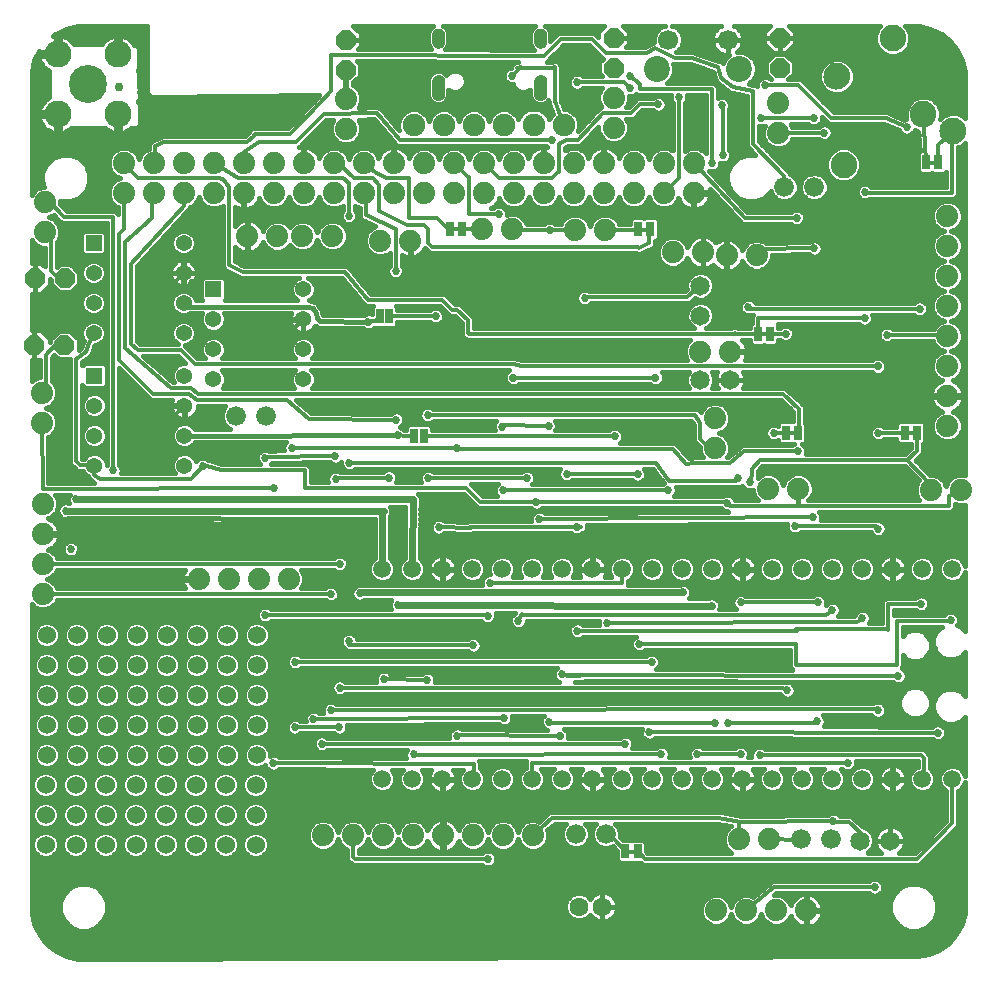
<source format=gbl>
G75*
%MOIN*%
%OFA0B0*%
%FSLAX25Y25*%
%IPPOS*%
%LPD*%
%AMOC8*
5,1,8,0,0,1.08239X$1,22.5*
%
%ADD10C,0.07400*%
%ADD11C,0.09000*%
%ADD12C,0.12661*%
%ADD13OC8,0.06600*%
%ADD14C,0.05906*%
%ADD15C,0.06500*%
%ADD16C,0.06600*%
%ADD17R,0.05400X0.05400*%
%ADD18C,0.05400*%
%ADD19R,0.02500X0.05000*%
%ADD20C,0.08850*%
%ADD21C,0.08500*%
%ADD22C,0.02975*%
%ADD23C,0.00039*%
%ADD24C,0.07500*%
%ADD25R,0.02600X0.05000*%
%ADD26C,0.00050*%
%ADD27C,0.06299*%
%ADD28C,0.08661*%
%ADD29C,0.06693*%
%ADD30C,0.01600*%
%ADD31C,0.02700*%
%ADD32C,0.03200*%
%ADD33C,0.01200*%
%ADD34C,0.02000*%
%ADD35C,0.03000*%
%ADD36OC8,0.02700*%
%ADD37C,0.02400*%
%ADD38C,0.06000*%
D10*
X0048635Y0126700D03*
X0048635Y0136700D03*
X0048635Y0146700D03*
X0048635Y0156700D03*
X0048335Y0183800D03*
X0048335Y0193800D03*
X0049335Y0247200D03*
X0049335Y0257200D03*
X0075645Y0260336D03*
X0085645Y0260336D03*
X0095645Y0260336D03*
X0105645Y0260336D03*
X0115645Y0260336D03*
X0125645Y0260336D03*
X0135645Y0260336D03*
X0145645Y0260336D03*
X0155645Y0260336D03*
X0165645Y0260336D03*
X0175645Y0260336D03*
X0185645Y0260336D03*
X0195645Y0260336D03*
X0205645Y0260336D03*
X0215645Y0260336D03*
X0225645Y0260336D03*
X0235645Y0260336D03*
X0245645Y0260336D03*
X0255645Y0260336D03*
X0265645Y0260336D03*
X0265645Y0270336D03*
X0255645Y0270336D03*
X0245645Y0270336D03*
X0235645Y0270336D03*
X0225645Y0270336D03*
X0215645Y0270336D03*
X0205645Y0270336D03*
X0195645Y0270336D03*
X0185645Y0270336D03*
X0175645Y0270336D03*
X0165645Y0270336D03*
X0155645Y0270336D03*
X0145645Y0270336D03*
X0135645Y0270336D03*
X0125645Y0270336D03*
X0115645Y0270336D03*
X0105645Y0270336D03*
X0095645Y0270336D03*
X0085645Y0270336D03*
X0075645Y0270336D03*
X0116835Y0245900D03*
X0126835Y0245900D03*
X0135135Y0246000D03*
X0145135Y0246000D03*
X0161135Y0244500D03*
X0171135Y0244500D03*
X0195035Y0248300D03*
X0205035Y0248300D03*
X0226035Y0248000D03*
X0236035Y0248000D03*
X0258635Y0240600D03*
X0268635Y0240600D03*
X0276535Y0239600D03*
X0286535Y0239600D03*
X0277835Y0207500D03*
X0267835Y0207500D03*
X0272735Y0185300D03*
X0272735Y0175300D03*
X0290435Y0161800D03*
X0300435Y0161800D03*
X0344635Y0161400D03*
X0354635Y0161400D03*
X0350135Y0182700D03*
X0350135Y0192700D03*
X0350135Y0202700D03*
X0350135Y0212700D03*
X0350135Y0222700D03*
X0350135Y0232700D03*
X0350135Y0242700D03*
X0350135Y0252700D03*
X0293785Y0280300D03*
X0293785Y0290300D03*
X0238935Y0292100D03*
X0238935Y0282100D03*
X0222235Y0283100D03*
X0212235Y0283100D03*
X0202235Y0283100D03*
X0192235Y0283100D03*
X0182235Y0283100D03*
X0172235Y0283100D03*
X0149735Y0281750D03*
X0149735Y0291750D03*
X0130535Y0131700D03*
X0120535Y0131700D03*
X0110535Y0131700D03*
X0100535Y0131700D03*
X0142035Y0046200D03*
X0152035Y0046200D03*
X0162035Y0046200D03*
X0172035Y0046200D03*
X0182035Y0046200D03*
X0192035Y0046200D03*
X0202035Y0046200D03*
X0212035Y0046200D03*
X0273135Y0021200D03*
X0283135Y0021200D03*
X0293135Y0021200D03*
X0303135Y0021200D03*
X0290635Y0044900D03*
X0280635Y0044900D03*
D11*
X0073627Y0286607D03*
X0073627Y0306607D03*
X0053627Y0306607D03*
X0053627Y0286607D03*
D12*
X0063627Y0296607D03*
D13*
X0056035Y0231900D03*
X0046035Y0231900D03*
X0045835Y0209700D03*
X0055835Y0209700D03*
X0149635Y0301450D03*
X0149635Y0311450D03*
X0238885Y0312000D03*
X0238885Y0302000D03*
X0294235Y0302100D03*
X0294235Y0312100D03*
D14*
X0291835Y0135000D03*
X0281835Y0135000D03*
X0271835Y0135000D03*
X0261835Y0135000D03*
X0251835Y0135000D03*
X0241835Y0135000D03*
X0231835Y0135000D03*
X0221835Y0135000D03*
X0211835Y0135000D03*
X0201835Y0135000D03*
X0191835Y0135000D03*
X0181835Y0135000D03*
X0171835Y0135000D03*
X0161835Y0135000D03*
X0161835Y0065000D03*
X0171835Y0065000D03*
X0181835Y0065000D03*
X0191835Y0065000D03*
X0201835Y0065000D03*
X0211835Y0065000D03*
X0221835Y0065000D03*
X0231835Y0065000D03*
X0241835Y0065000D03*
X0251835Y0065000D03*
X0261835Y0065000D03*
X0271835Y0065000D03*
X0281835Y0065000D03*
X0291835Y0065000D03*
X0301835Y0065000D03*
X0311835Y0065000D03*
X0321835Y0065000D03*
X0331835Y0065000D03*
X0341835Y0065000D03*
X0351835Y0065000D03*
X0351835Y0135000D03*
X0341835Y0135000D03*
X0331835Y0135000D03*
X0321835Y0135000D03*
X0311835Y0135000D03*
X0301835Y0135000D03*
D15*
X0277835Y0198000D03*
X0267835Y0198000D03*
X0267835Y0219500D03*
X0267835Y0229500D03*
X0321035Y0044500D03*
X0331035Y0044500D03*
D16*
X0311235Y0044900D03*
X0311235Y0044900D03*
X0301235Y0044900D03*
X0301235Y0044900D03*
X0236235Y0046600D03*
X0236235Y0046600D03*
X0226235Y0046600D03*
X0226235Y0046600D03*
X0122935Y0186100D03*
X0122935Y0186100D03*
X0112935Y0186100D03*
X0112935Y0186100D03*
X0295835Y0262300D03*
X0295835Y0262300D03*
X0305835Y0262300D03*
X0305835Y0262300D03*
D17*
X0105435Y0228200D03*
X0065535Y0243700D03*
X0065835Y0199500D03*
D18*
X0065835Y0189500D03*
X0065835Y0179500D03*
X0065835Y0169500D03*
X0095835Y0169500D03*
X0095835Y0179500D03*
X0095835Y0189500D03*
X0095835Y0199500D03*
X0105435Y0198200D03*
X0105435Y0208200D03*
X0105435Y0218200D03*
X0095535Y0213700D03*
X0095535Y0223700D03*
X0095535Y0233700D03*
X0095535Y0243700D03*
X0065535Y0233700D03*
X0065535Y0223700D03*
X0065535Y0213700D03*
X0135435Y0218200D03*
X0135435Y0208200D03*
X0135435Y0198200D03*
X0135435Y0228200D03*
D19*
X0160935Y0219200D03*
X0164135Y0219200D03*
X0172435Y0179300D03*
X0175635Y0179300D03*
D20*
X0313435Y0299200D03*
X0331935Y0312000D03*
X0342135Y0286600D03*
X0352035Y0281100D03*
X0315535Y0269700D03*
D21*
X0315535Y0269800D03*
X0341935Y0286300D03*
X0351635Y0280900D03*
X0332035Y0312000D03*
X0313035Y0299100D03*
D22*
X0214435Y0296990D02*
X0214435Y0294015D01*
X0214435Y0310472D02*
X0214435Y0313446D01*
X0180435Y0313446D02*
X0180435Y0310472D01*
X0180435Y0296990D02*
X0180435Y0294015D01*
D23*
X0182403Y0294029D02*
X0178466Y0294029D01*
X0178466Y0293991D02*
X0182403Y0293991D01*
X0182403Y0293953D02*
X0178466Y0293953D01*
X0178466Y0293915D02*
X0182403Y0293915D01*
X0182403Y0293878D02*
X0178466Y0293878D01*
X0178466Y0293840D02*
X0182403Y0293840D01*
X0182403Y0293802D02*
X0178466Y0293802D01*
X0178466Y0293764D02*
X0182403Y0293764D01*
X0182403Y0293726D02*
X0178466Y0293726D01*
X0178466Y0293688D02*
X0182403Y0293688D01*
X0182403Y0293650D02*
X0178466Y0293650D01*
X0178466Y0293612D02*
X0182403Y0293612D01*
X0182403Y0293575D02*
X0178466Y0293575D01*
X0178466Y0293537D02*
X0182403Y0293537D01*
X0182403Y0293499D02*
X0178466Y0293499D01*
X0178466Y0293461D02*
X0182403Y0293461D01*
X0182403Y0293423D02*
X0178466Y0293423D01*
X0178466Y0293385D02*
X0182403Y0293385D01*
X0182403Y0293347D02*
X0178466Y0293347D01*
X0178466Y0293337D02*
X0178516Y0292899D01*
X0178661Y0292483D01*
X0178896Y0292110D01*
X0179207Y0291798D01*
X0179581Y0291563D01*
X0179997Y0291418D01*
X0180435Y0291369D01*
X0180873Y0291418D01*
X0181289Y0291563D01*
X0181662Y0291798D01*
X0181974Y0292110D01*
X0182208Y0292483D01*
X0182354Y0292899D01*
X0182403Y0293337D01*
X0182403Y0297668D01*
X0182354Y0298106D01*
X0182208Y0298522D01*
X0181974Y0298895D01*
X0181662Y0299207D01*
X0181289Y0299441D01*
X0180873Y0299587D01*
X0180435Y0299636D01*
X0179997Y0299587D01*
X0179581Y0299441D01*
X0179207Y0299207D01*
X0178896Y0298895D01*
X0178661Y0298522D01*
X0178516Y0298106D01*
X0178466Y0297668D01*
X0178466Y0293337D01*
X0178469Y0293309D02*
X0182400Y0293309D01*
X0182396Y0293272D02*
X0178474Y0293272D01*
X0178478Y0293234D02*
X0182392Y0293234D01*
X0182387Y0293196D02*
X0178482Y0293196D01*
X0178486Y0293158D02*
X0182383Y0293158D01*
X0182379Y0293120D02*
X0178491Y0293120D01*
X0178495Y0293082D02*
X0182375Y0293082D01*
X0182370Y0293044D02*
X0178499Y0293044D01*
X0178503Y0293006D02*
X0182366Y0293006D01*
X0182362Y0292968D02*
X0178508Y0292968D01*
X0178512Y0292931D02*
X0182357Y0292931D01*
X0182352Y0292893D02*
X0178518Y0292893D01*
X0178531Y0292855D02*
X0182338Y0292855D01*
X0182325Y0292817D02*
X0178544Y0292817D01*
X0178558Y0292779D02*
X0182312Y0292779D01*
X0182299Y0292741D02*
X0178571Y0292741D01*
X0178584Y0292703D02*
X0182285Y0292703D01*
X0182272Y0292665D02*
X0178597Y0292665D01*
X0178611Y0292628D02*
X0182259Y0292628D01*
X0182246Y0292590D02*
X0178624Y0292590D01*
X0178637Y0292552D02*
X0182232Y0292552D01*
X0182219Y0292514D02*
X0178650Y0292514D01*
X0178666Y0292476D02*
X0182204Y0292476D01*
X0182180Y0292438D02*
X0178689Y0292438D01*
X0178713Y0292400D02*
X0182156Y0292400D01*
X0182133Y0292362D02*
X0178737Y0292362D01*
X0178761Y0292324D02*
X0182109Y0292324D01*
X0182085Y0292287D02*
X0178785Y0292287D01*
X0178808Y0292249D02*
X0182061Y0292249D01*
X0182037Y0292211D02*
X0178832Y0292211D01*
X0178856Y0292173D02*
X0182014Y0292173D01*
X0181990Y0292135D02*
X0178880Y0292135D01*
X0178908Y0292097D02*
X0181961Y0292097D01*
X0181923Y0292059D02*
X0178946Y0292059D01*
X0178984Y0292021D02*
X0181886Y0292021D01*
X0181848Y0291984D02*
X0179022Y0291984D01*
X0179060Y0291946D02*
X0181810Y0291946D01*
X0181772Y0291908D02*
X0179098Y0291908D01*
X0179135Y0291870D02*
X0181734Y0291870D01*
X0181696Y0291832D02*
X0179173Y0291832D01*
X0179214Y0291794D02*
X0181656Y0291794D01*
X0181596Y0291756D02*
X0179274Y0291756D01*
X0179334Y0291718D02*
X0181535Y0291718D01*
X0181475Y0291680D02*
X0179394Y0291680D01*
X0179455Y0291643D02*
X0181415Y0291643D01*
X0181355Y0291605D02*
X0179515Y0291605D01*
X0179575Y0291567D02*
X0181294Y0291567D01*
X0181190Y0291529D02*
X0179679Y0291529D01*
X0179787Y0291491D02*
X0181082Y0291491D01*
X0180974Y0291453D02*
X0179896Y0291453D01*
X0180019Y0291415D02*
X0180850Y0291415D01*
X0180514Y0291377D02*
X0180355Y0291377D01*
X0178466Y0294067D02*
X0182403Y0294067D01*
X0182403Y0294105D02*
X0178466Y0294105D01*
X0178466Y0294143D02*
X0182403Y0294143D01*
X0182403Y0294181D02*
X0178466Y0294181D01*
X0178466Y0294219D02*
X0182403Y0294219D01*
X0182403Y0294256D02*
X0178466Y0294256D01*
X0178466Y0294294D02*
X0182403Y0294294D01*
X0182403Y0294332D02*
X0178466Y0294332D01*
X0178466Y0294370D02*
X0182403Y0294370D01*
X0182403Y0294408D02*
X0178466Y0294408D01*
X0178466Y0294446D02*
X0182403Y0294446D01*
X0182403Y0294484D02*
X0178466Y0294484D01*
X0178466Y0294522D02*
X0182403Y0294522D01*
X0182403Y0294559D02*
X0178466Y0294559D01*
X0178466Y0294597D02*
X0182403Y0294597D01*
X0182403Y0294635D02*
X0178466Y0294635D01*
X0178466Y0294673D02*
X0182403Y0294673D01*
X0182403Y0294711D02*
X0178466Y0294711D01*
X0178466Y0294749D02*
X0182403Y0294749D01*
X0182403Y0294787D02*
X0178466Y0294787D01*
X0178466Y0294825D02*
X0182403Y0294825D01*
X0182403Y0294863D02*
X0178466Y0294863D01*
X0178466Y0294900D02*
X0182403Y0294900D01*
X0182403Y0294938D02*
X0178466Y0294938D01*
X0178466Y0294976D02*
X0182403Y0294976D01*
X0182403Y0295014D02*
X0178466Y0295014D01*
X0178466Y0295052D02*
X0182403Y0295052D01*
X0182403Y0295090D02*
X0178466Y0295090D01*
X0178466Y0295128D02*
X0182403Y0295128D01*
X0182403Y0295166D02*
X0178466Y0295166D01*
X0178466Y0295203D02*
X0182403Y0295203D01*
X0182403Y0295241D02*
X0178466Y0295241D01*
X0178466Y0295279D02*
X0182403Y0295279D01*
X0182403Y0295317D02*
X0178466Y0295317D01*
X0178466Y0295355D02*
X0182403Y0295355D01*
X0182403Y0295393D02*
X0178466Y0295393D01*
X0178466Y0295431D02*
X0182403Y0295431D01*
X0182403Y0295469D02*
X0178466Y0295469D01*
X0178466Y0295507D02*
X0182403Y0295507D01*
X0182403Y0295544D02*
X0178466Y0295544D01*
X0178466Y0295582D02*
X0182403Y0295582D01*
X0182403Y0295620D02*
X0178466Y0295620D01*
X0178466Y0295658D02*
X0182403Y0295658D01*
X0182403Y0295696D02*
X0178466Y0295696D01*
X0178466Y0295734D02*
X0182403Y0295734D01*
X0182403Y0295772D02*
X0178466Y0295772D01*
X0178466Y0295810D02*
X0182403Y0295810D01*
X0182403Y0295847D02*
X0178466Y0295847D01*
X0178466Y0295885D02*
X0182403Y0295885D01*
X0182403Y0295923D02*
X0178466Y0295923D01*
X0178466Y0295961D02*
X0182403Y0295961D01*
X0182403Y0295999D02*
X0178466Y0295999D01*
X0178466Y0296037D02*
X0182403Y0296037D01*
X0182403Y0296075D02*
X0178466Y0296075D01*
X0178466Y0296113D02*
X0182403Y0296113D01*
X0182403Y0296150D02*
X0178466Y0296150D01*
X0178466Y0296188D02*
X0182403Y0296188D01*
X0182403Y0296226D02*
X0178466Y0296226D01*
X0178466Y0296264D02*
X0182403Y0296264D01*
X0182403Y0296302D02*
X0178466Y0296302D01*
X0178466Y0296340D02*
X0182403Y0296340D01*
X0182403Y0296378D02*
X0178466Y0296378D01*
X0178466Y0296416D02*
X0182403Y0296416D01*
X0182403Y0296454D02*
X0178466Y0296454D01*
X0178466Y0296491D02*
X0182403Y0296491D01*
X0182403Y0296529D02*
X0178466Y0296529D01*
X0178466Y0296567D02*
X0182403Y0296567D01*
X0182403Y0296605D02*
X0178466Y0296605D01*
X0178466Y0296643D02*
X0182403Y0296643D01*
X0182403Y0296681D02*
X0178466Y0296681D01*
X0178466Y0296719D02*
X0182403Y0296719D01*
X0182403Y0296757D02*
X0178466Y0296757D01*
X0178466Y0296794D02*
X0182403Y0296794D01*
X0182403Y0296832D02*
X0178466Y0296832D01*
X0178466Y0296870D02*
X0182403Y0296870D01*
X0182403Y0296908D02*
X0178466Y0296908D01*
X0178466Y0296946D02*
X0182403Y0296946D01*
X0182403Y0296984D02*
X0178466Y0296984D01*
X0178466Y0297022D02*
X0182403Y0297022D01*
X0182403Y0297060D02*
X0178466Y0297060D01*
X0178466Y0297098D02*
X0182403Y0297098D01*
X0182403Y0297135D02*
X0178466Y0297135D01*
X0178466Y0297173D02*
X0182403Y0297173D01*
X0182403Y0297211D02*
X0178466Y0297211D01*
X0178466Y0297249D02*
X0182403Y0297249D01*
X0182403Y0297287D02*
X0178466Y0297287D01*
X0178466Y0297325D02*
X0182403Y0297325D01*
X0182403Y0297363D02*
X0178466Y0297363D01*
X0178466Y0297401D02*
X0182403Y0297401D01*
X0182403Y0297438D02*
X0178466Y0297438D01*
X0178466Y0297476D02*
X0182403Y0297476D01*
X0182403Y0297514D02*
X0178466Y0297514D01*
X0178466Y0297552D02*
X0182403Y0297552D01*
X0182403Y0297590D02*
X0178466Y0297590D01*
X0178466Y0297628D02*
X0182403Y0297628D01*
X0182403Y0297666D02*
X0178466Y0297666D01*
X0178470Y0297704D02*
X0182399Y0297704D01*
X0182395Y0297742D02*
X0178475Y0297742D01*
X0178479Y0297779D02*
X0182391Y0297779D01*
X0182386Y0297817D02*
X0178483Y0297817D01*
X0178487Y0297855D02*
X0182382Y0297855D01*
X0182378Y0297893D02*
X0178492Y0297893D01*
X0178496Y0297931D02*
X0182374Y0297931D01*
X0182369Y0297969D02*
X0178500Y0297969D01*
X0178504Y0298007D02*
X0182365Y0298007D01*
X0182361Y0298045D02*
X0178509Y0298045D01*
X0178513Y0298082D02*
X0182357Y0298082D01*
X0182349Y0298120D02*
X0178521Y0298120D01*
X0178534Y0298158D02*
X0182336Y0298158D01*
X0182322Y0298196D02*
X0178547Y0298196D01*
X0178560Y0298234D02*
X0182309Y0298234D01*
X0182296Y0298272D02*
X0178574Y0298272D01*
X0178587Y0298310D02*
X0182283Y0298310D01*
X0182269Y0298348D02*
X0178600Y0298348D01*
X0178613Y0298385D02*
X0182256Y0298385D01*
X0182243Y0298423D02*
X0178627Y0298423D01*
X0178640Y0298461D02*
X0182230Y0298461D01*
X0182216Y0298499D02*
X0178653Y0298499D01*
X0178671Y0298537D02*
X0182199Y0298537D01*
X0182175Y0298575D02*
X0178695Y0298575D01*
X0178718Y0298613D02*
X0182151Y0298613D01*
X0182127Y0298651D02*
X0178742Y0298651D01*
X0178766Y0298689D02*
X0182104Y0298689D01*
X0182080Y0298726D02*
X0178790Y0298726D01*
X0178814Y0298764D02*
X0182056Y0298764D01*
X0182032Y0298802D02*
X0178837Y0298802D01*
X0178861Y0298840D02*
X0182008Y0298840D01*
X0181985Y0298878D02*
X0178885Y0298878D01*
X0178916Y0298916D02*
X0181953Y0298916D01*
X0181915Y0298954D02*
X0178954Y0298954D01*
X0178992Y0298992D02*
X0181877Y0298992D01*
X0181839Y0299029D02*
X0179030Y0299029D01*
X0179068Y0299067D02*
X0181801Y0299067D01*
X0181764Y0299105D02*
X0179106Y0299105D01*
X0179144Y0299143D02*
X0181726Y0299143D01*
X0181688Y0299181D02*
X0179182Y0299181D01*
X0179227Y0299219D02*
X0181643Y0299219D01*
X0181582Y0299257D02*
X0179287Y0299257D01*
X0179347Y0299295D02*
X0181522Y0299295D01*
X0181462Y0299333D02*
X0179408Y0299333D01*
X0179468Y0299370D02*
X0181402Y0299370D01*
X0181341Y0299408D02*
X0179528Y0299408D01*
X0179595Y0299446D02*
X0181275Y0299446D01*
X0181167Y0299484D02*
X0179703Y0299484D01*
X0179811Y0299522D02*
X0181058Y0299522D01*
X0180950Y0299560D02*
X0179919Y0299560D01*
X0180093Y0299598D02*
X0180777Y0299598D01*
X0180440Y0299636D02*
X0180429Y0299636D01*
X0180435Y0308809D02*
X0179997Y0308859D01*
X0179581Y0309004D01*
X0179207Y0309239D01*
X0178896Y0309551D01*
X0178661Y0309924D01*
X0178516Y0310340D01*
X0178466Y0310778D01*
X0178466Y0313140D01*
X0178516Y0313578D01*
X0178661Y0313994D01*
X0178896Y0314367D01*
X0179207Y0314679D01*
X0179581Y0314914D01*
X0179997Y0315059D01*
X0180435Y0315109D01*
X0180873Y0315059D01*
X0181289Y0314914D01*
X0181662Y0314679D01*
X0181974Y0314367D01*
X0182208Y0313994D01*
X0182354Y0313578D01*
X0182403Y0313140D01*
X0182403Y0310778D01*
X0182354Y0310340D01*
X0182208Y0309924D01*
X0181974Y0309551D01*
X0181662Y0309239D01*
X0181289Y0309004D01*
X0180873Y0308859D01*
X0180435Y0308809D01*
X0180157Y0308841D02*
X0180713Y0308841D01*
X0180929Y0308879D02*
X0179940Y0308879D01*
X0179832Y0308917D02*
X0181038Y0308917D01*
X0181146Y0308954D02*
X0179723Y0308954D01*
X0179615Y0308992D02*
X0181254Y0308992D01*
X0181330Y0309030D02*
X0179540Y0309030D01*
X0179479Y0309068D02*
X0181390Y0309068D01*
X0181450Y0309106D02*
X0179419Y0309106D01*
X0179359Y0309144D02*
X0181511Y0309144D01*
X0181571Y0309182D02*
X0179298Y0309182D01*
X0179238Y0309220D02*
X0181631Y0309220D01*
X0181681Y0309257D02*
X0179189Y0309257D01*
X0179151Y0309295D02*
X0181719Y0309295D01*
X0181756Y0309333D02*
X0179113Y0309333D01*
X0179075Y0309371D02*
X0181794Y0309371D01*
X0181832Y0309409D02*
X0179037Y0309409D01*
X0178999Y0309447D02*
X0181870Y0309447D01*
X0181908Y0309485D02*
X0178962Y0309485D01*
X0178924Y0309523D02*
X0181946Y0309523D01*
X0181980Y0309561D02*
X0178889Y0309561D01*
X0178866Y0309598D02*
X0182004Y0309598D01*
X0182028Y0309636D02*
X0178842Y0309636D01*
X0178818Y0309674D02*
X0182051Y0309674D01*
X0182075Y0309712D02*
X0178794Y0309712D01*
X0178770Y0309750D02*
X0182099Y0309750D01*
X0182123Y0309788D02*
X0178747Y0309788D01*
X0178723Y0309826D02*
X0182147Y0309826D01*
X0182170Y0309864D02*
X0178699Y0309864D01*
X0178675Y0309901D02*
X0182194Y0309901D01*
X0182214Y0309939D02*
X0178656Y0309939D01*
X0178643Y0309977D02*
X0182227Y0309977D01*
X0182240Y0310015D02*
X0178629Y0310015D01*
X0178616Y0310053D02*
X0182253Y0310053D01*
X0182267Y0310091D02*
X0178603Y0310091D01*
X0178589Y0310129D02*
X0182280Y0310129D01*
X0182293Y0310167D02*
X0178576Y0310167D01*
X0178563Y0310204D02*
X0182306Y0310204D01*
X0182320Y0310242D02*
X0178550Y0310242D01*
X0178536Y0310280D02*
X0182333Y0310280D01*
X0182346Y0310318D02*
X0178523Y0310318D01*
X0178514Y0310356D02*
X0182356Y0310356D01*
X0182360Y0310394D02*
X0178510Y0310394D01*
X0178505Y0310432D02*
X0182364Y0310432D01*
X0182369Y0310470D02*
X0178501Y0310470D01*
X0178497Y0310508D02*
X0182373Y0310508D01*
X0182377Y0310545D02*
X0178492Y0310545D01*
X0178488Y0310583D02*
X0182381Y0310583D01*
X0182386Y0310621D02*
X0178484Y0310621D01*
X0178480Y0310659D02*
X0182390Y0310659D01*
X0182394Y0310697D02*
X0178475Y0310697D01*
X0178471Y0310735D02*
X0182398Y0310735D01*
X0182403Y0310773D02*
X0178467Y0310773D01*
X0178466Y0310811D02*
X0182403Y0310811D01*
X0182403Y0310848D02*
X0178466Y0310848D01*
X0178466Y0310886D02*
X0182403Y0310886D01*
X0182403Y0310924D02*
X0178466Y0310924D01*
X0178466Y0310962D02*
X0182403Y0310962D01*
X0182403Y0311000D02*
X0178466Y0311000D01*
X0178466Y0311038D02*
X0182403Y0311038D01*
X0182403Y0311076D02*
X0178466Y0311076D01*
X0178466Y0311114D02*
X0182403Y0311114D01*
X0182403Y0311152D02*
X0178466Y0311152D01*
X0178466Y0311189D02*
X0182403Y0311189D01*
X0182403Y0311227D02*
X0178466Y0311227D01*
X0178466Y0311265D02*
X0182403Y0311265D01*
X0182403Y0311303D02*
X0178466Y0311303D01*
X0178466Y0311341D02*
X0182403Y0311341D01*
X0182403Y0311379D02*
X0178466Y0311379D01*
X0178466Y0311417D02*
X0182403Y0311417D01*
X0182403Y0311455D02*
X0178466Y0311455D01*
X0178466Y0311492D02*
X0182403Y0311492D01*
X0182403Y0311530D02*
X0178466Y0311530D01*
X0178466Y0311568D02*
X0182403Y0311568D01*
X0182403Y0311606D02*
X0178466Y0311606D01*
X0178466Y0311644D02*
X0182403Y0311644D01*
X0182403Y0311682D02*
X0178466Y0311682D01*
X0178466Y0311720D02*
X0182403Y0311720D01*
X0182403Y0311758D02*
X0178466Y0311758D01*
X0178466Y0311796D02*
X0182403Y0311796D01*
X0182403Y0311833D02*
X0178466Y0311833D01*
X0178466Y0311871D02*
X0182403Y0311871D01*
X0182403Y0311909D02*
X0178466Y0311909D01*
X0178466Y0311947D02*
X0182403Y0311947D01*
X0182403Y0311985D02*
X0178466Y0311985D01*
X0178466Y0312023D02*
X0182403Y0312023D01*
X0182403Y0312061D02*
X0178466Y0312061D01*
X0178466Y0312099D02*
X0182403Y0312099D01*
X0182403Y0312136D02*
X0178466Y0312136D01*
X0178466Y0312174D02*
X0182403Y0312174D01*
X0182403Y0312212D02*
X0178466Y0312212D01*
X0178466Y0312250D02*
X0182403Y0312250D01*
X0182403Y0312288D02*
X0178466Y0312288D01*
X0178466Y0312326D02*
X0182403Y0312326D01*
X0182403Y0312364D02*
X0178466Y0312364D01*
X0178466Y0312402D02*
X0182403Y0312402D01*
X0182403Y0312439D02*
X0178466Y0312439D01*
X0178466Y0312477D02*
X0182403Y0312477D01*
X0182403Y0312515D02*
X0178466Y0312515D01*
X0178466Y0312553D02*
X0182403Y0312553D01*
X0182403Y0312591D02*
X0178466Y0312591D01*
X0178466Y0312629D02*
X0182403Y0312629D01*
X0182403Y0312667D02*
X0178466Y0312667D01*
X0178466Y0312705D02*
X0182403Y0312705D01*
X0182403Y0312743D02*
X0178466Y0312743D01*
X0178466Y0312780D02*
X0182403Y0312780D01*
X0182403Y0312818D02*
X0178466Y0312818D01*
X0178466Y0312856D02*
X0182403Y0312856D01*
X0182403Y0312894D02*
X0178466Y0312894D01*
X0178466Y0312932D02*
X0182403Y0312932D01*
X0182403Y0312970D02*
X0178466Y0312970D01*
X0178466Y0313008D02*
X0182403Y0313008D01*
X0182403Y0313046D02*
X0178466Y0313046D01*
X0178466Y0313083D02*
X0182403Y0313083D01*
X0182403Y0313121D02*
X0178466Y0313121D01*
X0178468Y0313159D02*
X0182401Y0313159D01*
X0182397Y0313197D02*
X0178473Y0313197D01*
X0178477Y0313235D02*
X0182393Y0313235D01*
X0182388Y0313273D02*
X0178481Y0313273D01*
X0178485Y0313311D02*
X0182384Y0313311D01*
X0182380Y0313349D02*
X0178490Y0313349D01*
X0178494Y0313387D02*
X0182375Y0313387D01*
X0182371Y0313424D02*
X0178498Y0313424D01*
X0178503Y0313462D02*
X0182367Y0313462D01*
X0182363Y0313500D02*
X0178507Y0313500D01*
X0178511Y0313538D02*
X0182358Y0313538D01*
X0182354Y0313576D02*
X0178515Y0313576D01*
X0178528Y0313614D02*
X0182341Y0313614D01*
X0182328Y0313652D02*
X0178541Y0313652D01*
X0178555Y0313690D02*
X0182315Y0313690D01*
X0182302Y0313727D02*
X0178568Y0313727D01*
X0178581Y0313765D02*
X0182288Y0313765D01*
X0182275Y0313803D02*
X0178594Y0313803D01*
X0178608Y0313841D02*
X0182262Y0313841D01*
X0182249Y0313879D02*
X0178621Y0313879D01*
X0178634Y0313917D02*
X0182235Y0313917D01*
X0182222Y0313955D02*
X0178647Y0313955D01*
X0178661Y0313993D02*
X0182209Y0313993D01*
X0182186Y0314031D02*
X0178684Y0314031D01*
X0178708Y0314068D02*
X0182162Y0314068D01*
X0182138Y0314106D02*
X0178732Y0314106D01*
X0178755Y0314144D02*
X0182114Y0314144D01*
X0182090Y0314182D02*
X0178779Y0314182D01*
X0178803Y0314220D02*
X0182067Y0314220D01*
X0182043Y0314258D02*
X0178827Y0314258D01*
X0178851Y0314296D02*
X0182019Y0314296D01*
X0181995Y0314334D02*
X0178874Y0314334D01*
X0178900Y0314371D02*
X0181970Y0314371D01*
X0181932Y0314409D02*
X0178938Y0314409D01*
X0178975Y0314447D02*
X0181894Y0314447D01*
X0181856Y0314485D02*
X0179013Y0314485D01*
X0179051Y0314523D02*
X0181818Y0314523D01*
X0181780Y0314561D02*
X0179089Y0314561D01*
X0179127Y0314599D02*
X0181743Y0314599D01*
X0181705Y0314637D02*
X0179165Y0314637D01*
X0179203Y0314674D02*
X0181667Y0314674D01*
X0181609Y0314712D02*
X0179260Y0314712D01*
X0179321Y0314750D02*
X0181549Y0314750D01*
X0181489Y0314788D02*
X0179381Y0314788D01*
X0179441Y0314826D02*
X0181428Y0314826D01*
X0181368Y0314864D02*
X0179501Y0314864D01*
X0179562Y0314902D02*
X0181308Y0314902D01*
X0181215Y0314940D02*
X0179655Y0314940D01*
X0179763Y0314978D02*
X0181106Y0314978D01*
X0180998Y0315015D02*
X0179871Y0315015D01*
X0179980Y0315053D02*
X0180890Y0315053D01*
X0180590Y0315091D02*
X0180280Y0315091D01*
X0212466Y0313140D02*
X0212466Y0310778D01*
X0212516Y0310340D01*
X0212661Y0309924D01*
X0212896Y0309551D01*
X0213207Y0309239D01*
X0213581Y0309004D01*
X0213997Y0308859D01*
X0214435Y0308809D01*
X0214873Y0308859D01*
X0215289Y0309004D01*
X0215662Y0309239D01*
X0215974Y0309551D01*
X0216208Y0309924D01*
X0216354Y0310340D01*
X0216403Y0310778D01*
X0216403Y0313140D01*
X0216354Y0313578D01*
X0216208Y0313994D01*
X0215974Y0314367D01*
X0215662Y0314679D01*
X0215289Y0314914D01*
X0214873Y0315059D01*
X0214435Y0315109D01*
X0213997Y0315059D01*
X0213581Y0314914D01*
X0213207Y0314679D01*
X0212896Y0314367D01*
X0212661Y0313994D01*
X0212516Y0313578D01*
X0212466Y0313140D01*
X0212466Y0313121D02*
X0216403Y0313121D01*
X0216403Y0313083D02*
X0212466Y0313083D01*
X0212466Y0313046D02*
X0216403Y0313046D01*
X0216403Y0313008D02*
X0212466Y0313008D01*
X0212466Y0312970D02*
X0216403Y0312970D01*
X0216403Y0312932D02*
X0212466Y0312932D01*
X0212466Y0312894D02*
X0216403Y0312894D01*
X0216403Y0312856D02*
X0212466Y0312856D01*
X0212466Y0312818D02*
X0216403Y0312818D01*
X0216403Y0312780D02*
X0212466Y0312780D01*
X0212466Y0312743D02*
X0216403Y0312743D01*
X0216403Y0312705D02*
X0212466Y0312705D01*
X0212466Y0312667D02*
X0216403Y0312667D01*
X0216403Y0312629D02*
X0212466Y0312629D01*
X0212466Y0312591D02*
X0216403Y0312591D01*
X0216403Y0312553D02*
X0212466Y0312553D01*
X0212466Y0312515D02*
X0216403Y0312515D01*
X0216403Y0312477D02*
X0212466Y0312477D01*
X0212466Y0312439D02*
X0216403Y0312439D01*
X0216403Y0312402D02*
X0212466Y0312402D01*
X0212466Y0312364D02*
X0216403Y0312364D01*
X0216403Y0312326D02*
X0212466Y0312326D01*
X0212466Y0312288D02*
X0216403Y0312288D01*
X0216403Y0312250D02*
X0212466Y0312250D01*
X0212466Y0312212D02*
X0216403Y0312212D01*
X0216403Y0312174D02*
X0212466Y0312174D01*
X0212466Y0312136D02*
X0216403Y0312136D01*
X0216403Y0312099D02*
X0212466Y0312099D01*
X0212466Y0312061D02*
X0216403Y0312061D01*
X0216403Y0312023D02*
X0212466Y0312023D01*
X0212466Y0311985D02*
X0216403Y0311985D01*
X0216403Y0311947D02*
X0212466Y0311947D01*
X0212466Y0311909D02*
X0216403Y0311909D01*
X0216403Y0311871D02*
X0212466Y0311871D01*
X0212466Y0311833D02*
X0216403Y0311833D01*
X0216403Y0311796D02*
X0212466Y0311796D01*
X0212466Y0311758D02*
X0216403Y0311758D01*
X0216403Y0311720D02*
X0212466Y0311720D01*
X0212466Y0311682D02*
X0216403Y0311682D01*
X0216403Y0311644D02*
X0212466Y0311644D01*
X0212466Y0311606D02*
X0216403Y0311606D01*
X0216403Y0311568D02*
X0212466Y0311568D01*
X0212466Y0311530D02*
X0216403Y0311530D01*
X0216403Y0311492D02*
X0212466Y0311492D01*
X0212466Y0311455D02*
X0216403Y0311455D01*
X0216403Y0311417D02*
X0212466Y0311417D01*
X0212466Y0311379D02*
X0216403Y0311379D01*
X0216403Y0311341D02*
X0212466Y0311341D01*
X0212466Y0311303D02*
X0216403Y0311303D01*
X0216403Y0311265D02*
X0212466Y0311265D01*
X0212466Y0311227D02*
X0216403Y0311227D01*
X0216403Y0311189D02*
X0212466Y0311189D01*
X0212466Y0311152D02*
X0216403Y0311152D01*
X0216403Y0311114D02*
X0212466Y0311114D01*
X0212466Y0311076D02*
X0216403Y0311076D01*
X0216403Y0311038D02*
X0212466Y0311038D01*
X0212466Y0311000D02*
X0216403Y0311000D01*
X0216403Y0310962D02*
X0212466Y0310962D01*
X0212466Y0310924D02*
X0216403Y0310924D01*
X0216403Y0310886D02*
X0212466Y0310886D01*
X0212466Y0310848D02*
X0216403Y0310848D01*
X0216403Y0310811D02*
X0212466Y0310811D01*
X0212467Y0310773D02*
X0216403Y0310773D01*
X0216398Y0310735D02*
X0212471Y0310735D01*
X0212475Y0310697D02*
X0216394Y0310697D01*
X0216390Y0310659D02*
X0212480Y0310659D01*
X0212484Y0310621D02*
X0216386Y0310621D01*
X0216381Y0310583D02*
X0212488Y0310583D01*
X0212492Y0310545D02*
X0216377Y0310545D01*
X0216373Y0310508D02*
X0212497Y0310508D01*
X0212501Y0310470D02*
X0216369Y0310470D01*
X0216364Y0310432D02*
X0212505Y0310432D01*
X0212510Y0310394D02*
X0216360Y0310394D01*
X0216356Y0310356D02*
X0212514Y0310356D01*
X0212523Y0310318D02*
X0216346Y0310318D01*
X0216333Y0310280D02*
X0212536Y0310280D01*
X0212550Y0310242D02*
X0216320Y0310242D01*
X0216306Y0310204D02*
X0212563Y0310204D01*
X0212576Y0310167D02*
X0216293Y0310167D01*
X0216280Y0310129D02*
X0212589Y0310129D01*
X0212603Y0310091D02*
X0216267Y0310091D01*
X0216253Y0310053D02*
X0212616Y0310053D01*
X0212629Y0310015D02*
X0216240Y0310015D01*
X0216227Y0309977D02*
X0212643Y0309977D01*
X0212656Y0309939D02*
X0216214Y0309939D01*
X0216194Y0309901D02*
X0212675Y0309901D01*
X0212699Y0309864D02*
X0216170Y0309864D01*
X0216147Y0309826D02*
X0212723Y0309826D01*
X0212747Y0309788D02*
X0216123Y0309788D01*
X0216099Y0309750D02*
X0212770Y0309750D01*
X0212794Y0309712D02*
X0216075Y0309712D01*
X0216051Y0309674D02*
X0212818Y0309674D01*
X0212842Y0309636D02*
X0216028Y0309636D01*
X0216004Y0309598D02*
X0212866Y0309598D01*
X0212889Y0309561D02*
X0215980Y0309561D01*
X0215946Y0309523D02*
X0212924Y0309523D01*
X0212962Y0309485D02*
X0215908Y0309485D01*
X0215870Y0309447D02*
X0212999Y0309447D01*
X0213037Y0309409D02*
X0215832Y0309409D01*
X0215794Y0309371D02*
X0213075Y0309371D01*
X0213113Y0309333D02*
X0215756Y0309333D01*
X0215719Y0309295D02*
X0213151Y0309295D01*
X0213189Y0309257D02*
X0215681Y0309257D01*
X0215631Y0309220D02*
X0213238Y0309220D01*
X0213298Y0309182D02*
X0215571Y0309182D01*
X0215511Y0309144D02*
X0213359Y0309144D01*
X0213419Y0309106D02*
X0215450Y0309106D01*
X0215390Y0309068D02*
X0213479Y0309068D01*
X0213540Y0309030D02*
X0215330Y0309030D01*
X0215254Y0308992D02*
X0213615Y0308992D01*
X0213723Y0308954D02*
X0215146Y0308954D01*
X0215038Y0308917D02*
X0213832Y0308917D01*
X0213940Y0308879D02*
X0214929Y0308879D01*
X0214713Y0308841D02*
X0214157Y0308841D01*
X0212468Y0313159D02*
X0216401Y0313159D01*
X0216397Y0313197D02*
X0212473Y0313197D01*
X0212477Y0313235D02*
X0216393Y0313235D01*
X0216388Y0313273D02*
X0212481Y0313273D01*
X0212485Y0313311D02*
X0216384Y0313311D01*
X0216380Y0313349D02*
X0212490Y0313349D01*
X0212494Y0313387D02*
X0216375Y0313387D01*
X0216371Y0313424D02*
X0212498Y0313424D01*
X0212503Y0313462D02*
X0216367Y0313462D01*
X0216363Y0313500D02*
X0212507Y0313500D01*
X0212511Y0313538D02*
X0216358Y0313538D01*
X0216354Y0313576D02*
X0212515Y0313576D01*
X0212528Y0313614D02*
X0216341Y0313614D01*
X0216328Y0313652D02*
X0212541Y0313652D01*
X0212555Y0313690D02*
X0216315Y0313690D01*
X0216302Y0313727D02*
X0212568Y0313727D01*
X0212581Y0313765D02*
X0216288Y0313765D01*
X0216275Y0313803D02*
X0212594Y0313803D01*
X0212608Y0313841D02*
X0216262Y0313841D01*
X0216249Y0313879D02*
X0212621Y0313879D01*
X0212634Y0313917D02*
X0216235Y0313917D01*
X0216222Y0313955D02*
X0212647Y0313955D01*
X0212661Y0313993D02*
X0216209Y0313993D01*
X0216186Y0314031D02*
X0212684Y0314031D01*
X0212708Y0314068D02*
X0216162Y0314068D01*
X0216138Y0314106D02*
X0212732Y0314106D01*
X0212755Y0314144D02*
X0216114Y0314144D01*
X0216090Y0314182D02*
X0212779Y0314182D01*
X0212803Y0314220D02*
X0216067Y0314220D01*
X0216043Y0314258D02*
X0212827Y0314258D01*
X0212851Y0314296D02*
X0216019Y0314296D01*
X0215995Y0314334D02*
X0212874Y0314334D01*
X0212900Y0314371D02*
X0215970Y0314371D01*
X0215932Y0314409D02*
X0212938Y0314409D01*
X0212975Y0314447D02*
X0215894Y0314447D01*
X0215856Y0314485D02*
X0213013Y0314485D01*
X0213051Y0314523D02*
X0215818Y0314523D01*
X0215780Y0314561D02*
X0213089Y0314561D01*
X0213127Y0314599D02*
X0215743Y0314599D01*
X0215705Y0314637D02*
X0213165Y0314637D01*
X0213203Y0314674D02*
X0215667Y0314674D01*
X0215609Y0314712D02*
X0213260Y0314712D01*
X0213321Y0314750D02*
X0215549Y0314750D01*
X0215489Y0314788D02*
X0213381Y0314788D01*
X0213441Y0314826D02*
X0215428Y0314826D01*
X0215368Y0314864D02*
X0213501Y0314864D01*
X0213562Y0314902D02*
X0215308Y0314902D01*
X0215215Y0314940D02*
X0213655Y0314940D01*
X0213763Y0314978D02*
X0215106Y0314978D01*
X0214998Y0315015D02*
X0213871Y0315015D01*
X0213980Y0315053D02*
X0214890Y0315053D01*
X0214590Y0315091D02*
X0214280Y0315091D01*
X0214435Y0299636D02*
X0213997Y0299587D01*
X0213581Y0299441D01*
X0213207Y0299207D01*
X0212896Y0298895D01*
X0212661Y0298522D01*
X0212516Y0298106D01*
X0212466Y0297668D01*
X0212466Y0293337D01*
X0212516Y0292899D01*
X0212661Y0292483D01*
X0212896Y0292110D01*
X0213207Y0291798D01*
X0213581Y0291563D01*
X0213997Y0291418D01*
X0214435Y0291369D01*
X0214873Y0291418D01*
X0215289Y0291563D01*
X0215662Y0291798D01*
X0215974Y0292110D01*
X0216208Y0292483D01*
X0216354Y0292899D01*
X0216403Y0293337D01*
X0216403Y0297668D01*
X0216354Y0298106D01*
X0216208Y0298522D01*
X0215974Y0298895D01*
X0215662Y0299207D01*
X0215289Y0299441D01*
X0214873Y0299587D01*
X0214435Y0299636D01*
X0214440Y0299636D02*
X0214429Y0299636D01*
X0214093Y0299598D02*
X0214777Y0299598D01*
X0214950Y0299560D02*
X0213919Y0299560D01*
X0213811Y0299522D02*
X0215058Y0299522D01*
X0215167Y0299484D02*
X0213703Y0299484D01*
X0213595Y0299446D02*
X0215275Y0299446D01*
X0215341Y0299408D02*
X0213528Y0299408D01*
X0213468Y0299370D02*
X0215402Y0299370D01*
X0215462Y0299333D02*
X0213408Y0299333D01*
X0213347Y0299295D02*
X0215522Y0299295D01*
X0215582Y0299257D02*
X0213287Y0299257D01*
X0213227Y0299219D02*
X0215643Y0299219D01*
X0215688Y0299181D02*
X0213182Y0299181D01*
X0213144Y0299143D02*
X0215726Y0299143D01*
X0215764Y0299105D02*
X0213106Y0299105D01*
X0213068Y0299067D02*
X0215801Y0299067D01*
X0215839Y0299029D02*
X0213030Y0299029D01*
X0212992Y0298992D02*
X0215877Y0298992D01*
X0215915Y0298954D02*
X0212954Y0298954D01*
X0212916Y0298916D02*
X0215953Y0298916D01*
X0215985Y0298878D02*
X0212885Y0298878D01*
X0212861Y0298840D02*
X0216008Y0298840D01*
X0216032Y0298802D02*
X0212837Y0298802D01*
X0212814Y0298764D02*
X0216056Y0298764D01*
X0216080Y0298726D02*
X0212790Y0298726D01*
X0212766Y0298689D02*
X0216104Y0298689D01*
X0216127Y0298651D02*
X0212742Y0298651D01*
X0212718Y0298613D02*
X0216151Y0298613D01*
X0216175Y0298575D02*
X0212695Y0298575D01*
X0212671Y0298537D02*
X0216199Y0298537D01*
X0216216Y0298499D02*
X0212653Y0298499D01*
X0212640Y0298461D02*
X0216230Y0298461D01*
X0216243Y0298423D02*
X0212627Y0298423D01*
X0212613Y0298385D02*
X0216256Y0298385D01*
X0216269Y0298348D02*
X0212600Y0298348D01*
X0212587Y0298310D02*
X0216283Y0298310D01*
X0216296Y0298272D02*
X0212574Y0298272D01*
X0212560Y0298234D02*
X0216309Y0298234D01*
X0216322Y0298196D02*
X0212547Y0298196D01*
X0212534Y0298158D02*
X0216336Y0298158D01*
X0216349Y0298120D02*
X0212521Y0298120D01*
X0212513Y0298082D02*
X0216357Y0298082D01*
X0216361Y0298045D02*
X0212509Y0298045D01*
X0212504Y0298007D02*
X0216365Y0298007D01*
X0216369Y0297969D02*
X0212500Y0297969D01*
X0212496Y0297931D02*
X0216374Y0297931D01*
X0216378Y0297893D02*
X0212492Y0297893D01*
X0212487Y0297855D02*
X0216382Y0297855D01*
X0216386Y0297817D02*
X0212483Y0297817D01*
X0212479Y0297779D02*
X0216391Y0297779D01*
X0216395Y0297742D02*
X0212475Y0297742D01*
X0212470Y0297704D02*
X0216399Y0297704D01*
X0216403Y0297666D02*
X0212466Y0297666D01*
X0212466Y0297628D02*
X0216403Y0297628D01*
X0216403Y0297590D02*
X0212466Y0297590D01*
X0212466Y0297552D02*
X0216403Y0297552D01*
X0216403Y0297514D02*
X0212466Y0297514D01*
X0212466Y0297476D02*
X0216403Y0297476D01*
X0216403Y0297438D02*
X0212466Y0297438D01*
X0212466Y0297401D02*
X0216403Y0297401D01*
X0216403Y0297363D02*
X0212466Y0297363D01*
X0212466Y0297325D02*
X0216403Y0297325D01*
X0216403Y0297287D02*
X0212466Y0297287D01*
X0212466Y0297249D02*
X0216403Y0297249D01*
X0216403Y0297211D02*
X0212466Y0297211D01*
X0212466Y0297173D02*
X0216403Y0297173D01*
X0216403Y0297135D02*
X0212466Y0297135D01*
X0212466Y0297098D02*
X0216403Y0297098D01*
X0216403Y0297060D02*
X0212466Y0297060D01*
X0212466Y0297022D02*
X0216403Y0297022D01*
X0216403Y0296984D02*
X0212466Y0296984D01*
X0212466Y0296946D02*
X0216403Y0296946D01*
X0216403Y0296908D02*
X0212466Y0296908D01*
X0212466Y0296870D02*
X0216403Y0296870D01*
X0216403Y0296832D02*
X0212466Y0296832D01*
X0212466Y0296794D02*
X0216403Y0296794D01*
X0216403Y0296757D02*
X0212466Y0296757D01*
X0212466Y0296719D02*
X0216403Y0296719D01*
X0216403Y0296681D02*
X0212466Y0296681D01*
X0212466Y0296643D02*
X0216403Y0296643D01*
X0216403Y0296605D02*
X0212466Y0296605D01*
X0212466Y0296567D02*
X0216403Y0296567D01*
X0216403Y0296529D02*
X0212466Y0296529D01*
X0212466Y0296491D02*
X0216403Y0296491D01*
X0216403Y0296454D02*
X0212466Y0296454D01*
X0212466Y0296416D02*
X0216403Y0296416D01*
X0216403Y0296378D02*
X0212466Y0296378D01*
X0212466Y0296340D02*
X0216403Y0296340D01*
X0216403Y0296302D02*
X0212466Y0296302D01*
X0212466Y0296264D02*
X0216403Y0296264D01*
X0216403Y0296226D02*
X0212466Y0296226D01*
X0212466Y0296188D02*
X0216403Y0296188D01*
X0216403Y0296150D02*
X0212466Y0296150D01*
X0212466Y0296113D02*
X0216403Y0296113D01*
X0216403Y0296075D02*
X0212466Y0296075D01*
X0212466Y0296037D02*
X0216403Y0296037D01*
X0216403Y0295999D02*
X0212466Y0295999D01*
X0212466Y0295961D02*
X0216403Y0295961D01*
X0216403Y0295923D02*
X0212466Y0295923D01*
X0212466Y0295885D02*
X0216403Y0295885D01*
X0216403Y0295847D02*
X0212466Y0295847D01*
X0212466Y0295810D02*
X0216403Y0295810D01*
X0216403Y0295772D02*
X0212466Y0295772D01*
X0212466Y0295734D02*
X0216403Y0295734D01*
X0216403Y0295696D02*
X0212466Y0295696D01*
X0212466Y0295658D02*
X0216403Y0295658D01*
X0216403Y0295620D02*
X0212466Y0295620D01*
X0212466Y0295582D02*
X0216403Y0295582D01*
X0216403Y0295544D02*
X0212466Y0295544D01*
X0212466Y0295507D02*
X0216403Y0295507D01*
X0216403Y0295469D02*
X0212466Y0295469D01*
X0212466Y0295431D02*
X0216403Y0295431D01*
X0216403Y0295393D02*
X0212466Y0295393D01*
X0212466Y0295355D02*
X0216403Y0295355D01*
X0216403Y0295317D02*
X0212466Y0295317D01*
X0212466Y0295279D02*
X0216403Y0295279D01*
X0216403Y0295241D02*
X0212466Y0295241D01*
X0212466Y0295203D02*
X0216403Y0295203D01*
X0216403Y0295166D02*
X0212466Y0295166D01*
X0212466Y0295128D02*
X0216403Y0295128D01*
X0216403Y0295090D02*
X0212466Y0295090D01*
X0212466Y0295052D02*
X0216403Y0295052D01*
X0216403Y0295014D02*
X0212466Y0295014D01*
X0212466Y0294976D02*
X0216403Y0294976D01*
X0216403Y0294938D02*
X0212466Y0294938D01*
X0212466Y0294900D02*
X0216403Y0294900D01*
X0216403Y0294863D02*
X0212466Y0294863D01*
X0212466Y0294825D02*
X0216403Y0294825D01*
X0216403Y0294787D02*
X0212466Y0294787D01*
X0212466Y0294749D02*
X0216403Y0294749D01*
X0216403Y0294711D02*
X0212466Y0294711D01*
X0212466Y0294673D02*
X0216403Y0294673D01*
X0216403Y0294635D02*
X0212466Y0294635D01*
X0212466Y0294597D02*
X0216403Y0294597D01*
X0216403Y0294559D02*
X0212466Y0294559D01*
X0212466Y0294522D02*
X0216403Y0294522D01*
X0216403Y0294484D02*
X0212466Y0294484D01*
X0212466Y0294446D02*
X0216403Y0294446D01*
X0216403Y0294408D02*
X0212466Y0294408D01*
X0212466Y0294370D02*
X0216403Y0294370D01*
X0216403Y0294332D02*
X0212466Y0294332D01*
X0212466Y0294294D02*
X0216403Y0294294D01*
X0216403Y0294256D02*
X0212466Y0294256D01*
X0212466Y0294219D02*
X0216403Y0294219D01*
X0216403Y0294181D02*
X0212466Y0294181D01*
X0212466Y0294143D02*
X0216403Y0294143D01*
X0216403Y0294105D02*
X0212466Y0294105D01*
X0212466Y0294067D02*
X0216403Y0294067D01*
X0216403Y0294029D02*
X0212466Y0294029D01*
X0212466Y0293991D02*
X0216403Y0293991D01*
X0216403Y0293953D02*
X0212466Y0293953D01*
X0212466Y0293915D02*
X0216403Y0293915D01*
X0216403Y0293878D02*
X0212466Y0293878D01*
X0212466Y0293840D02*
X0216403Y0293840D01*
X0216403Y0293802D02*
X0212466Y0293802D01*
X0212466Y0293764D02*
X0216403Y0293764D01*
X0216403Y0293726D02*
X0212466Y0293726D01*
X0212466Y0293688D02*
X0216403Y0293688D01*
X0216403Y0293650D02*
X0212466Y0293650D01*
X0212466Y0293612D02*
X0216403Y0293612D01*
X0216403Y0293575D02*
X0212466Y0293575D01*
X0212466Y0293537D02*
X0216403Y0293537D01*
X0216403Y0293499D02*
X0212466Y0293499D01*
X0212466Y0293461D02*
X0216403Y0293461D01*
X0216403Y0293423D02*
X0212466Y0293423D01*
X0212466Y0293385D02*
X0216403Y0293385D01*
X0216403Y0293347D02*
X0212466Y0293347D01*
X0212469Y0293309D02*
X0216400Y0293309D01*
X0216396Y0293272D02*
X0212474Y0293272D01*
X0212478Y0293234D02*
X0216392Y0293234D01*
X0216387Y0293196D02*
X0212482Y0293196D01*
X0212486Y0293158D02*
X0216383Y0293158D01*
X0216379Y0293120D02*
X0212491Y0293120D01*
X0212495Y0293082D02*
X0216375Y0293082D01*
X0216370Y0293044D02*
X0212499Y0293044D01*
X0212503Y0293006D02*
X0216366Y0293006D01*
X0216362Y0292968D02*
X0212508Y0292968D01*
X0212512Y0292931D02*
X0216357Y0292931D01*
X0216352Y0292893D02*
X0212518Y0292893D01*
X0212531Y0292855D02*
X0216338Y0292855D01*
X0216325Y0292817D02*
X0212544Y0292817D01*
X0212558Y0292779D02*
X0216312Y0292779D01*
X0216299Y0292741D02*
X0212571Y0292741D01*
X0212584Y0292703D02*
X0216285Y0292703D01*
X0216272Y0292665D02*
X0212597Y0292665D01*
X0212611Y0292628D02*
X0216259Y0292628D01*
X0216246Y0292590D02*
X0212624Y0292590D01*
X0212637Y0292552D02*
X0216232Y0292552D01*
X0216219Y0292514D02*
X0212650Y0292514D01*
X0212666Y0292476D02*
X0216204Y0292476D01*
X0216180Y0292438D02*
X0212689Y0292438D01*
X0212713Y0292400D02*
X0216156Y0292400D01*
X0216133Y0292362D02*
X0212737Y0292362D01*
X0212761Y0292324D02*
X0216109Y0292324D01*
X0216085Y0292287D02*
X0212785Y0292287D01*
X0212808Y0292249D02*
X0216061Y0292249D01*
X0216037Y0292211D02*
X0212832Y0292211D01*
X0212856Y0292173D02*
X0216014Y0292173D01*
X0215990Y0292135D02*
X0212880Y0292135D01*
X0212908Y0292097D02*
X0215961Y0292097D01*
X0215923Y0292059D02*
X0212946Y0292059D01*
X0212984Y0292021D02*
X0215886Y0292021D01*
X0215848Y0291984D02*
X0213022Y0291984D01*
X0213060Y0291946D02*
X0215810Y0291946D01*
X0215772Y0291908D02*
X0213098Y0291908D01*
X0213135Y0291870D02*
X0215734Y0291870D01*
X0215696Y0291832D02*
X0213173Y0291832D01*
X0213214Y0291794D02*
X0215656Y0291794D01*
X0215596Y0291756D02*
X0213274Y0291756D01*
X0213334Y0291718D02*
X0215535Y0291718D01*
X0215475Y0291680D02*
X0213394Y0291680D01*
X0213455Y0291643D02*
X0215415Y0291643D01*
X0215355Y0291605D02*
X0213515Y0291605D01*
X0213575Y0291567D02*
X0215294Y0291567D01*
X0215190Y0291529D02*
X0213679Y0291529D01*
X0213787Y0291491D02*
X0215082Y0291491D01*
X0214974Y0291453D02*
X0213896Y0291453D01*
X0214019Y0291415D02*
X0214850Y0291415D01*
X0214514Y0291377D02*
X0214355Y0291377D01*
D24*
X0212235Y0283100D03*
X0222235Y0283100D03*
X0202235Y0283100D03*
X0192235Y0283100D03*
X0182235Y0283100D03*
X0172235Y0283100D03*
D25*
X0184385Y0248400D03*
X0188485Y0248400D03*
X0247085Y0248300D03*
X0251185Y0248300D03*
X0286985Y0213400D03*
X0291085Y0213400D03*
X0296285Y0180500D03*
X0300385Y0180500D03*
X0335885Y0180500D03*
X0339985Y0180500D03*
X0343085Y0270600D03*
X0347185Y0270600D03*
X0246885Y0040900D03*
X0242785Y0040900D03*
D26*
X0244110Y0040890D02*
X0247585Y0040890D01*
X0247585Y0040842D02*
X0244110Y0040842D01*
X0244110Y0040793D02*
X0247585Y0040793D01*
X0247585Y0040745D02*
X0244110Y0040745D01*
X0244110Y0040696D02*
X0247585Y0040696D01*
X0247585Y0040648D02*
X0244110Y0040648D01*
X0244110Y0040599D02*
X0247585Y0040599D01*
X0247585Y0040551D02*
X0244110Y0040551D01*
X0244110Y0040502D02*
X0247585Y0040502D01*
X0247585Y0040454D02*
X0244110Y0040454D01*
X0244110Y0040405D02*
X0247585Y0040405D01*
X0247585Y0040400D02*
X0247585Y0041400D01*
X0244110Y0041400D01*
X0244110Y0040400D01*
X0247585Y0040400D01*
X0247585Y0040939D02*
X0244110Y0040939D01*
X0244110Y0040987D02*
X0247585Y0040987D01*
X0247585Y0041036D02*
X0244110Y0041036D01*
X0244110Y0041084D02*
X0247585Y0041084D01*
X0247585Y0041133D02*
X0244110Y0041133D01*
X0244110Y0041181D02*
X0247585Y0041181D01*
X0247585Y0041230D02*
X0244110Y0041230D01*
X0244110Y0041278D02*
X0247585Y0041278D01*
X0247585Y0041327D02*
X0244110Y0041327D01*
X0244110Y0041375D02*
X0247585Y0041375D01*
X0297610Y0180000D02*
X0301085Y0180000D01*
X0301085Y0181000D01*
X0297610Y0181000D01*
X0297610Y0180000D01*
X0297610Y0180021D02*
X0301085Y0180021D01*
X0301085Y0180069D02*
X0297610Y0180069D01*
X0297610Y0180118D02*
X0301085Y0180118D01*
X0301085Y0180166D02*
X0297610Y0180166D01*
X0297610Y0180215D02*
X0301085Y0180215D01*
X0301085Y0180263D02*
X0297610Y0180263D01*
X0297610Y0180312D02*
X0301085Y0180312D01*
X0301085Y0180360D02*
X0297610Y0180360D01*
X0297610Y0180409D02*
X0301085Y0180409D01*
X0301085Y0180457D02*
X0297610Y0180457D01*
X0297610Y0180506D02*
X0301085Y0180506D01*
X0301085Y0180554D02*
X0297610Y0180554D01*
X0297610Y0180603D02*
X0301085Y0180603D01*
X0301085Y0180651D02*
X0297610Y0180651D01*
X0297610Y0180700D02*
X0301085Y0180700D01*
X0301085Y0180748D02*
X0297610Y0180748D01*
X0297610Y0180797D02*
X0301085Y0180797D01*
X0301085Y0180845D02*
X0297610Y0180845D01*
X0297610Y0180894D02*
X0301085Y0180894D01*
X0301085Y0180942D02*
X0297610Y0180942D01*
X0297610Y0180991D02*
X0301085Y0180991D01*
X0291785Y0212900D02*
X0288310Y0212900D01*
X0288310Y0213900D01*
X0291785Y0213900D01*
X0291785Y0212900D01*
X0291785Y0212911D02*
X0288310Y0212911D01*
X0288310Y0212960D02*
X0291785Y0212960D01*
X0291785Y0213008D02*
X0288310Y0213008D01*
X0288310Y0213057D02*
X0291785Y0213057D01*
X0291785Y0213105D02*
X0288310Y0213105D01*
X0288310Y0213154D02*
X0291785Y0213154D01*
X0291785Y0213203D02*
X0288310Y0213203D01*
X0288310Y0213251D02*
X0291785Y0213251D01*
X0291785Y0213300D02*
X0288310Y0213300D01*
X0288310Y0213348D02*
X0291785Y0213348D01*
X0291785Y0213397D02*
X0288310Y0213397D01*
X0288310Y0213445D02*
X0291785Y0213445D01*
X0291785Y0213494D02*
X0288310Y0213494D01*
X0288310Y0213542D02*
X0291785Y0213542D01*
X0291785Y0213591D02*
X0288310Y0213591D01*
X0288310Y0213639D02*
X0291785Y0213639D01*
X0291785Y0213688D02*
X0288310Y0213688D01*
X0288310Y0213736D02*
X0291785Y0213736D01*
X0291785Y0213785D02*
X0288310Y0213785D01*
X0288310Y0213833D02*
X0291785Y0213833D01*
X0291785Y0213882D02*
X0288310Y0213882D01*
X0251885Y0247800D02*
X0248410Y0247800D01*
X0248410Y0248800D01*
X0251885Y0248800D01*
X0251885Y0247800D01*
X0251885Y0247840D02*
X0248410Y0247840D01*
X0248410Y0247888D02*
X0251885Y0247888D01*
X0251885Y0247937D02*
X0248410Y0247937D01*
X0248410Y0247985D02*
X0251885Y0247985D01*
X0251885Y0248034D02*
X0248410Y0248034D01*
X0248410Y0248082D02*
X0251885Y0248082D01*
X0251885Y0248131D02*
X0248410Y0248131D01*
X0248410Y0248179D02*
X0251885Y0248179D01*
X0251885Y0248228D02*
X0248410Y0248228D01*
X0248410Y0248276D02*
X0251885Y0248276D01*
X0251885Y0248325D02*
X0248410Y0248325D01*
X0248410Y0248373D02*
X0251885Y0248373D01*
X0251885Y0248422D02*
X0248410Y0248422D01*
X0248410Y0248470D02*
X0251885Y0248470D01*
X0251885Y0248519D02*
X0248410Y0248519D01*
X0248410Y0248567D02*
X0251885Y0248567D01*
X0251885Y0248616D02*
X0248410Y0248616D01*
X0248410Y0248664D02*
X0251885Y0248664D01*
X0251885Y0248713D02*
X0248410Y0248713D01*
X0248410Y0248761D02*
X0251885Y0248761D01*
X0187160Y0248761D02*
X0183685Y0248761D01*
X0183685Y0248713D02*
X0187160Y0248713D01*
X0187160Y0248664D02*
X0183685Y0248664D01*
X0183685Y0248616D02*
X0187160Y0248616D01*
X0187160Y0248567D02*
X0183685Y0248567D01*
X0183685Y0248519D02*
X0187160Y0248519D01*
X0187160Y0248470D02*
X0183685Y0248470D01*
X0183685Y0248422D02*
X0187160Y0248422D01*
X0187160Y0248373D02*
X0183685Y0248373D01*
X0183685Y0248325D02*
X0187160Y0248325D01*
X0187160Y0248276D02*
X0183685Y0248276D01*
X0183685Y0248228D02*
X0187160Y0248228D01*
X0187160Y0248179D02*
X0183685Y0248179D01*
X0183685Y0248131D02*
X0187160Y0248131D01*
X0187160Y0248082D02*
X0183685Y0248082D01*
X0183685Y0248034D02*
X0187160Y0248034D01*
X0187160Y0247985D02*
X0183685Y0247985D01*
X0183685Y0247937D02*
X0187160Y0247937D01*
X0187160Y0247900D02*
X0187160Y0248900D01*
X0183685Y0248900D01*
X0183685Y0247900D01*
X0187160Y0247900D01*
X0187160Y0248810D02*
X0183685Y0248810D01*
X0183685Y0248858D02*
X0187160Y0248858D01*
X0335185Y0181000D02*
X0335185Y0180000D01*
X0338660Y0180000D01*
X0338660Y0181000D01*
X0335185Y0181000D01*
X0335185Y0180991D02*
X0338660Y0180991D01*
X0338660Y0180942D02*
X0335185Y0180942D01*
X0335185Y0180894D02*
X0338660Y0180894D01*
X0338660Y0180845D02*
X0335185Y0180845D01*
X0335185Y0180797D02*
X0338660Y0180797D01*
X0338660Y0180748D02*
X0335185Y0180748D01*
X0335185Y0180700D02*
X0338660Y0180700D01*
X0338660Y0180651D02*
X0335185Y0180651D01*
X0335185Y0180603D02*
X0338660Y0180603D01*
X0338660Y0180554D02*
X0335185Y0180554D01*
X0335185Y0180506D02*
X0338660Y0180506D01*
X0338660Y0180457D02*
X0335185Y0180457D01*
X0335185Y0180409D02*
X0338660Y0180409D01*
X0338660Y0180360D02*
X0335185Y0180360D01*
X0335185Y0180312D02*
X0338660Y0180312D01*
X0338660Y0180263D02*
X0335185Y0180263D01*
X0335185Y0180215D02*
X0338660Y0180215D01*
X0338660Y0180166D02*
X0335185Y0180166D01*
X0335185Y0180118D02*
X0338660Y0180118D01*
X0338660Y0180069D02*
X0335185Y0180069D01*
X0335185Y0180021D02*
X0338660Y0180021D01*
X0342385Y0270100D02*
X0342385Y0271100D01*
X0345860Y0271100D01*
X0345860Y0270100D01*
X0342385Y0270100D01*
X0342385Y0270106D02*
X0345860Y0270106D01*
X0345860Y0270155D02*
X0342385Y0270155D01*
X0342385Y0270203D02*
X0345860Y0270203D01*
X0345860Y0270252D02*
X0342385Y0270252D01*
X0342385Y0270300D02*
X0345860Y0270300D01*
X0345860Y0270349D02*
X0342385Y0270349D01*
X0342385Y0270397D02*
X0345860Y0270397D01*
X0345860Y0270446D02*
X0342385Y0270446D01*
X0342385Y0270494D02*
X0345860Y0270494D01*
X0345860Y0270543D02*
X0342385Y0270543D01*
X0342385Y0270591D02*
X0345860Y0270591D01*
X0345860Y0270640D02*
X0342385Y0270640D01*
X0342385Y0270688D02*
X0345860Y0270688D01*
X0345860Y0270737D02*
X0342385Y0270737D01*
X0342385Y0270785D02*
X0345860Y0270785D01*
X0345860Y0270834D02*
X0342385Y0270834D01*
X0342385Y0270882D02*
X0345860Y0270882D01*
X0345860Y0270931D02*
X0342385Y0270931D01*
X0342385Y0270980D02*
X0345860Y0270980D01*
X0345860Y0271028D02*
X0342385Y0271028D01*
X0342385Y0271077D02*
X0345860Y0271077D01*
D27*
X0235172Y0022435D03*
X0227298Y0022435D03*
D28*
X0253255Y0301657D03*
X0280814Y0301657D03*
D29*
X0276877Y0311500D03*
X0257192Y0311500D03*
D30*
X0044994Y0020372D02*
X0045858Y0016587D01*
X0047542Y0013090D01*
X0049962Y0010055D01*
X0052997Y0007635D01*
X0056494Y0005950D01*
X0060279Y0005087D01*
X0062220Y0004978D01*
X0337280Y0005875D01*
X0337320Y0005911D01*
X0338246Y0005878D01*
X0338399Y0005878D01*
X0340215Y0005915D01*
X0343987Y0006634D01*
X0347504Y0008175D01*
X0350590Y0010460D01*
X0353090Y0013374D01*
X0354880Y0016772D01*
X0355868Y0020482D01*
X0356045Y0022397D01*
X0356079Y0023370D01*
X0356085Y0023375D01*
X0356085Y0063886D01*
X0355525Y0062534D01*
X0354300Y0061310D01*
X0353835Y0061117D01*
X0353835Y0049472D01*
X0342035Y0037672D01*
X0340863Y0036500D01*
X0248456Y0036500D01*
X0247956Y0037000D01*
X0245005Y0037000D01*
X0244835Y0037170D01*
X0244665Y0037000D01*
X0240905Y0037000D01*
X0240085Y0037820D01*
X0240085Y0040934D01*
X0238677Y0042525D01*
X0237170Y0041900D01*
X0235300Y0041900D01*
X0233572Y0042616D01*
X0232250Y0043938D01*
X0231535Y0045665D01*
X0231535Y0047535D01*
X0232250Y0049262D01*
X0233088Y0050100D01*
X0229382Y0050100D01*
X0230219Y0049262D01*
X0230935Y0047535D01*
X0230935Y0045665D01*
X0230219Y0043938D01*
X0228897Y0042616D01*
X0227170Y0041900D01*
X0225300Y0041900D01*
X0223572Y0042616D01*
X0222250Y0043938D01*
X0221535Y0045665D01*
X0221535Y0047535D01*
X0222250Y0049262D01*
X0223088Y0050100D01*
X0219216Y0050100D01*
X0216845Y0047914D01*
X0217135Y0047214D01*
X0217135Y0045186D01*
X0216358Y0043311D01*
X0214924Y0041876D01*
X0213049Y0041100D01*
X0211020Y0041100D01*
X0209146Y0041876D01*
X0207711Y0043311D01*
X0207035Y0044944D01*
X0206358Y0043311D01*
X0204924Y0041876D01*
X0203049Y0041100D01*
X0201020Y0041100D01*
X0199146Y0041876D01*
X0197711Y0043311D01*
X0197035Y0044944D01*
X0196358Y0043311D01*
X0194924Y0041876D01*
X0193049Y0041100D01*
X0191020Y0041100D01*
X0189146Y0041876D01*
X0187711Y0043311D01*
X0187245Y0044437D01*
X0187132Y0044089D01*
X0186739Y0043317D01*
X0186230Y0042617D01*
X0185618Y0042005D01*
X0184917Y0041496D01*
X0184146Y0041103D01*
X0183323Y0040835D01*
X0182468Y0040700D01*
X0182235Y0040700D01*
X0182235Y0046000D01*
X0181835Y0046000D01*
X0181835Y0040700D01*
X0181602Y0040700D01*
X0180747Y0040835D01*
X0179923Y0041103D01*
X0179152Y0041496D01*
X0178452Y0042005D01*
X0177840Y0042617D01*
X0177331Y0043317D01*
X0176938Y0044089D01*
X0176825Y0044437D01*
X0176358Y0043311D01*
X0174924Y0041876D01*
X0173049Y0041100D01*
X0171020Y0041100D01*
X0169146Y0041876D01*
X0167711Y0043311D01*
X0167035Y0044944D01*
X0166358Y0043311D01*
X0164924Y0041876D01*
X0163049Y0041100D01*
X0161020Y0041100D01*
X0159146Y0041876D01*
X0157711Y0043311D01*
X0157035Y0044944D01*
X0156358Y0043311D01*
X0154924Y0041876D01*
X0154035Y0041508D01*
X0154035Y0040316D01*
X0195142Y0040396D01*
X0195477Y0040731D01*
X0196488Y0041150D01*
X0197582Y0041150D01*
X0198592Y0040731D01*
X0199366Y0039958D01*
X0199785Y0038947D01*
X0199785Y0037853D01*
X0199366Y0036842D01*
X0198592Y0036069D01*
X0197582Y0035650D01*
X0196488Y0035650D01*
X0195477Y0036069D01*
X0195149Y0036396D01*
X0153469Y0036315D01*
X0153467Y0036313D01*
X0152643Y0036313D01*
X0151814Y0036311D01*
X0151813Y0036313D01*
X0151810Y0036313D01*
X0151227Y0036896D01*
X0150640Y0037481D01*
X0150640Y0037483D01*
X0150035Y0038089D01*
X0150035Y0041508D01*
X0149146Y0041876D01*
X0147711Y0043311D01*
X0147035Y0044944D01*
X0146358Y0043311D01*
X0144924Y0041876D01*
X0143049Y0041100D01*
X0141020Y0041100D01*
X0139146Y0041876D01*
X0137711Y0043311D01*
X0136935Y0045186D01*
X0136935Y0047214D01*
X0137711Y0049089D01*
X0139146Y0050524D01*
X0141020Y0051300D01*
X0143049Y0051300D01*
X0144924Y0050524D01*
X0146358Y0049089D01*
X0147035Y0047456D01*
X0147711Y0049089D01*
X0149146Y0050524D01*
X0151020Y0051300D01*
X0153049Y0051300D01*
X0154924Y0050524D01*
X0156358Y0049089D01*
X0157035Y0047456D01*
X0157711Y0049089D01*
X0159146Y0050524D01*
X0161020Y0051300D01*
X0163049Y0051300D01*
X0164924Y0050524D01*
X0166358Y0049089D01*
X0167035Y0047456D01*
X0167711Y0049089D01*
X0169146Y0050524D01*
X0171020Y0051300D01*
X0173049Y0051300D01*
X0174924Y0050524D01*
X0176358Y0049089D01*
X0176825Y0047963D01*
X0176938Y0048311D01*
X0177331Y0049083D01*
X0177840Y0049783D01*
X0178452Y0050395D01*
X0179152Y0050904D01*
X0179923Y0051297D01*
X0180747Y0051565D01*
X0181602Y0051700D01*
X0181835Y0051700D01*
X0181835Y0046400D01*
X0182235Y0046400D01*
X0182235Y0051700D01*
X0182468Y0051700D01*
X0183323Y0051565D01*
X0184146Y0051297D01*
X0184917Y0050904D01*
X0185618Y0050395D01*
X0186230Y0049783D01*
X0186739Y0049083D01*
X0187132Y0048311D01*
X0187245Y0047963D01*
X0187711Y0049089D01*
X0189146Y0050524D01*
X0191020Y0051300D01*
X0193049Y0051300D01*
X0194924Y0050524D01*
X0196358Y0049089D01*
X0197035Y0047456D01*
X0197711Y0049089D01*
X0199146Y0050524D01*
X0201020Y0051300D01*
X0203049Y0051300D01*
X0204924Y0050524D01*
X0206358Y0049089D01*
X0207035Y0047456D01*
X0207711Y0049089D01*
X0209146Y0050524D01*
X0211020Y0051300D01*
X0213049Y0051300D01*
X0214130Y0050852D01*
X0217049Y0053543D01*
X0217606Y0054100D01*
X0217654Y0054100D01*
X0217688Y0054132D01*
X0218475Y0054100D01*
X0272995Y0054100D01*
X0273149Y0054210D01*
X0273802Y0054100D01*
X0274463Y0054100D01*
X0274597Y0053966D01*
X0281394Y0052824D01*
X0310241Y0052895D01*
X0310577Y0053231D01*
X0311588Y0053650D01*
X0312682Y0053650D01*
X0313692Y0053231D01*
X0314224Y0052700D01*
X0317164Y0052700D01*
X0317921Y0052753D01*
X0317982Y0052700D01*
X0318063Y0052700D01*
X0318599Y0052164D01*
X0321782Y0049400D01*
X0321863Y0049400D01*
X0322222Y0049041D01*
X0323669Y0048442D01*
X0324977Y0047134D01*
X0325685Y0045425D01*
X0325685Y0043575D01*
X0324977Y0041866D01*
X0323669Y0040558D01*
X0323529Y0040500D01*
X0327949Y0040500D01*
X0327745Y0040648D01*
X0327183Y0041210D01*
X0326716Y0041853D01*
X0326355Y0042561D01*
X0326109Y0043317D01*
X0325985Y0044103D01*
X0325985Y0044500D01*
X0331035Y0044500D01*
X0336085Y0044500D01*
X0336085Y0044897D01*
X0335960Y0045683D01*
X0335715Y0046439D01*
X0335354Y0047147D01*
X0334887Y0047790D01*
X0334325Y0048352D01*
X0333682Y0048819D01*
X0332973Y0049180D01*
X0332217Y0049426D01*
X0331432Y0049550D01*
X0331035Y0049550D01*
X0331035Y0044500D01*
X0331035Y0044500D01*
X0336085Y0044500D01*
X0336085Y0044103D01*
X0335960Y0043317D01*
X0335715Y0042561D01*
X0335354Y0041853D01*
X0334887Y0041210D01*
X0334325Y0040648D01*
X0334121Y0040500D01*
X0339206Y0040500D01*
X0349835Y0051128D01*
X0349835Y0061117D01*
X0349369Y0061310D01*
X0348145Y0062534D01*
X0347482Y0064134D01*
X0347482Y0065866D01*
X0348145Y0067466D01*
X0349369Y0068690D01*
X0350969Y0069353D01*
X0352701Y0069353D01*
X0354300Y0068690D01*
X0355525Y0067466D01*
X0356085Y0066114D01*
X0356085Y0085770D01*
X0354633Y0084318D01*
X0352485Y0083428D01*
X0350161Y0083428D01*
X0348013Y0084318D01*
X0346369Y0085962D01*
X0345480Y0088109D01*
X0345480Y0090434D01*
X0346369Y0092582D01*
X0348013Y0094225D01*
X0350161Y0095115D01*
X0352485Y0095115D01*
X0354633Y0094225D01*
X0356085Y0092773D01*
X0356085Y0107226D01*
X0354633Y0105775D01*
X0352485Y0104885D01*
X0350161Y0104885D01*
X0348013Y0105775D01*
X0346369Y0107418D01*
X0345480Y0109566D01*
X0345480Y0111891D01*
X0346369Y0114038D01*
X0348013Y0115682D01*
X0348298Y0115800D01*
X0335235Y0115800D01*
X0335235Y0112817D01*
X0336418Y0114000D01*
X0338349Y0114800D01*
X0340439Y0114800D01*
X0342369Y0114000D01*
X0343847Y0112523D01*
X0344647Y0110592D01*
X0344647Y0108502D01*
X0343847Y0106572D01*
X0342369Y0105094D01*
X0340439Y0104294D01*
X0338349Y0104294D01*
X0336418Y0105094D01*
X0335235Y0106278D01*
X0335235Y0102272D01*
X0334899Y0101936D01*
X0335392Y0101731D01*
X0336166Y0100958D01*
X0336585Y0099947D01*
X0336585Y0098853D01*
X0336166Y0097842D01*
X0335392Y0097069D01*
X0334382Y0096650D01*
X0333288Y0096650D01*
X0332277Y0097069D01*
X0331946Y0097400D01*
X0330960Y0097400D01*
X0330958Y0097398D01*
X0330132Y0097400D01*
X0329306Y0097400D01*
X0329304Y0097402D01*
X0231821Y0097673D01*
X0226107Y0097340D01*
X0294785Y0097201D01*
X0295147Y0097364D01*
X0295581Y0097199D01*
X0295906Y0097199D01*
X0296262Y0097346D01*
X0297356Y0097346D01*
X0298366Y0096927D01*
X0299140Y0096153D01*
X0299559Y0095143D01*
X0299559Y0094049D01*
X0299140Y0093038D01*
X0298366Y0092264D01*
X0297356Y0091846D01*
X0296262Y0091846D01*
X0295251Y0092264D01*
X0294477Y0093038D01*
X0294409Y0093202D01*
X0149420Y0093496D01*
X0149092Y0093169D01*
X0148082Y0092750D01*
X0146988Y0092750D01*
X0145977Y0093169D01*
X0145203Y0093942D01*
X0144785Y0094953D01*
X0144785Y0096047D01*
X0145203Y0097058D01*
X0145977Y0097831D01*
X0146988Y0098250D01*
X0148082Y0098250D01*
X0149092Y0097831D01*
X0149428Y0097496D01*
X0159700Y0097475D01*
X0159585Y0097753D01*
X0159585Y0098847D01*
X0160003Y0099858D01*
X0160777Y0100631D01*
X0161788Y0101050D01*
X0162882Y0101050D01*
X0163892Y0100631D01*
X0164336Y0100187D01*
X0174859Y0100113D01*
X0175177Y0100431D01*
X0176188Y0100850D01*
X0177282Y0100850D01*
X0178292Y0100431D01*
X0179066Y0099658D01*
X0179485Y0098647D01*
X0179485Y0097553D01*
X0179436Y0097435D01*
X0220702Y0097351D01*
X0220177Y0097569D01*
X0219403Y0098342D01*
X0218985Y0099353D01*
X0218985Y0100447D01*
X0219403Y0101458D01*
X0220046Y0102100D01*
X0191947Y0102100D01*
X0134539Y0102005D01*
X0134204Y0101670D01*
X0133193Y0101252D01*
X0132099Y0101252D01*
X0131089Y0101670D01*
X0130315Y0102444D01*
X0129896Y0103455D01*
X0129896Y0104549D01*
X0130315Y0105559D01*
X0131089Y0106333D01*
X0132099Y0106752D01*
X0133193Y0106752D01*
X0134204Y0106333D01*
X0134532Y0106005D01*
X0191117Y0106099D01*
X0191118Y0106100D01*
X0191948Y0106100D01*
X0192772Y0106101D01*
X0192773Y0106100D01*
X0249646Y0106100D01*
X0249977Y0106431D01*
X0250988Y0106850D01*
X0252082Y0106850D01*
X0253092Y0106431D01*
X0253866Y0105658D01*
X0254285Y0104647D01*
X0254285Y0103553D01*
X0253866Y0102542D01*
X0253092Y0101769D01*
X0252927Y0101700D01*
X0253763Y0101700D01*
X0253852Y0101612D01*
X0298519Y0101488D01*
X0298331Y0101676D01*
X0297747Y0102243D01*
X0297747Y0102260D01*
X0297735Y0102272D01*
X0297735Y0103085D01*
X0297663Y0108096D01*
X0249327Y0108004D01*
X0248992Y0107669D01*
X0247982Y0107250D01*
X0246888Y0107250D01*
X0245877Y0107669D01*
X0245103Y0108442D01*
X0244685Y0109453D01*
X0244685Y0110547D01*
X0245103Y0111558D01*
X0245877Y0112331D01*
X0246284Y0112500D01*
X0228724Y0112500D01*
X0228392Y0112169D01*
X0227382Y0111750D01*
X0226288Y0111750D01*
X0225277Y0112169D01*
X0224503Y0112942D01*
X0224085Y0113953D01*
X0224085Y0115047D01*
X0224503Y0116058D01*
X0225277Y0116831D01*
X0226288Y0117250D01*
X0227382Y0117250D01*
X0228392Y0116831D01*
X0228724Y0116500D01*
X0233907Y0116500D01*
X0233885Y0116553D01*
X0233885Y0117647D01*
X0233907Y0117700D01*
X0209885Y0117700D01*
X0209885Y0117153D01*
X0209466Y0116142D01*
X0208692Y0115369D01*
X0207682Y0114950D01*
X0206588Y0114950D01*
X0205577Y0115369D01*
X0204803Y0116142D01*
X0204385Y0117153D01*
X0204385Y0118247D01*
X0204803Y0119258D01*
X0205577Y0120031D01*
X0206135Y0120263D01*
X0199593Y0120269D01*
X0199685Y0120047D01*
X0199685Y0118953D01*
X0199266Y0117942D01*
X0198492Y0117169D01*
X0197482Y0116750D01*
X0196388Y0116750D01*
X0195377Y0117169D01*
X0194846Y0117700D01*
X0124624Y0117700D01*
X0124292Y0117369D01*
X0123282Y0116950D01*
X0122188Y0116950D01*
X0121177Y0117369D01*
X0120403Y0118142D01*
X0119985Y0119153D01*
X0119985Y0120247D01*
X0120403Y0121258D01*
X0121177Y0122031D01*
X0122188Y0122450D01*
X0123282Y0122450D01*
X0124292Y0122031D01*
X0124624Y0121700D01*
X0164555Y0121700D01*
X0164285Y0122353D01*
X0164285Y0123447D01*
X0164703Y0124458D01*
X0164846Y0124600D01*
X0155824Y0124600D01*
X0155792Y0124569D01*
X0154782Y0124150D01*
X0153688Y0124150D01*
X0152677Y0124569D01*
X0151903Y0125342D01*
X0151485Y0126353D01*
X0151485Y0127447D01*
X0151903Y0128458D01*
X0152677Y0129231D01*
X0153039Y0129381D01*
X0153062Y0129404D01*
X0154018Y0129800D01*
X0195048Y0129800D01*
X0194985Y0129953D01*
X0194985Y0131047D01*
X0195403Y0132058D01*
X0196177Y0132831D01*
X0197188Y0133250D01*
X0197848Y0133250D01*
X0197482Y0134134D01*
X0197482Y0135866D01*
X0198145Y0137466D01*
X0199369Y0138690D01*
X0200969Y0139353D01*
X0202701Y0139353D01*
X0204300Y0138690D01*
X0205525Y0137466D01*
X0206187Y0135866D01*
X0206187Y0134134D01*
X0205525Y0132534D01*
X0205490Y0132500D01*
X0208179Y0132500D01*
X0208145Y0132534D01*
X0207482Y0134134D01*
X0207482Y0135866D01*
X0208145Y0137466D01*
X0209369Y0138690D01*
X0210969Y0139353D01*
X0212701Y0139353D01*
X0214300Y0138690D01*
X0215525Y0137466D01*
X0216187Y0135866D01*
X0216187Y0134134D01*
X0215525Y0132534D01*
X0215490Y0132500D01*
X0218179Y0132500D01*
X0218145Y0132534D01*
X0217482Y0134134D01*
X0217482Y0135866D01*
X0218145Y0137466D01*
X0219369Y0138690D01*
X0220969Y0139353D01*
X0222701Y0139353D01*
X0224300Y0138690D01*
X0225525Y0137466D01*
X0226187Y0135866D01*
X0226187Y0134134D01*
X0225525Y0132534D01*
X0225490Y0132500D01*
X0227776Y0132500D01*
X0227770Y0132509D01*
X0227430Y0133176D01*
X0227199Y0133887D01*
X0227082Y0134626D01*
X0227082Y0134816D01*
X0231650Y0134816D01*
X0231650Y0135184D01*
X0227082Y0135184D01*
X0227082Y0135374D01*
X0227199Y0136113D01*
X0227430Y0136824D01*
X0227770Y0137491D01*
X0228210Y0138096D01*
X0228739Y0138625D01*
X0229344Y0139065D01*
X0230010Y0139405D01*
X0230722Y0139636D01*
X0231461Y0139753D01*
X0231650Y0139753D01*
X0231650Y0135184D01*
X0232019Y0135184D01*
X0236587Y0135184D01*
X0236587Y0135374D01*
X0236470Y0136113D01*
X0236239Y0136824D01*
X0235900Y0137491D01*
X0235460Y0138096D01*
X0234931Y0138625D01*
X0234326Y0139065D01*
X0233659Y0139405D01*
X0232948Y0139636D01*
X0232209Y0139753D01*
X0232019Y0139753D01*
X0232019Y0135184D01*
X0232019Y0134816D01*
X0236587Y0134816D01*
X0236587Y0134626D01*
X0236470Y0133887D01*
X0236239Y0133176D01*
X0235900Y0132509D01*
X0235893Y0132500D01*
X0238179Y0132500D01*
X0238145Y0132534D01*
X0237482Y0134134D01*
X0237482Y0135866D01*
X0238145Y0137466D01*
X0239369Y0138690D01*
X0240969Y0139353D01*
X0242701Y0139353D01*
X0244300Y0138690D01*
X0245525Y0137466D01*
X0246187Y0135866D01*
X0246187Y0134134D01*
X0245525Y0132534D01*
X0244300Y0131310D01*
X0243735Y0131076D01*
X0243735Y0130544D01*
X0243768Y0129800D01*
X0261126Y0129800D01*
X0261488Y0129950D01*
X0262582Y0129950D01*
X0263592Y0129531D01*
X0264366Y0128758D01*
X0264785Y0127747D01*
X0264785Y0126653D01*
X0264366Y0125642D01*
X0264131Y0125407D01*
X0270628Y0125401D01*
X0270988Y0125550D01*
X0272082Y0125550D01*
X0273092Y0125131D01*
X0273866Y0124358D01*
X0274285Y0123347D01*
X0274285Y0122253D01*
X0274056Y0121700D01*
X0279546Y0121700D01*
X0278903Y0122342D01*
X0278485Y0123353D01*
X0278485Y0124447D01*
X0278903Y0125458D01*
X0279677Y0126231D01*
X0280688Y0126650D01*
X0281782Y0126650D01*
X0282792Y0126231D01*
X0283124Y0125900D01*
X0305146Y0125900D01*
X0305477Y0126231D01*
X0306488Y0126650D01*
X0307582Y0126650D01*
X0308592Y0126231D01*
X0309366Y0125458D01*
X0309785Y0124447D01*
X0309785Y0123353D01*
X0309704Y0123158D01*
X0310277Y0123731D01*
X0311288Y0124150D01*
X0312382Y0124150D01*
X0313392Y0123731D01*
X0314166Y0122958D01*
X0314585Y0121947D01*
X0314585Y0120853D01*
X0314166Y0119842D01*
X0313608Y0119284D01*
X0319106Y0119298D01*
X0319503Y0120258D01*
X0320277Y0121031D01*
X0321288Y0121450D01*
X0322382Y0121450D01*
X0323392Y0121031D01*
X0324166Y0120258D01*
X0324585Y0119247D01*
X0324585Y0118153D01*
X0324166Y0117142D01*
X0324124Y0117100D01*
X0328435Y0117100D01*
X0328435Y0124228D01*
X0329606Y0125400D01*
X0339446Y0125400D01*
X0339877Y0125831D01*
X0340888Y0126250D01*
X0341982Y0126250D01*
X0342992Y0125831D01*
X0343766Y0125058D01*
X0344185Y0124047D01*
X0344185Y0122953D01*
X0343766Y0121942D01*
X0342992Y0121169D01*
X0341982Y0120750D01*
X0340888Y0120750D01*
X0339877Y0121169D01*
X0339668Y0121378D01*
X0339241Y0121349D01*
X0339183Y0121400D01*
X0332435Y0121400D01*
X0332435Y0119800D01*
X0349046Y0119800D01*
X0349677Y0120431D01*
X0350688Y0120850D01*
X0351782Y0120850D01*
X0352792Y0120431D01*
X0353566Y0119658D01*
X0353985Y0118647D01*
X0353985Y0117553D01*
X0353566Y0116542D01*
X0353270Y0116246D01*
X0354633Y0115682D01*
X0356085Y0114230D01*
X0356085Y0133886D01*
X0355525Y0132534D01*
X0354300Y0131310D01*
X0352701Y0130647D01*
X0350969Y0130647D01*
X0349369Y0131310D01*
X0348145Y0132534D01*
X0347482Y0134134D01*
X0347482Y0135866D01*
X0348145Y0137466D01*
X0349369Y0138690D01*
X0350969Y0139353D01*
X0352701Y0139353D01*
X0354300Y0138690D01*
X0355525Y0137466D01*
X0356085Y0136114D01*
X0356085Y0156480D01*
X0355649Y0156300D01*
X0353620Y0156300D01*
X0352635Y0156708D01*
X0352635Y0155272D01*
X0351463Y0154100D01*
X0351363Y0154000D01*
X0307524Y0154000D01*
X0307766Y0153758D01*
X0308185Y0152747D01*
X0308185Y0151653D01*
X0308039Y0151300D01*
X0327163Y0151300D01*
X0327213Y0151250D01*
X0327682Y0151250D01*
X0328692Y0150831D01*
X0329466Y0150058D01*
X0329885Y0149047D01*
X0329885Y0147953D01*
X0329466Y0146942D01*
X0328692Y0146169D01*
X0327682Y0145750D01*
X0326588Y0145750D01*
X0325577Y0146169D01*
X0324803Y0146942D01*
X0324655Y0147300D01*
X0301224Y0147300D01*
X0300892Y0146969D01*
X0299882Y0146550D01*
X0298788Y0146550D01*
X0297777Y0146969D01*
X0297003Y0147742D01*
X0296585Y0148753D01*
X0296585Y0149847D01*
X0296707Y0150143D01*
X0229935Y0149704D01*
X0229935Y0149640D01*
X0229992Y0149573D01*
X0229935Y0148823D01*
X0229935Y0148072D01*
X0229872Y0148009D01*
X0229865Y0147921D01*
X0229295Y0147431D01*
X0228763Y0146900D01*
X0228675Y0146900D01*
X0228607Y0146842D01*
X0228383Y0146860D01*
X0228192Y0146669D01*
X0227182Y0146250D01*
X0226088Y0146250D01*
X0225077Y0146669D01*
X0224846Y0146900D01*
X0192154Y0146900D01*
X0192044Y0146792D01*
X0191698Y0146796D01*
X0191188Y0146541D01*
X0190386Y0146808D01*
X0182506Y0146882D01*
X0182192Y0146569D01*
X0181182Y0146150D01*
X0180088Y0146150D01*
X0179077Y0146569D01*
X0178303Y0147342D01*
X0177885Y0148353D01*
X0177885Y0149447D01*
X0178303Y0150458D01*
X0179077Y0151231D01*
X0180088Y0151650D01*
X0181182Y0151650D01*
X0182192Y0151231D01*
X0182542Y0150882D01*
X0190018Y0150812D01*
X0190106Y0150900D01*
X0190463Y0150900D01*
X0190781Y0151059D01*
X0191081Y0150959D01*
X0191259Y0150900D01*
X0211448Y0150900D01*
X0211385Y0151053D01*
X0211385Y0152147D01*
X0211803Y0153158D01*
X0212577Y0153931D01*
X0213588Y0154350D01*
X0214682Y0154350D01*
X0215692Y0153931D01*
X0216011Y0153612D01*
X0276993Y0154013D01*
X0276756Y0154250D01*
X0276288Y0154250D01*
X0275277Y0154669D01*
X0274746Y0155200D01*
X0215024Y0155200D01*
X0214692Y0154869D01*
X0213682Y0154450D01*
X0212588Y0154450D01*
X0211577Y0154869D01*
X0211225Y0155220D01*
X0194424Y0155400D01*
X0193606Y0155400D01*
X0193597Y0155409D01*
X0193585Y0155409D01*
X0193013Y0155994D01*
X0189005Y0160002D01*
X0173852Y0160030D01*
X0174138Y0159744D01*
X0174141Y0159737D01*
X0174147Y0159731D01*
X0174339Y0159260D01*
X0174534Y0158789D01*
X0174534Y0158781D01*
X0174537Y0158773D01*
X0174535Y0158264D01*
X0174535Y0157755D01*
X0174532Y0157747D01*
X0174435Y0139362D01*
X0174435Y0138556D01*
X0175525Y0137466D01*
X0176187Y0135866D01*
X0176187Y0134134D01*
X0175525Y0132534D01*
X0174300Y0131310D01*
X0172701Y0130647D01*
X0170969Y0130647D01*
X0169369Y0131310D01*
X0168145Y0132534D01*
X0167482Y0134134D01*
X0167482Y0135866D01*
X0168145Y0137466D01*
X0169235Y0138556D01*
X0169235Y0138860D01*
X0169232Y0138867D01*
X0169235Y0139377D01*
X0169235Y0139887D01*
X0169237Y0139894D01*
X0169321Y0155668D01*
X0164444Y0155665D01*
X0164638Y0155192D01*
X0164835Y0154717D01*
X0164835Y0154713D01*
X0164836Y0154710D01*
X0164835Y0154197D01*
X0164835Y0153683D01*
X0164833Y0153679D01*
X0164833Y0153675D01*
X0164635Y0153201D01*
X0164439Y0152727D01*
X0164436Y0152725D01*
X0164435Y0152721D01*
X0164435Y0138556D01*
X0165525Y0137466D01*
X0166187Y0135866D01*
X0166187Y0134134D01*
X0165525Y0132534D01*
X0164300Y0131310D01*
X0162701Y0130647D01*
X0160969Y0130647D01*
X0159369Y0131310D01*
X0158145Y0132534D01*
X0157482Y0134134D01*
X0157482Y0135866D01*
X0158145Y0137466D01*
X0159235Y0138556D01*
X0159235Y0151608D01*
X0057138Y0151897D01*
X0056782Y0151750D01*
X0055688Y0151750D01*
X0054677Y0152169D01*
X0053903Y0152942D01*
X0053485Y0153953D01*
X0053485Y0155047D01*
X0053903Y0156058D01*
X0054677Y0156831D01*
X0055688Y0157250D01*
X0056782Y0157250D01*
X0057150Y0157097D01*
X0057315Y0157097D01*
X0057085Y0157653D01*
X0057085Y0158747D01*
X0057503Y0159758D01*
X0057557Y0159812D01*
X0052742Y0159805D01*
X0052958Y0159589D01*
X0053735Y0157714D01*
X0053735Y0155686D01*
X0052958Y0153811D01*
X0051524Y0152376D01*
X0050398Y0151910D01*
X0050746Y0151797D01*
X0051517Y0151404D01*
X0052218Y0150895D01*
X0052830Y0150283D01*
X0053339Y0149583D01*
X0053732Y0148811D01*
X0053999Y0147988D01*
X0054135Y0147133D01*
X0054135Y0146900D01*
X0048835Y0146900D01*
X0048835Y0146500D01*
X0054135Y0146500D01*
X0054135Y0146267D01*
X0053999Y0145412D01*
X0053732Y0144589D01*
X0053339Y0143817D01*
X0052830Y0143117D01*
X0052218Y0142505D01*
X0051517Y0141996D01*
X0050746Y0141603D01*
X0050398Y0141490D01*
X0051524Y0141024D01*
X0052958Y0139589D01*
X0053327Y0138700D01*
X0145646Y0138700D01*
X0145977Y0139031D01*
X0146988Y0139450D01*
X0148082Y0139450D01*
X0149092Y0139031D01*
X0149866Y0138258D01*
X0150285Y0137247D01*
X0150285Y0136153D01*
X0149866Y0135142D01*
X0149092Y0134369D01*
X0148082Y0133950D01*
X0146988Y0133950D01*
X0145977Y0134369D01*
X0145646Y0134700D01*
X0134747Y0134700D01*
X0134858Y0134589D01*
X0135635Y0132714D01*
X0135635Y0130686D01*
X0134858Y0128811D01*
X0134747Y0128700D01*
X0142746Y0128700D01*
X0143077Y0129031D01*
X0144088Y0129450D01*
X0145182Y0129450D01*
X0146192Y0129031D01*
X0146966Y0128258D01*
X0147385Y0127247D01*
X0147385Y0126153D01*
X0146966Y0125142D01*
X0146192Y0124369D01*
X0145182Y0123950D01*
X0144088Y0123950D01*
X0143077Y0124369D01*
X0142746Y0124700D01*
X0053327Y0124700D01*
X0052958Y0123811D01*
X0051524Y0122376D01*
X0049649Y0121600D01*
X0047620Y0121600D01*
X0045746Y0122376D01*
X0044885Y0123238D01*
X0044885Y0022313D01*
X0044994Y0020372D01*
X0044976Y0020684D02*
X0054439Y0020684D01*
X0054408Y0020759D02*
X0055597Y0017888D01*
X0057795Y0015690D01*
X0060666Y0014501D01*
X0063774Y0014501D01*
X0066645Y0015690D01*
X0068842Y0017888D01*
X0070032Y0020759D01*
X0070032Y0023866D01*
X0068842Y0026738D01*
X0066645Y0028935D01*
X0063774Y0030124D01*
X0060666Y0030124D01*
X0057795Y0028935D01*
X0055597Y0026738D01*
X0054408Y0023866D01*
X0054408Y0020759D01*
X0054408Y0022282D02*
X0044886Y0022282D01*
X0044885Y0023881D02*
X0054414Y0023881D01*
X0055076Y0025479D02*
X0044885Y0025479D01*
X0044885Y0027078D02*
X0055937Y0027078D01*
X0057536Y0028676D02*
X0044885Y0028676D01*
X0044885Y0030275D02*
X0290763Y0030275D01*
X0290879Y0030373D02*
X0285436Y0025767D01*
X0284149Y0026300D01*
X0282120Y0026300D01*
X0280246Y0025524D01*
X0278811Y0024089D01*
X0278135Y0022456D01*
X0277458Y0024089D01*
X0276024Y0025524D01*
X0274149Y0026300D01*
X0272120Y0026300D01*
X0270246Y0025524D01*
X0268811Y0024089D01*
X0268035Y0022214D01*
X0268035Y0020186D01*
X0268811Y0018311D01*
X0270246Y0016876D01*
X0272120Y0016100D01*
X0274149Y0016100D01*
X0276024Y0016876D01*
X0277458Y0018311D01*
X0278135Y0019944D01*
X0278811Y0018311D01*
X0280246Y0016876D01*
X0282120Y0016100D01*
X0284149Y0016100D01*
X0286024Y0016876D01*
X0287458Y0018311D01*
X0288135Y0019944D01*
X0288811Y0018311D01*
X0290246Y0016876D01*
X0292120Y0016100D01*
X0294149Y0016100D01*
X0296024Y0016876D01*
X0297458Y0018311D01*
X0297925Y0019437D01*
X0298038Y0019089D01*
X0298431Y0018317D01*
X0298940Y0017617D01*
X0299552Y0017005D01*
X0300252Y0016496D01*
X0301023Y0016103D01*
X0301847Y0015835D01*
X0302702Y0015700D01*
X0302935Y0015700D01*
X0302935Y0021000D01*
X0303335Y0021000D01*
X0303335Y0021400D01*
X0308635Y0021400D01*
X0308635Y0021633D01*
X0308499Y0022488D01*
X0308232Y0023311D01*
X0307839Y0024083D01*
X0307330Y0024783D01*
X0306718Y0025395D01*
X0306017Y0025904D01*
X0305246Y0026297D01*
X0304423Y0026565D01*
X0303568Y0026700D01*
X0303335Y0026700D01*
X0303335Y0021400D01*
X0302935Y0021400D01*
X0302935Y0026700D01*
X0302702Y0026700D01*
X0301847Y0026565D01*
X0301023Y0026297D01*
X0300252Y0025904D01*
X0299552Y0025395D01*
X0298940Y0024783D01*
X0298431Y0024083D01*
X0298038Y0023311D01*
X0297925Y0022963D01*
X0297458Y0024089D01*
X0296024Y0025524D01*
X0294149Y0026300D01*
X0292258Y0026300D01*
X0292967Y0026900D01*
X0324046Y0026900D01*
X0324377Y0026569D01*
X0325388Y0026150D01*
X0326482Y0026150D01*
X0327492Y0026569D01*
X0328266Y0027342D01*
X0328685Y0028353D01*
X0328685Y0029447D01*
X0328266Y0030458D01*
X0327492Y0031231D01*
X0326482Y0031650D01*
X0325388Y0031650D01*
X0324377Y0031231D01*
X0324046Y0030900D01*
X0292318Y0030900D01*
X0291575Y0030962D01*
X0291502Y0030900D01*
X0291406Y0030900D01*
X0290879Y0030373D01*
X0288874Y0028676D02*
X0066904Y0028676D01*
X0068502Y0027078D02*
X0233444Y0027078D01*
X0233272Y0027022D02*
X0232578Y0026668D01*
X0231947Y0026210D01*
X0231396Y0025659D01*
X0231022Y0025144D01*
X0229875Y0026292D01*
X0228203Y0026984D01*
X0226393Y0026984D01*
X0224721Y0026292D01*
X0223441Y0025012D01*
X0222748Y0023340D01*
X0222748Y0021530D01*
X0223441Y0019857D01*
X0224721Y0018578D01*
X0226393Y0017885D01*
X0228203Y0017885D01*
X0229875Y0018578D01*
X0231022Y0019725D01*
X0231396Y0019210D01*
X0231947Y0018659D01*
X0232578Y0018201D01*
X0233272Y0017848D01*
X0234013Y0017607D01*
X0234782Y0017485D01*
X0235172Y0017485D01*
X0235561Y0017485D01*
X0236331Y0017607D01*
X0237072Y0017848D01*
X0237766Y0018201D01*
X0238396Y0018659D01*
X0238947Y0019210D01*
X0239405Y0019840D01*
X0239759Y0020535D01*
X0239999Y0021276D01*
X0240121Y0022045D01*
X0240121Y0022435D01*
X0240121Y0022824D01*
X0239999Y0023594D01*
X0239759Y0024335D01*
X0239405Y0025029D01*
X0238947Y0025659D01*
X0238396Y0026210D01*
X0237766Y0026668D01*
X0237072Y0027022D01*
X0236331Y0027262D01*
X0235561Y0027384D01*
X0235172Y0027384D01*
X0235172Y0022435D01*
X0235172Y0022435D01*
X0240121Y0022435D01*
X0235172Y0022435D01*
X0235172Y0022435D01*
X0235172Y0027384D01*
X0234782Y0027384D01*
X0234013Y0027262D01*
X0233272Y0027022D01*
X0235172Y0027078D02*
X0235172Y0027078D01*
X0235172Y0025479D02*
X0235172Y0025479D01*
X0235172Y0023881D02*
X0235172Y0023881D01*
X0235172Y0022435D02*
X0235172Y0017485D01*
X0235172Y0022435D01*
X0235172Y0022435D01*
X0235172Y0022282D02*
X0235172Y0022282D01*
X0235172Y0020684D02*
X0235172Y0020684D01*
X0235172Y0019085D02*
X0235172Y0019085D01*
X0235172Y0017487D02*
X0235172Y0017487D01*
X0235571Y0017487D02*
X0269636Y0017487D01*
X0268491Y0019085D02*
X0238822Y0019085D01*
X0239807Y0020684D02*
X0268035Y0020684D01*
X0268063Y0022282D02*
X0240121Y0022282D01*
X0239906Y0023881D02*
X0268725Y0023881D01*
X0270201Y0025479D02*
X0239078Y0025479D01*
X0236899Y0027078D02*
X0286985Y0027078D01*
X0280201Y0025479D02*
X0276068Y0025479D01*
X0277545Y0023881D02*
X0278725Y0023881D01*
X0278491Y0019085D02*
X0277779Y0019085D01*
X0276634Y0017487D02*
X0279636Y0017487D01*
X0286634Y0017487D02*
X0289636Y0017487D01*
X0288491Y0019085D02*
X0287779Y0019085D01*
X0296068Y0025479D02*
X0299667Y0025479D01*
X0298328Y0023881D02*
X0297545Y0023881D01*
X0297779Y0019085D02*
X0298040Y0019085D01*
X0299070Y0017487D02*
X0296634Y0017487D01*
X0301685Y0015888D02*
X0066843Y0015888D01*
X0068441Y0017487D02*
X0234772Y0017487D01*
X0231521Y0019085D02*
X0230382Y0019085D01*
X0224213Y0019085D02*
X0069338Y0019085D01*
X0070000Y0020684D02*
X0223099Y0020684D01*
X0222748Y0022282D02*
X0070032Y0022282D01*
X0070026Y0023881D02*
X0222972Y0023881D01*
X0223908Y0025479D02*
X0069364Y0025479D01*
X0068660Y0038700D02*
X0067042Y0039370D01*
X0065805Y0040608D01*
X0065135Y0042225D01*
X0065135Y0043975D01*
X0065805Y0045592D01*
X0067042Y0046830D01*
X0068660Y0047500D01*
X0070410Y0047500D01*
X0072027Y0046830D01*
X0073265Y0045592D01*
X0073935Y0043975D01*
X0073935Y0042225D01*
X0073265Y0040608D01*
X0072027Y0039370D01*
X0070410Y0038700D01*
X0068660Y0038700D01*
X0066546Y0039866D02*
X0062523Y0039866D01*
X0062027Y0039370D02*
X0063265Y0040608D01*
X0063935Y0042225D01*
X0063935Y0043975D01*
X0063265Y0045592D01*
X0062027Y0046830D01*
X0060410Y0047500D01*
X0058660Y0047500D01*
X0057042Y0046830D01*
X0055805Y0045592D01*
X0055135Y0043975D01*
X0055135Y0042225D01*
X0055805Y0040608D01*
X0057042Y0039370D01*
X0058660Y0038700D01*
X0060410Y0038700D01*
X0062027Y0039370D01*
X0063620Y0041464D02*
X0065450Y0041464D01*
X0065135Y0043063D02*
X0063935Y0043063D01*
X0063651Y0044661D02*
X0065419Y0044661D01*
X0066472Y0046260D02*
X0062597Y0046260D01*
X0062027Y0049370D02*
X0063265Y0050608D01*
X0063935Y0052225D01*
X0063935Y0053975D01*
X0063265Y0055592D01*
X0062027Y0056830D01*
X0060410Y0057500D01*
X0058660Y0057500D01*
X0057042Y0056830D01*
X0055805Y0055592D01*
X0055135Y0053975D01*
X0055135Y0052225D01*
X0055805Y0050608D01*
X0057042Y0049370D01*
X0058660Y0048700D01*
X0060410Y0048700D01*
X0062027Y0049370D01*
X0062114Y0049457D02*
X0066955Y0049457D01*
X0067042Y0049370D02*
X0068660Y0048700D01*
X0070410Y0048700D01*
X0072027Y0049370D01*
X0073265Y0050608D01*
X0073935Y0052225D01*
X0073935Y0053975D01*
X0073265Y0055592D01*
X0072027Y0056830D01*
X0070410Y0057500D01*
X0068660Y0057500D01*
X0067042Y0056830D01*
X0065805Y0055592D01*
X0065135Y0053975D01*
X0065135Y0052225D01*
X0065805Y0050608D01*
X0067042Y0049370D01*
X0065619Y0051055D02*
X0063450Y0051055D01*
X0063935Y0052654D02*
X0065135Y0052654D01*
X0065250Y0054252D02*
X0063820Y0054252D01*
X0063006Y0055851D02*
X0066063Y0055851D01*
X0068537Y0057449D02*
X0060532Y0057449D01*
X0060410Y0058700D02*
X0062027Y0059370D01*
X0063265Y0060608D01*
X0063935Y0062225D01*
X0063935Y0063975D01*
X0063265Y0065592D01*
X0062027Y0066830D01*
X0060410Y0067500D01*
X0058660Y0067500D01*
X0057042Y0066830D01*
X0055805Y0065592D01*
X0055135Y0063975D01*
X0055135Y0062225D01*
X0055805Y0060608D01*
X0057042Y0059370D01*
X0058660Y0058700D01*
X0060410Y0058700D01*
X0061250Y0059048D02*
X0067820Y0059048D01*
X0067042Y0059370D02*
X0068660Y0058700D01*
X0070410Y0058700D01*
X0072027Y0059370D01*
X0073265Y0060608D01*
X0073935Y0062225D01*
X0073935Y0063975D01*
X0073265Y0065592D01*
X0072027Y0066830D01*
X0070410Y0067500D01*
X0068660Y0067500D01*
X0067042Y0066830D01*
X0065805Y0065592D01*
X0065135Y0063975D01*
X0065135Y0062225D01*
X0065805Y0060608D01*
X0067042Y0059370D01*
X0065789Y0060646D02*
X0063281Y0060646D01*
X0063935Y0062245D02*
X0065135Y0062245D01*
X0065135Y0063843D02*
X0063935Y0063843D01*
X0063327Y0065442D02*
X0065742Y0065442D01*
X0067550Y0067040D02*
X0061519Y0067040D01*
X0060904Y0068639D02*
X0068965Y0068639D01*
X0069060Y0068600D02*
X0070810Y0068600D01*
X0072427Y0069270D01*
X0073665Y0070508D01*
X0074335Y0072125D01*
X0074335Y0073875D01*
X0073665Y0075492D01*
X0072427Y0076730D01*
X0070810Y0077400D01*
X0069060Y0077400D01*
X0067442Y0076730D01*
X0066205Y0075492D01*
X0065535Y0073875D01*
X0065535Y0072125D01*
X0066205Y0070508D01*
X0067442Y0069270D01*
X0069060Y0068600D01*
X0070904Y0068639D02*
X0078965Y0068639D01*
X0079060Y0068600D02*
X0080810Y0068600D01*
X0082427Y0069270D01*
X0083665Y0070508D01*
X0084335Y0072125D01*
X0084335Y0073875D01*
X0083665Y0075492D01*
X0082427Y0076730D01*
X0080810Y0077400D01*
X0079060Y0077400D01*
X0077442Y0076730D01*
X0076205Y0075492D01*
X0075535Y0073875D01*
X0075535Y0072125D01*
X0076205Y0070508D01*
X0077442Y0069270D01*
X0079060Y0068600D01*
X0078660Y0067500D02*
X0077042Y0066830D01*
X0075805Y0065592D01*
X0075135Y0063975D01*
X0075135Y0062225D01*
X0075805Y0060608D01*
X0077042Y0059370D01*
X0078660Y0058700D01*
X0080410Y0058700D01*
X0082027Y0059370D01*
X0083265Y0060608D01*
X0083935Y0062225D01*
X0083935Y0063975D01*
X0083265Y0065592D01*
X0082027Y0066830D01*
X0080410Y0067500D01*
X0078660Y0067500D01*
X0077550Y0067040D02*
X0071519Y0067040D01*
X0073327Y0065442D02*
X0075742Y0065442D01*
X0075135Y0063843D02*
X0073935Y0063843D01*
X0073935Y0062245D02*
X0075135Y0062245D01*
X0075789Y0060646D02*
X0073281Y0060646D01*
X0071250Y0059048D02*
X0077820Y0059048D01*
X0078537Y0057449D02*
X0070532Y0057449D01*
X0073006Y0055851D02*
X0076063Y0055851D01*
X0075805Y0055592D02*
X0075135Y0053975D01*
X0075135Y0052225D01*
X0075805Y0050608D01*
X0077042Y0049370D01*
X0078660Y0048700D01*
X0080410Y0048700D01*
X0082027Y0049370D01*
X0083265Y0050608D01*
X0083935Y0052225D01*
X0083935Y0053975D01*
X0083265Y0055592D01*
X0082027Y0056830D01*
X0080410Y0057500D01*
X0078660Y0057500D01*
X0077042Y0056830D01*
X0075805Y0055592D01*
X0075250Y0054252D02*
X0073820Y0054252D01*
X0073935Y0052654D02*
X0075135Y0052654D01*
X0075619Y0051055D02*
X0073450Y0051055D01*
X0072114Y0049457D02*
X0076955Y0049457D01*
X0078660Y0047500D02*
X0077042Y0046830D01*
X0075805Y0045592D01*
X0075135Y0043975D01*
X0075135Y0042225D01*
X0075805Y0040608D01*
X0077042Y0039370D01*
X0078660Y0038700D01*
X0080410Y0038700D01*
X0082027Y0039370D01*
X0083265Y0040608D01*
X0083935Y0042225D01*
X0083935Y0043975D01*
X0083265Y0045592D01*
X0082027Y0046830D01*
X0080410Y0047500D01*
X0078660Y0047500D01*
X0076472Y0046260D02*
X0072597Y0046260D01*
X0073651Y0044661D02*
X0075419Y0044661D01*
X0075135Y0043063D02*
X0073935Y0043063D01*
X0073620Y0041464D02*
X0075450Y0041464D01*
X0076546Y0039866D02*
X0072523Y0039866D01*
X0082523Y0039866D02*
X0086546Y0039866D01*
X0087042Y0039370D02*
X0088660Y0038700D01*
X0090410Y0038700D01*
X0092027Y0039370D01*
X0093265Y0040608D01*
X0093935Y0042225D01*
X0093935Y0043975D01*
X0093265Y0045592D01*
X0092027Y0046830D01*
X0090410Y0047500D01*
X0088660Y0047500D01*
X0087042Y0046830D01*
X0085805Y0045592D01*
X0085135Y0043975D01*
X0085135Y0042225D01*
X0085805Y0040608D01*
X0087042Y0039370D01*
X0085450Y0041464D02*
X0083620Y0041464D01*
X0083935Y0043063D02*
X0085135Y0043063D01*
X0085419Y0044661D02*
X0083651Y0044661D01*
X0082597Y0046260D02*
X0086472Y0046260D01*
X0087042Y0049370D02*
X0088660Y0048700D01*
X0090410Y0048700D01*
X0092027Y0049370D01*
X0093265Y0050608D01*
X0093935Y0052225D01*
X0093935Y0053975D01*
X0093265Y0055592D01*
X0092027Y0056830D01*
X0090410Y0057500D01*
X0088660Y0057500D01*
X0087042Y0056830D01*
X0085805Y0055592D01*
X0085135Y0053975D01*
X0085135Y0052225D01*
X0085805Y0050608D01*
X0087042Y0049370D01*
X0086955Y0049457D02*
X0082114Y0049457D01*
X0083450Y0051055D02*
X0085619Y0051055D01*
X0085135Y0052654D02*
X0083935Y0052654D01*
X0083820Y0054252D02*
X0085250Y0054252D01*
X0086063Y0055851D02*
X0083006Y0055851D01*
X0080532Y0057449D02*
X0088537Y0057449D01*
X0088660Y0058700D02*
X0090410Y0058700D01*
X0092027Y0059370D01*
X0093265Y0060608D01*
X0093935Y0062225D01*
X0093935Y0063975D01*
X0093265Y0065592D01*
X0092027Y0066830D01*
X0090410Y0067500D01*
X0088660Y0067500D01*
X0087042Y0066830D01*
X0085805Y0065592D01*
X0085135Y0063975D01*
X0085135Y0062225D01*
X0085805Y0060608D01*
X0087042Y0059370D01*
X0088660Y0058700D01*
X0087820Y0059048D02*
X0081250Y0059048D01*
X0083281Y0060646D02*
X0085789Y0060646D01*
X0085135Y0062245D02*
X0083935Y0062245D01*
X0083935Y0063843D02*
X0085135Y0063843D01*
X0085742Y0065442D02*
X0083327Y0065442D01*
X0081519Y0067040D02*
X0087550Y0067040D01*
X0088965Y0068639D02*
X0080904Y0068639D01*
X0083395Y0070237D02*
X0086475Y0070237D01*
X0086205Y0070508D02*
X0087442Y0069270D01*
X0089060Y0068600D01*
X0090810Y0068600D01*
X0092427Y0069270D01*
X0093665Y0070508D01*
X0094335Y0072125D01*
X0094335Y0073875D01*
X0093665Y0075492D01*
X0092427Y0076730D01*
X0090810Y0077400D01*
X0089060Y0077400D01*
X0087442Y0076730D01*
X0086205Y0075492D01*
X0085535Y0073875D01*
X0085535Y0072125D01*
X0086205Y0070508D01*
X0085654Y0071836D02*
X0084215Y0071836D01*
X0084335Y0073434D02*
X0085535Y0073434D01*
X0086014Y0075033D02*
X0083855Y0075033D01*
X0082526Y0076632D02*
X0087344Y0076632D01*
X0089060Y0078600D02*
X0090810Y0078600D01*
X0092427Y0079270D01*
X0093665Y0080508D01*
X0094335Y0082125D01*
X0094335Y0083875D01*
X0093665Y0085492D01*
X0092427Y0086730D01*
X0090810Y0087400D01*
X0089060Y0087400D01*
X0087442Y0086730D01*
X0086205Y0085492D01*
X0085535Y0083875D01*
X0085535Y0082125D01*
X0086205Y0080508D01*
X0087442Y0079270D01*
X0089060Y0078600D01*
X0086884Y0079829D02*
X0082986Y0079829D01*
X0082427Y0079270D02*
X0083665Y0080508D01*
X0084335Y0082125D01*
X0084335Y0083875D01*
X0083665Y0085492D01*
X0082427Y0086730D01*
X0080810Y0087400D01*
X0079060Y0087400D01*
X0077442Y0086730D01*
X0076205Y0085492D01*
X0075535Y0083875D01*
X0075535Y0082125D01*
X0076205Y0080508D01*
X0077442Y0079270D01*
X0079060Y0078600D01*
X0080810Y0078600D01*
X0082427Y0079270D01*
X0084046Y0081427D02*
X0085824Y0081427D01*
X0085535Y0083026D02*
X0084335Y0083026D01*
X0084025Y0084624D02*
X0085845Y0084624D01*
X0086935Y0086223D02*
X0082935Y0086223D01*
X0082427Y0089270D02*
X0083665Y0090508D01*
X0084335Y0092125D01*
X0084335Y0093875D01*
X0083665Y0095492D01*
X0082427Y0096730D01*
X0080810Y0097400D01*
X0079060Y0097400D01*
X0077442Y0096730D01*
X0076205Y0095492D01*
X0075535Y0093875D01*
X0075535Y0092125D01*
X0076205Y0090508D01*
X0077442Y0089270D01*
X0079060Y0088600D01*
X0080810Y0088600D01*
X0082427Y0089270D01*
X0082577Y0089420D02*
X0087293Y0089420D01*
X0087442Y0089270D02*
X0089060Y0088600D01*
X0090810Y0088600D01*
X0092427Y0089270D01*
X0093665Y0090508D01*
X0094335Y0092125D01*
X0094335Y0093875D01*
X0093665Y0095492D01*
X0092427Y0096730D01*
X0090810Y0097400D01*
X0089060Y0097400D01*
X0087442Y0096730D01*
X0086205Y0095492D01*
X0085535Y0093875D01*
X0085535Y0092125D01*
X0086205Y0090508D01*
X0087442Y0089270D01*
X0085993Y0091018D02*
X0083876Y0091018D01*
X0084335Y0092617D02*
X0085535Y0092617D01*
X0085676Y0094215D02*
X0084194Y0094215D01*
X0083344Y0095814D02*
X0086526Y0095814D01*
X0088068Y0099011D02*
X0081801Y0099011D01*
X0082427Y0099270D02*
X0083665Y0100508D01*
X0084335Y0102125D01*
X0084335Y0103875D01*
X0083665Y0105492D01*
X0082427Y0106730D01*
X0080810Y0107400D01*
X0079060Y0107400D01*
X0077442Y0106730D01*
X0076205Y0105492D01*
X0075535Y0103875D01*
X0075535Y0102125D01*
X0076205Y0100508D01*
X0077442Y0099270D01*
X0079060Y0098600D01*
X0080810Y0098600D01*
X0082427Y0099270D01*
X0083707Y0100609D02*
X0086163Y0100609D01*
X0086205Y0100508D02*
X0087442Y0099270D01*
X0089060Y0098600D01*
X0090810Y0098600D01*
X0092427Y0099270D01*
X0093665Y0100508D01*
X0094335Y0102125D01*
X0094335Y0103875D01*
X0093665Y0105492D01*
X0092427Y0106730D01*
X0090810Y0107400D01*
X0089060Y0107400D01*
X0087442Y0106730D01*
X0086205Y0105492D01*
X0085535Y0103875D01*
X0085535Y0102125D01*
X0086205Y0100508D01*
X0085535Y0102208D02*
X0084335Y0102208D01*
X0084335Y0103806D02*
X0085535Y0103806D01*
X0086168Y0105405D02*
X0083701Y0105405D01*
X0081768Y0107003D02*
X0088102Y0107003D01*
X0089055Y0108602D02*
X0080814Y0108602D01*
X0080810Y0108600D02*
X0082427Y0109270D01*
X0083665Y0110508D01*
X0084335Y0112125D01*
X0084335Y0113875D01*
X0083665Y0115492D01*
X0082427Y0116730D01*
X0080810Y0117400D01*
X0079060Y0117400D01*
X0077442Y0116730D01*
X0076205Y0115492D01*
X0075535Y0113875D01*
X0075535Y0112125D01*
X0076205Y0110508D01*
X0077442Y0109270D01*
X0079060Y0108600D01*
X0080810Y0108600D01*
X0079055Y0108602D02*
X0070814Y0108602D01*
X0070810Y0108600D02*
X0072427Y0109270D01*
X0073665Y0110508D01*
X0074335Y0112125D01*
X0074335Y0113875D01*
X0073665Y0115492D01*
X0072427Y0116730D01*
X0070810Y0117400D01*
X0069060Y0117400D01*
X0067442Y0116730D01*
X0066205Y0115492D01*
X0065535Y0113875D01*
X0065535Y0112125D01*
X0066205Y0110508D01*
X0067442Y0109270D01*
X0069060Y0108600D01*
X0070810Y0108600D01*
X0070810Y0107400D02*
X0069060Y0107400D01*
X0067442Y0106730D01*
X0066205Y0105492D01*
X0065535Y0103875D01*
X0065535Y0102125D01*
X0066205Y0100508D01*
X0067442Y0099270D01*
X0069060Y0098600D01*
X0070810Y0098600D01*
X0072427Y0099270D01*
X0073665Y0100508D01*
X0074335Y0102125D01*
X0074335Y0103875D01*
X0073665Y0105492D01*
X0072427Y0106730D01*
X0070810Y0107400D01*
X0071768Y0107003D02*
X0078102Y0107003D01*
X0076168Y0105405D02*
X0073701Y0105405D01*
X0074335Y0103806D02*
X0075535Y0103806D01*
X0075535Y0102208D02*
X0074335Y0102208D01*
X0073707Y0100609D02*
X0076163Y0100609D01*
X0078068Y0099011D02*
X0071801Y0099011D01*
X0070810Y0097400D02*
X0072427Y0096730D01*
X0073665Y0095492D01*
X0074335Y0093875D01*
X0074335Y0092125D01*
X0073665Y0090508D01*
X0072427Y0089270D01*
X0070810Y0088600D01*
X0069060Y0088600D01*
X0067442Y0089270D01*
X0066205Y0090508D01*
X0065535Y0092125D01*
X0065535Y0093875D01*
X0066205Y0095492D01*
X0067442Y0096730D01*
X0069060Y0097400D01*
X0070810Y0097400D01*
X0073344Y0095814D02*
X0076526Y0095814D01*
X0075676Y0094215D02*
X0074194Y0094215D01*
X0074335Y0092617D02*
X0075535Y0092617D01*
X0075993Y0091018D02*
X0073876Y0091018D01*
X0072577Y0089420D02*
X0077293Y0089420D01*
X0076935Y0086223D02*
X0072935Y0086223D01*
X0072427Y0086730D02*
X0070810Y0087400D01*
X0069060Y0087400D01*
X0067442Y0086730D01*
X0066205Y0085492D01*
X0065535Y0083875D01*
X0065535Y0082125D01*
X0066205Y0080508D01*
X0067442Y0079270D01*
X0069060Y0078600D01*
X0070810Y0078600D01*
X0072427Y0079270D01*
X0073665Y0080508D01*
X0074335Y0082125D01*
X0074335Y0083875D01*
X0073665Y0085492D01*
X0072427Y0086730D01*
X0074025Y0084624D02*
X0075845Y0084624D01*
X0075535Y0083026D02*
X0074335Y0083026D01*
X0074046Y0081427D02*
X0075824Y0081427D01*
X0076884Y0079829D02*
X0072986Y0079829D01*
X0072526Y0076632D02*
X0077344Y0076632D01*
X0076014Y0075033D02*
X0073855Y0075033D01*
X0074335Y0073434D02*
X0075535Y0073434D01*
X0075654Y0071836D02*
X0074215Y0071836D01*
X0073395Y0070237D02*
X0076475Y0070237D01*
X0066475Y0070237D02*
X0063395Y0070237D01*
X0063665Y0070508D02*
X0064335Y0072125D01*
X0064335Y0073875D01*
X0063665Y0075492D01*
X0062427Y0076730D01*
X0060810Y0077400D01*
X0059060Y0077400D01*
X0057442Y0076730D01*
X0056205Y0075492D01*
X0055535Y0073875D01*
X0055535Y0072125D01*
X0056205Y0070508D01*
X0057442Y0069270D01*
X0059060Y0068600D01*
X0060810Y0068600D01*
X0062427Y0069270D01*
X0063665Y0070508D01*
X0064215Y0071836D02*
X0065654Y0071836D01*
X0065535Y0073434D02*
X0064335Y0073434D01*
X0063855Y0075033D02*
X0066014Y0075033D01*
X0067344Y0076632D02*
X0062526Y0076632D01*
X0060810Y0078600D02*
X0062427Y0079270D01*
X0063665Y0080508D01*
X0064335Y0082125D01*
X0064335Y0083875D01*
X0063665Y0085492D01*
X0062427Y0086730D01*
X0060810Y0087400D01*
X0059060Y0087400D01*
X0057442Y0086730D01*
X0056205Y0085492D01*
X0055535Y0083875D01*
X0055535Y0082125D01*
X0056205Y0080508D01*
X0057442Y0079270D01*
X0059060Y0078600D01*
X0060810Y0078600D01*
X0062986Y0079829D02*
X0066884Y0079829D01*
X0065824Y0081427D02*
X0064046Y0081427D01*
X0064335Y0083026D02*
X0065535Y0083026D01*
X0065845Y0084624D02*
X0064025Y0084624D01*
X0062935Y0086223D02*
X0066935Y0086223D01*
X0067293Y0089420D02*
X0062577Y0089420D01*
X0062427Y0089270D02*
X0063665Y0090508D01*
X0064335Y0092125D01*
X0064335Y0093875D01*
X0063665Y0095492D01*
X0062427Y0096730D01*
X0060810Y0097400D01*
X0059060Y0097400D01*
X0057442Y0096730D01*
X0056205Y0095492D01*
X0055535Y0093875D01*
X0055535Y0092125D01*
X0056205Y0090508D01*
X0057442Y0089270D01*
X0059060Y0088600D01*
X0060810Y0088600D01*
X0062427Y0089270D01*
X0063876Y0091018D02*
X0065993Y0091018D01*
X0065535Y0092617D02*
X0064335Y0092617D01*
X0064194Y0094215D02*
X0065676Y0094215D01*
X0066526Y0095814D02*
X0063344Y0095814D01*
X0061801Y0099011D02*
X0068068Y0099011D01*
X0066163Y0100609D02*
X0063707Y0100609D01*
X0063665Y0100508D02*
X0064335Y0102125D01*
X0064335Y0103875D01*
X0063665Y0105492D01*
X0062427Y0106730D01*
X0060810Y0107400D01*
X0059060Y0107400D01*
X0057442Y0106730D01*
X0056205Y0105492D01*
X0055535Y0103875D01*
X0055535Y0102125D01*
X0056205Y0100508D01*
X0057442Y0099270D01*
X0059060Y0098600D01*
X0060810Y0098600D01*
X0062427Y0099270D01*
X0063665Y0100508D01*
X0064335Y0102208D02*
X0065535Y0102208D01*
X0065535Y0103806D02*
X0064335Y0103806D01*
X0063701Y0105405D02*
X0066168Y0105405D01*
X0068102Y0107003D02*
X0061768Y0107003D01*
X0060814Y0108602D02*
X0069055Y0108602D01*
X0066512Y0110200D02*
X0063358Y0110200D01*
X0063665Y0110508D02*
X0064335Y0112125D01*
X0064335Y0113875D01*
X0063665Y0115492D01*
X0062427Y0116730D01*
X0060810Y0117400D01*
X0059060Y0117400D01*
X0057442Y0116730D01*
X0056205Y0115492D01*
X0055535Y0113875D01*
X0055535Y0112125D01*
X0056205Y0110508D01*
X0057442Y0109270D01*
X0059060Y0108600D01*
X0060810Y0108600D01*
X0062427Y0109270D01*
X0063665Y0110508D01*
X0064200Y0111799D02*
X0065670Y0111799D01*
X0065535Y0113397D02*
X0064335Y0113397D01*
X0063871Y0114996D02*
X0065999Y0114996D01*
X0067307Y0116594D02*
X0062563Y0116594D01*
X0057307Y0116594D02*
X0052563Y0116594D01*
X0052427Y0116730D02*
X0053665Y0115492D01*
X0054335Y0113875D01*
X0054335Y0112125D01*
X0053665Y0110508D01*
X0052427Y0109270D01*
X0050810Y0108600D01*
X0049060Y0108600D01*
X0047442Y0109270D01*
X0046205Y0110508D01*
X0045535Y0112125D01*
X0045535Y0113875D01*
X0046205Y0115492D01*
X0047442Y0116730D01*
X0049060Y0117400D01*
X0050810Y0117400D01*
X0052427Y0116730D01*
X0053871Y0114996D02*
X0055999Y0114996D01*
X0055535Y0113397D02*
X0054335Y0113397D01*
X0054200Y0111799D02*
X0055670Y0111799D01*
X0056512Y0110200D02*
X0053358Y0110200D01*
X0050814Y0108602D02*
X0059055Y0108602D01*
X0058102Y0107003D02*
X0051768Y0107003D01*
X0052427Y0106730D02*
X0050810Y0107400D01*
X0049060Y0107400D01*
X0047442Y0106730D01*
X0046205Y0105492D01*
X0045535Y0103875D01*
X0045535Y0102125D01*
X0046205Y0100508D01*
X0047442Y0099270D01*
X0049060Y0098600D01*
X0050810Y0098600D01*
X0052427Y0099270D01*
X0053665Y0100508D01*
X0054335Y0102125D01*
X0054335Y0103875D01*
X0053665Y0105492D01*
X0052427Y0106730D01*
X0053701Y0105405D02*
X0056168Y0105405D01*
X0055535Y0103806D02*
X0054335Y0103806D01*
X0054335Y0102208D02*
X0055535Y0102208D01*
X0056163Y0100609D02*
X0053707Y0100609D01*
X0051801Y0099011D02*
X0058068Y0099011D01*
X0056526Y0095814D02*
X0053344Y0095814D01*
X0053665Y0095492D02*
X0052427Y0096730D01*
X0050810Y0097400D01*
X0049060Y0097400D01*
X0047442Y0096730D01*
X0046205Y0095492D01*
X0045535Y0093875D01*
X0045535Y0092125D01*
X0046205Y0090508D01*
X0047442Y0089270D01*
X0049060Y0088600D01*
X0050810Y0088600D01*
X0052427Y0089270D01*
X0053665Y0090508D01*
X0054335Y0092125D01*
X0054335Y0093875D01*
X0053665Y0095492D01*
X0054194Y0094215D02*
X0055676Y0094215D01*
X0055535Y0092617D02*
X0054335Y0092617D01*
X0053876Y0091018D02*
X0055993Y0091018D01*
X0057293Y0089420D02*
X0052577Y0089420D01*
X0050810Y0087400D02*
X0049060Y0087400D01*
X0047442Y0086730D01*
X0046205Y0085492D01*
X0045535Y0083875D01*
X0045535Y0082125D01*
X0046205Y0080508D01*
X0047442Y0079270D01*
X0049060Y0078600D01*
X0050810Y0078600D01*
X0052427Y0079270D01*
X0053665Y0080508D01*
X0054335Y0082125D01*
X0054335Y0083875D01*
X0053665Y0085492D01*
X0052427Y0086730D01*
X0050810Y0087400D01*
X0052935Y0086223D02*
X0056935Y0086223D01*
X0055845Y0084624D02*
X0054025Y0084624D01*
X0054335Y0083026D02*
X0055535Y0083026D01*
X0055824Y0081427D02*
X0054046Y0081427D01*
X0052986Y0079829D02*
X0056884Y0079829D01*
X0057344Y0076632D02*
X0052526Y0076632D01*
X0052427Y0076730D02*
X0050810Y0077400D01*
X0049060Y0077400D01*
X0047442Y0076730D01*
X0046205Y0075492D01*
X0045535Y0073875D01*
X0045535Y0072125D01*
X0046205Y0070508D01*
X0047442Y0069270D01*
X0049060Y0068600D01*
X0050810Y0068600D01*
X0052427Y0069270D01*
X0053665Y0070508D01*
X0054335Y0072125D01*
X0054335Y0073875D01*
X0053665Y0075492D01*
X0052427Y0076730D01*
X0053855Y0075033D02*
X0056014Y0075033D01*
X0055535Y0073434D02*
X0054335Y0073434D01*
X0054215Y0071836D02*
X0055654Y0071836D01*
X0056475Y0070237D02*
X0053395Y0070237D01*
X0050904Y0068639D02*
X0058965Y0068639D01*
X0057550Y0067040D02*
X0051519Y0067040D01*
X0052027Y0066830D02*
X0050410Y0067500D01*
X0048660Y0067500D01*
X0047042Y0066830D01*
X0045805Y0065592D01*
X0045135Y0063975D01*
X0045135Y0062225D01*
X0045805Y0060608D01*
X0047042Y0059370D01*
X0048660Y0058700D01*
X0050410Y0058700D01*
X0052027Y0059370D01*
X0053265Y0060608D01*
X0053935Y0062225D01*
X0053935Y0063975D01*
X0053265Y0065592D01*
X0052027Y0066830D01*
X0053327Y0065442D02*
X0055742Y0065442D01*
X0055135Y0063843D02*
X0053935Y0063843D01*
X0053935Y0062245D02*
X0055135Y0062245D01*
X0055789Y0060646D02*
X0053281Y0060646D01*
X0051250Y0059048D02*
X0057820Y0059048D01*
X0058537Y0057449D02*
X0050532Y0057449D01*
X0050410Y0057500D02*
X0048660Y0057500D01*
X0047042Y0056830D01*
X0045805Y0055592D01*
X0045135Y0053975D01*
X0045135Y0052225D01*
X0045805Y0050608D01*
X0047042Y0049370D01*
X0048660Y0048700D01*
X0050410Y0048700D01*
X0052027Y0049370D01*
X0053265Y0050608D01*
X0053935Y0052225D01*
X0053935Y0053975D01*
X0053265Y0055592D01*
X0052027Y0056830D01*
X0050410Y0057500D01*
X0048537Y0057449D02*
X0044885Y0057449D01*
X0044885Y0055851D02*
X0046063Y0055851D01*
X0045250Y0054252D02*
X0044885Y0054252D01*
X0044885Y0052654D02*
X0045135Y0052654D01*
X0044885Y0051055D02*
X0045619Y0051055D01*
X0044885Y0049457D02*
X0046955Y0049457D01*
X0048660Y0047500D02*
X0047042Y0046830D01*
X0045805Y0045592D01*
X0045135Y0043975D01*
X0045135Y0042225D01*
X0045805Y0040608D01*
X0047042Y0039370D01*
X0048660Y0038700D01*
X0050410Y0038700D01*
X0052027Y0039370D01*
X0053265Y0040608D01*
X0053935Y0042225D01*
X0053935Y0043975D01*
X0053265Y0045592D01*
X0052027Y0046830D01*
X0050410Y0047500D01*
X0048660Y0047500D01*
X0046472Y0046260D02*
X0044885Y0046260D01*
X0044885Y0047858D02*
X0137201Y0047858D01*
X0136935Y0046260D02*
X0122597Y0046260D01*
X0122027Y0046830D02*
X0123265Y0045592D01*
X0123935Y0043975D01*
X0123935Y0042225D01*
X0123265Y0040608D01*
X0122027Y0039370D01*
X0120410Y0038700D01*
X0118660Y0038700D01*
X0117042Y0039370D01*
X0115805Y0040608D01*
X0115135Y0042225D01*
X0115135Y0043975D01*
X0115805Y0045592D01*
X0117042Y0046830D01*
X0118660Y0047500D01*
X0120410Y0047500D01*
X0122027Y0046830D01*
X0120410Y0048700D02*
X0122027Y0049370D01*
X0123265Y0050608D01*
X0123935Y0052225D01*
X0123935Y0053975D01*
X0123265Y0055592D01*
X0122027Y0056830D01*
X0120410Y0057500D01*
X0118660Y0057500D01*
X0117042Y0056830D01*
X0115805Y0055592D01*
X0115135Y0053975D01*
X0115135Y0052225D01*
X0115805Y0050608D01*
X0117042Y0049370D01*
X0118660Y0048700D01*
X0120410Y0048700D01*
X0122114Y0049457D02*
X0138079Y0049457D01*
X0140430Y0051055D02*
X0123450Y0051055D01*
X0123935Y0052654D02*
X0216085Y0052654D01*
X0214351Y0051055D02*
X0213640Y0051055D01*
X0210430Y0051055D02*
X0203640Y0051055D01*
X0205990Y0049457D02*
X0208079Y0049457D01*
X0207201Y0047858D02*
X0206868Y0047858D01*
X0206918Y0044661D02*
X0207152Y0044661D01*
X0207959Y0043063D02*
X0206110Y0043063D01*
X0203929Y0041464D02*
X0210141Y0041464D01*
X0213929Y0041464D02*
X0239615Y0041464D01*
X0240085Y0039866D02*
X0199404Y0039866D01*
X0199785Y0038267D02*
X0240085Y0038267D01*
X0242005Y0044800D02*
X0241146Y0045770D01*
X0241055Y0046114D01*
X0240935Y0046184D01*
X0240935Y0047535D01*
X0240219Y0049262D01*
X0239382Y0050100D01*
X0273468Y0050100D01*
X0278016Y0049335D01*
X0277746Y0049224D01*
X0276311Y0047789D01*
X0275535Y0045914D01*
X0275535Y0043886D01*
X0276311Y0042011D01*
X0277746Y0040576D01*
X0277930Y0040500D01*
X0250113Y0040500D01*
X0249585Y0041028D01*
X0249585Y0043980D01*
X0248765Y0044800D01*
X0245005Y0044800D01*
X0244835Y0044630D01*
X0244665Y0044800D01*
X0242005Y0044800D01*
X0240935Y0046260D02*
X0275678Y0046260D01*
X0275535Y0044661D02*
X0248903Y0044661D01*
X0249585Y0043063D02*
X0275876Y0043063D01*
X0276858Y0041464D02*
X0249585Y0041464D01*
X0248288Y0036669D02*
X0199193Y0036669D01*
X0200141Y0041464D02*
X0193929Y0041464D01*
X0196110Y0043063D02*
X0197959Y0043063D01*
X0197152Y0044661D02*
X0196918Y0044661D01*
X0196868Y0047858D02*
X0197201Y0047858D01*
X0198079Y0049457D02*
X0195990Y0049457D01*
X0193640Y0051055D02*
X0200430Y0051055D01*
X0200969Y0060647D02*
X0202701Y0060647D01*
X0204300Y0061310D01*
X0205525Y0062534D01*
X0206187Y0064134D01*
X0206187Y0065866D01*
X0205525Y0067466D01*
X0204300Y0068690D01*
X0202701Y0069353D01*
X0200969Y0069353D01*
X0199369Y0068690D01*
X0198145Y0067466D01*
X0197482Y0065866D01*
X0197482Y0064134D01*
X0198145Y0062534D01*
X0199369Y0061310D01*
X0200969Y0060647D01*
X0198434Y0062245D02*
X0195235Y0062245D01*
X0195525Y0062534D02*
X0196187Y0064134D01*
X0196187Y0065866D01*
X0195525Y0067466D01*
X0194300Y0068690D01*
X0194235Y0068717D01*
X0194235Y0069996D01*
X0194237Y0070822D01*
X0194235Y0070825D01*
X0194235Y0070828D01*
X0193918Y0071145D01*
X0209722Y0071185D01*
X0209729Y0070807D01*
X0209575Y0070347D01*
X0209743Y0070011D01*
X0209764Y0068854D01*
X0209369Y0068690D01*
X0208145Y0067466D01*
X0207482Y0065866D01*
X0207482Y0064134D01*
X0208145Y0062534D01*
X0209369Y0061310D01*
X0210969Y0060647D01*
X0212701Y0060647D01*
X0214300Y0061310D01*
X0215525Y0062534D01*
X0216187Y0064134D01*
X0216187Y0065866D01*
X0215525Y0067466D01*
X0214695Y0068295D01*
X0218967Y0068288D01*
X0218145Y0067466D01*
X0217482Y0065866D01*
X0217482Y0064134D01*
X0218145Y0062534D01*
X0219369Y0061310D01*
X0220969Y0060647D01*
X0222701Y0060647D01*
X0224300Y0061310D01*
X0225525Y0062534D01*
X0226187Y0064134D01*
X0226187Y0065866D01*
X0225525Y0067466D01*
X0224713Y0068278D01*
X0228385Y0068272D01*
X0228210Y0068096D01*
X0227770Y0067491D01*
X0227430Y0066824D01*
X0227199Y0066113D01*
X0227082Y0065374D01*
X0227082Y0065184D01*
X0231650Y0065184D01*
X0231650Y0064816D01*
X0227082Y0064816D01*
X0227082Y0064626D01*
X0227199Y0063887D01*
X0227430Y0063176D01*
X0227770Y0062509D01*
X0228210Y0061904D01*
X0228739Y0061375D01*
X0229344Y0060935D01*
X0230010Y0060595D01*
X0230722Y0060364D01*
X0231461Y0060247D01*
X0231650Y0060247D01*
X0231650Y0064816D01*
X0232019Y0064816D01*
X0232019Y0065184D01*
X0236587Y0065184D01*
X0236587Y0065374D01*
X0236470Y0066113D01*
X0236239Y0066824D01*
X0235900Y0067491D01*
X0235460Y0068096D01*
X0235297Y0068260D01*
X0238932Y0068253D01*
X0238145Y0067466D01*
X0237482Y0065866D01*
X0237482Y0064134D01*
X0238145Y0062534D01*
X0239369Y0061310D01*
X0240969Y0060647D01*
X0242701Y0060647D01*
X0244300Y0061310D01*
X0245525Y0062534D01*
X0246187Y0064134D01*
X0246187Y0065866D01*
X0245525Y0067466D01*
X0244747Y0068243D01*
X0248915Y0068236D01*
X0248145Y0067466D01*
X0247482Y0065866D01*
X0247482Y0064134D01*
X0248145Y0062534D01*
X0249369Y0061310D01*
X0250969Y0060647D01*
X0252701Y0060647D01*
X0254300Y0061310D01*
X0255525Y0062534D01*
X0256187Y0064134D01*
X0256187Y0065866D01*
X0255525Y0067466D01*
X0254764Y0068226D01*
X0258898Y0068219D01*
X0258145Y0067466D01*
X0257482Y0065866D01*
X0257482Y0064134D01*
X0258145Y0062534D01*
X0259369Y0061310D01*
X0260969Y0060647D01*
X0262701Y0060647D01*
X0264300Y0061310D01*
X0265525Y0062534D01*
X0266187Y0064134D01*
X0266187Y0065866D01*
X0265525Y0067466D01*
X0264782Y0068209D01*
X0268881Y0068202D01*
X0268145Y0067466D01*
X0267482Y0065866D01*
X0267482Y0064134D01*
X0268145Y0062534D01*
X0269369Y0061310D01*
X0270969Y0060647D01*
X0272701Y0060647D01*
X0274300Y0061310D01*
X0275525Y0062534D01*
X0276187Y0064134D01*
X0276187Y0065866D01*
X0275525Y0067466D01*
X0274690Y0068300D01*
X0278413Y0068300D01*
X0278210Y0068096D01*
X0277770Y0067491D01*
X0277430Y0066824D01*
X0277199Y0066113D01*
X0277082Y0065374D01*
X0277082Y0065184D01*
X0281650Y0065184D01*
X0281650Y0064816D01*
X0277082Y0064816D01*
X0277082Y0064626D01*
X0277199Y0063887D01*
X0277430Y0063176D01*
X0277770Y0062509D01*
X0278210Y0061904D01*
X0278739Y0061375D01*
X0279344Y0060935D01*
X0280010Y0060595D01*
X0280722Y0060364D01*
X0281461Y0060247D01*
X0281650Y0060247D01*
X0281650Y0064816D01*
X0282019Y0064816D01*
X0282019Y0065184D01*
X0286587Y0065184D01*
X0286587Y0065374D01*
X0286470Y0066113D01*
X0286239Y0066824D01*
X0285900Y0067491D01*
X0285460Y0068096D01*
X0285256Y0068300D01*
X0288979Y0068300D01*
X0288145Y0067466D01*
X0287482Y0065866D01*
X0287482Y0064134D01*
X0288145Y0062534D01*
X0289369Y0061310D01*
X0290969Y0060647D01*
X0292701Y0060647D01*
X0294300Y0061310D01*
X0295525Y0062534D01*
X0296187Y0064134D01*
X0296187Y0065866D01*
X0295525Y0067466D01*
X0294690Y0068300D01*
X0298979Y0068300D01*
X0298145Y0067466D01*
X0297482Y0065866D01*
X0297482Y0064134D01*
X0298145Y0062534D01*
X0299369Y0061310D01*
X0300969Y0060647D01*
X0302701Y0060647D01*
X0304300Y0061310D01*
X0305525Y0062534D01*
X0306187Y0064134D01*
X0306187Y0065866D01*
X0305525Y0067466D01*
X0304690Y0068300D01*
X0308979Y0068300D01*
X0308145Y0067466D01*
X0307482Y0065866D01*
X0307482Y0064134D01*
X0308145Y0062534D01*
X0309369Y0061310D01*
X0310969Y0060647D01*
X0312701Y0060647D01*
X0314300Y0061310D01*
X0315525Y0062534D01*
X0316187Y0064134D01*
X0316187Y0065866D01*
X0315525Y0067466D01*
X0314690Y0068300D01*
X0315046Y0068300D01*
X0315377Y0067969D01*
X0316388Y0067550D01*
X0317482Y0067550D01*
X0318492Y0067969D01*
X0319266Y0068742D01*
X0319685Y0069753D01*
X0319685Y0070847D01*
X0319621Y0071000D01*
X0340435Y0071000D01*
X0340435Y0069131D01*
X0339369Y0068690D01*
X0338145Y0067466D01*
X0337482Y0065866D01*
X0337482Y0064134D01*
X0338145Y0062534D01*
X0339369Y0061310D01*
X0340969Y0060647D01*
X0342701Y0060647D01*
X0344300Y0061310D01*
X0345525Y0062534D01*
X0346187Y0064134D01*
X0346187Y0065866D01*
X0345525Y0067466D01*
X0344435Y0068556D01*
X0344435Y0072828D01*
X0343263Y0074000D01*
X0342263Y0075000D01*
X0289424Y0075000D01*
X0289092Y0075331D01*
X0288082Y0075750D01*
X0286988Y0075750D01*
X0285977Y0075331D01*
X0285203Y0074558D01*
X0284785Y0073547D01*
X0284785Y0072453D01*
X0284848Y0072300D01*
X0283797Y0072300D01*
X0283985Y0072753D01*
X0283985Y0073847D01*
X0283566Y0074858D01*
X0282792Y0075631D01*
X0281782Y0076050D01*
X0280688Y0076050D01*
X0279677Y0075631D01*
X0279346Y0075300D01*
X0268724Y0075300D01*
X0268392Y0075631D01*
X0267382Y0076050D01*
X0266288Y0076050D01*
X0265277Y0075631D01*
X0264503Y0074858D01*
X0264085Y0073847D01*
X0264085Y0072753D01*
X0264310Y0072210D01*
X0257365Y0072222D01*
X0257585Y0072753D01*
X0257585Y0073847D01*
X0257166Y0074858D01*
X0256392Y0075631D01*
X0255382Y0076050D01*
X0254288Y0076050D01*
X0253277Y0075631D01*
X0252941Y0075295D01*
X0245121Y0075275D01*
X0245485Y0076153D01*
X0245485Y0077247D01*
X0245066Y0078258D01*
X0244292Y0079031D01*
X0243282Y0079450D01*
X0242188Y0079450D01*
X0241177Y0079031D01*
X0240946Y0078800D01*
X0223685Y0078800D01*
X0223685Y0080539D01*
X0222433Y0081791D01*
X0248332Y0081744D01*
X0248085Y0081147D01*
X0248085Y0080053D01*
X0248503Y0079042D01*
X0249277Y0078269D01*
X0250288Y0077850D01*
X0251382Y0077850D01*
X0252392Y0078269D01*
X0252723Y0078599D01*
X0345044Y0078502D01*
X0345377Y0078169D01*
X0346388Y0077750D01*
X0347482Y0077750D01*
X0348492Y0078169D01*
X0349266Y0078942D01*
X0349685Y0079953D01*
X0349685Y0081047D01*
X0349266Y0082058D01*
X0348492Y0082831D01*
X0347482Y0083250D01*
X0346388Y0083250D01*
X0345377Y0082831D01*
X0345048Y0082502D01*
X0309064Y0082540D01*
X0309166Y0082642D01*
X0309585Y0083653D01*
X0309585Y0084747D01*
X0309166Y0085758D01*
X0308734Y0086190D01*
X0324815Y0086199D01*
X0325450Y0085565D01*
X0326461Y0085146D01*
X0327555Y0085146D01*
X0328565Y0085565D01*
X0329339Y0086338D01*
X0329758Y0087349D01*
X0329758Y0088443D01*
X0329339Y0089454D01*
X0328565Y0090227D01*
X0327555Y0090646D01*
X0326461Y0090646D01*
X0325450Y0090227D01*
X0325422Y0090199D01*
X0146523Y0090101D01*
X0146192Y0090431D01*
X0145182Y0090850D01*
X0144088Y0090850D01*
X0143077Y0090431D01*
X0142303Y0089658D01*
X0141885Y0088647D01*
X0141885Y0087553D01*
X0142070Y0087105D01*
X0140721Y0087103D01*
X0140392Y0087431D01*
X0139382Y0087850D01*
X0138288Y0087850D01*
X0137277Y0087431D01*
X0136503Y0086658D01*
X0136085Y0085647D01*
X0136085Y0084553D01*
X0136231Y0084200D01*
X0134524Y0084200D01*
X0134192Y0084531D01*
X0133182Y0084950D01*
X0132088Y0084950D01*
X0131077Y0084531D01*
X0130303Y0083758D01*
X0129885Y0082747D01*
X0129885Y0081653D01*
X0130303Y0080642D01*
X0131077Y0079869D01*
X0132088Y0079450D01*
X0133182Y0079450D01*
X0134192Y0079869D01*
X0134524Y0080200D01*
X0145546Y0080200D01*
X0145877Y0079869D01*
X0146888Y0079450D01*
X0147982Y0079450D01*
X0148992Y0079869D01*
X0149766Y0080642D01*
X0150185Y0081653D01*
X0150185Y0082747D01*
X0150031Y0083118D01*
X0200747Y0083199D01*
X0200877Y0083069D01*
X0201888Y0082650D01*
X0202982Y0082650D01*
X0203992Y0083069D01*
X0204766Y0083842D01*
X0205185Y0084853D01*
X0205185Y0085947D01*
X0205108Y0086133D01*
X0215585Y0086139D01*
X0215103Y0085658D01*
X0214685Y0084647D01*
X0214685Y0083553D01*
X0215103Y0082542D01*
X0215877Y0081769D01*
X0216707Y0081425D01*
X0188634Y0081590D01*
X0188392Y0081831D01*
X0187382Y0082250D01*
X0186288Y0082250D01*
X0185277Y0081831D01*
X0184503Y0081058D01*
X0184085Y0080047D01*
X0184085Y0078953D01*
X0184148Y0078800D01*
X0143524Y0078800D01*
X0143192Y0079131D01*
X0142182Y0079550D01*
X0141088Y0079550D01*
X0140077Y0079131D01*
X0139303Y0078358D01*
X0138885Y0077347D01*
X0138885Y0076253D01*
X0139303Y0075242D01*
X0140077Y0074469D01*
X0141088Y0074050D01*
X0142182Y0074050D01*
X0143192Y0074469D01*
X0143524Y0074800D01*
X0169880Y0074800D01*
X0169485Y0073847D01*
X0169485Y0072753D01*
X0169769Y0072067D01*
X0127329Y0072194D01*
X0126992Y0072531D01*
X0125982Y0072950D01*
X0124888Y0072950D01*
X0124335Y0072721D01*
X0124335Y0073875D01*
X0123665Y0075492D01*
X0122427Y0076730D01*
X0120810Y0077400D01*
X0119060Y0077400D01*
X0117442Y0076730D01*
X0116205Y0075492D01*
X0115535Y0073875D01*
X0115535Y0072125D01*
X0116205Y0070508D01*
X0117442Y0069270D01*
X0119060Y0068600D01*
X0120810Y0068600D01*
X0122427Y0069270D01*
X0122722Y0069564D01*
X0123103Y0068642D01*
X0123877Y0067869D01*
X0124888Y0067450D01*
X0125982Y0067450D01*
X0126992Y0067869D01*
X0127318Y0068194D01*
X0158779Y0068100D01*
X0158145Y0067466D01*
X0157482Y0065866D01*
X0157482Y0064134D01*
X0158145Y0062534D01*
X0159369Y0061310D01*
X0160969Y0060647D01*
X0162701Y0060647D01*
X0164300Y0061310D01*
X0165525Y0062534D01*
X0166187Y0064134D01*
X0166187Y0065866D01*
X0165525Y0067466D01*
X0164909Y0068082D01*
X0168749Y0068070D01*
X0168145Y0067466D01*
X0167482Y0065866D01*
X0167482Y0064134D01*
X0168145Y0062534D01*
X0169369Y0061310D01*
X0170969Y0060647D01*
X0172701Y0060647D01*
X0174300Y0061310D01*
X0175525Y0062534D01*
X0176187Y0064134D01*
X0176187Y0065866D01*
X0175525Y0067466D01*
X0174939Y0068052D01*
X0178170Y0068042D01*
X0177770Y0067491D01*
X0177430Y0066824D01*
X0177199Y0066113D01*
X0177082Y0065374D01*
X0177082Y0065184D01*
X0181650Y0065184D01*
X0181650Y0064816D01*
X0177082Y0064816D01*
X0177082Y0064626D01*
X0177199Y0063887D01*
X0177430Y0063176D01*
X0177770Y0062509D01*
X0178210Y0061904D01*
X0178739Y0061375D01*
X0179344Y0060935D01*
X0180010Y0060595D01*
X0180722Y0060364D01*
X0181461Y0060247D01*
X0181650Y0060247D01*
X0181650Y0064816D01*
X0182019Y0064816D01*
X0182019Y0065184D01*
X0186587Y0065184D01*
X0186587Y0065374D01*
X0186470Y0066113D01*
X0186239Y0066824D01*
X0185900Y0067491D01*
X0185515Y0068020D01*
X0188690Y0068011D01*
X0188145Y0067466D01*
X0187482Y0065866D01*
X0187482Y0064134D01*
X0188145Y0062534D01*
X0189369Y0061310D01*
X0190969Y0060647D01*
X0192701Y0060647D01*
X0194300Y0061310D01*
X0195525Y0062534D01*
X0196067Y0063843D02*
X0197602Y0063843D01*
X0197482Y0065442D02*
X0196187Y0065442D01*
X0195701Y0067040D02*
X0197969Y0067040D01*
X0199318Y0068639D02*
X0194352Y0068639D01*
X0194235Y0070237D02*
X0209630Y0070237D01*
X0209318Y0068639D02*
X0204352Y0068639D01*
X0205701Y0067040D02*
X0207969Y0067040D01*
X0207482Y0065442D02*
X0206187Y0065442D01*
X0206067Y0063843D02*
X0207602Y0063843D01*
X0208434Y0062245D02*
X0205235Y0062245D01*
X0215235Y0062245D02*
X0218434Y0062245D01*
X0217602Y0063843D02*
X0216067Y0063843D01*
X0216187Y0065442D02*
X0217482Y0065442D01*
X0217969Y0067040D02*
X0215701Y0067040D01*
X0225701Y0067040D02*
X0227540Y0067040D01*
X0227093Y0065442D02*
X0226187Y0065442D01*
X0226067Y0063843D02*
X0227213Y0063843D01*
X0227962Y0062245D02*
X0225235Y0062245D01*
X0229910Y0060646D02*
X0183759Y0060646D01*
X0183659Y0060595D02*
X0184326Y0060935D01*
X0184931Y0061375D01*
X0185460Y0061904D01*
X0185900Y0062509D01*
X0186239Y0063176D01*
X0186470Y0063887D01*
X0186587Y0064626D01*
X0186587Y0064816D01*
X0182019Y0064816D01*
X0182019Y0060247D01*
X0182209Y0060247D01*
X0182948Y0060364D01*
X0183659Y0060595D01*
X0182019Y0060646D02*
X0181650Y0060646D01*
X0181650Y0062245D02*
X0182019Y0062245D01*
X0182019Y0063843D02*
X0181650Y0063843D01*
X0179910Y0060646D02*
X0123281Y0060646D01*
X0123265Y0060608D02*
X0123935Y0062225D01*
X0123935Y0063975D01*
X0123265Y0065592D01*
X0122027Y0066830D01*
X0120410Y0067500D01*
X0118660Y0067500D01*
X0117042Y0066830D01*
X0115805Y0065592D01*
X0115135Y0063975D01*
X0115135Y0062225D01*
X0115805Y0060608D01*
X0117042Y0059370D01*
X0118660Y0058700D01*
X0120410Y0058700D01*
X0122027Y0059370D01*
X0123265Y0060608D01*
X0123935Y0062245D02*
X0158434Y0062245D01*
X0157602Y0063843D02*
X0123935Y0063843D01*
X0123327Y0065442D02*
X0157482Y0065442D01*
X0157969Y0067040D02*
X0121519Y0067040D01*
X0120904Y0068639D02*
X0123107Y0068639D01*
X0118965Y0068639D02*
X0110904Y0068639D01*
X0110810Y0068600D02*
X0112427Y0069270D01*
X0113665Y0070508D01*
X0114335Y0072125D01*
X0114335Y0073875D01*
X0113665Y0075492D01*
X0112427Y0076730D01*
X0110810Y0077400D01*
X0109060Y0077400D01*
X0107442Y0076730D01*
X0106205Y0075492D01*
X0105535Y0073875D01*
X0105535Y0072125D01*
X0106205Y0070508D01*
X0107442Y0069270D01*
X0109060Y0068600D01*
X0110810Y0068600D01*
X0110410Y0067500D02*
X0108660Y0067500D01*
X0107042Y0066830D01*
X0105805Y0065592D01*
X0105135Y0063975D01*
X0105135Y0062225D01*
X0105805Y0060608D01*
X0107042Y0059370D01*
X0108660Y0058700D01*
X0110410Y0058700D01*
X0112027Y0059370D01*
X0113265Y0060608D01*
X0113935Y0062225D01*
X0113935Y0063975D01*
X0113265Y0065592D01*
X0112027Y0066830D01*
X0110410Y0067500D01*
X0111519Y0067040D02*
X0117550Y0067040D01*
X0115742Y0065442D02*
X0113327Y0065442D01*
X0113935Y0063843D02*
X0115135Y0063843D01*
X0115135Y0062245D02*
X0113935Y0062245D01*
X0113281Y0060646D02*
X0115789Y0060646D01*
X0117820Y0059048D02*
X0111250Y0059048D01*
X0110532Y0057449D02*
X0118537Y0057449D01*
X0120532Y0057449D02*
X0349835Y0057449D01*
X0349835Y0055851D02*
X0123006Y0055851D01*
X0123820Y0054252D02*
X0349835Y0054252D01*
X0349835Y0052654D02*
X0318109Y0052654D01*
X0319876Y0051055D02*
X0349762Y0051055D01*
X0348163Y0049457D02*
X0332020Y0049457D01*
X0331035Y0049457D02*
X0331035Y0049457D01*
X0331035Y0049550D02*
X0330637Y0049550D01*
X0329852Y0049426D01*
X0329096Y0049180D01*
X0328388Y0048819D01*
X0327745Y0048352D01*
X0327183Y0047790D01*
X0326716Y0047147D01*
X0326355Y0046439D01*
X0326109Y0045683D01*
X0325985Y0044897D01*
X0325985Y0044500D01*
X0331035Y0044500D01*
X0331035Y0044500D01*
X0331035Y0049550D01*
X0330049Y0049457D02*
X0321716Y0049457D01*
X0324252Y0047858D02*
X0327251Y0047858D01*
X0326297Y0046260D02*
X0325339Y0046260D01*
X0325685Y0044661D02*
X0325985Y0044661D01*
X0326192Y0043063D02*
X0325473Y0043063D01*
X0324575Y0041464D02*
X0326998Y0041464D01*
X0331035Y0044500D02*
X0331035Y0044500D01*
X0331035Y0044661D02*
X0331035Y0044661D01*
X0331035Y0046260D02*
X0331035Y0046260D01*
X0331035Y0047858D02*
X0331035Y0047858D01*
X0334818Y0047858D02*
X0346565Y0047858D01*
X0344966Y0046260D02*
X0335773Y0046260D01*
X0336085Y0044661D02*
X0343368Y0044661D01*
X0341769Y0043063D02*
X0335878Y0043063D01*
X0335071Y0041464D02*
X0340171Y0041464D01*
X0342630Y0038267D02*
X0356085Y0038267D01*
X0356085Y0036669D02*
X0341032Y0036669D01*
X0344229Y0039866D02*
X0356085Y0039866D01*
X0356085Y0041464D02*
X0345827Y0041464D01*
X0347426Y0043063D02*
X0356085Y0043063D01*
X0356085Y0044661D02*
X0349024Y0044661D01*
X0350623Y0046260D02*
X0356085Y0046260D01*
X0356085Y0047858D02*
X0352221Y0047858D01*
X0353820Y0049457D02*
X0356085Y0049457D01*
X0356085Y0051055D02*
X0353835Y0051055D01*
X0353835Y0052654D02*
X0356085Y0052654D01*
X0356085Y0054252D02*
X0353835Y0054252D01*
X0353835Y0055851D02*
X0356085Y0055851D01*
X0356085Y0057449D02*
X0353835Y0057449D01*
X0353835Y0059048D02*
X0356085Y0059048D01*
X0356085Y0060646D02*
X0353835Y0060646D01*
X0355235Y0062245D02*
X0356085Y0062245D01*
X0356067Y0063843D02*
X0356085Y0063843D01*
X0356085Y0067040D02*
X0355701Y0067040D01*
X0356085Y0068639D02*
X0354352Y0068639D01*
X0356085Y0070237D02*
X0344435Y0070237D01*
X0344435Y0068639D02*
X0349318Y0068639D01*
X0347969Y0067040D02*
X0345701Y0067040D01*
X0346187Y0065442D02*
X0347482Y0065442D01*
X0347602Y0063843D02*
X0346067Y0063843D01*
X0345235Y0062245D02*
X0348434Y0062245D01*
X0349835Y0060646D02*
X0333759Y0060646D01*
X0333659Y0060595D02*
X0334326Y0060935D01*
X0334931Y0061375D01*
X0335460Y0061904D01*
X0335900Y0062509D01*
X0336239Y0063176D01*
X0336470Y0063887D01*
X0336587Y0064626D01*
X0336587Y0064816D01*
X0332019Y0064816D01*
X0332019Y0065184D01*
X0336587Y0065184D01*
X0336587Y0065374D01*
X0336470Y0066113D01*
X0336239Y0066824D01*
X0335900Y0067491D01*
X0335460Y0068096D01*
X0334931Y0068625D01*
X0334326Y0069065D01*
X0333659Y0069405D01*
X0332948Y0069636D01*
X0332209Y0069753D01*
X0332019Y0069753D01*
X0332019Y0065184D01*
X0331650Y0065184D01*
X0331650Y0064816D01*
X0327082Y0064816D01*
X0327082Y0064626D01*
X0327199Y0063887D01*
X0327430Y0063176D01*
X0327770Y0062509D01*
X0328210Y0061904D01*
X0328739Y0061375D01*
X0329344Y0060935D01*
X0330010Y0060595D01*
X0330722Y0060364D01*
X0331461Y0060247D01*
X0331650Y0060247D01*
X0331650Y0064816D01*
X0332019Y0064816D01*
X0332019Y0060247D01*
X0332209Y0060247D01*
X0332948Y0060364D01*
X0333659Y0060595D01*
X0332019Y0060646D02*
X0331650Y0060646D01*
X0331650Y0062245D02*
X0332019Y0062245D01*
X0332019Y0063843D02*
X0331650Y0063843D01*
X0331650Y0065184D02*
X0327082Y0065184D01*
X0327082Y0065374D01*
X0327199Y0066113D01*
X0327430Y0066824D01*
X0327770Y0067491D01*
X0328210Y0068096D01*
X0328739Y0068625D01*
X0329344Y0069065D01*
X0330010Y0069405D01*
X0330722Y0069636D01*
X0331461Y0069753D01*
X0331650Y0069753D01*
X0331650Y0065184D01*
X0331650Y0065442D02*
X0332019Y0065442D01*
X0332019Y0067040D02*
X0331650Y0067040D01*
X0331650Y0068639D02*
X0332019Y0068639D01*
X0334912Y0068639D02*
X0339318Y0068639D01*
X0340435Y0070237D02*
X0319685Y0070237D01*
X0320969Y0069353D02*
X0319369Y0068690D01*
X0318145Y0067466D01*
X0317482Y0065866D01*
X0317482Y0064134D01*
X0318145Y0062534D01*
X0319369Y0061310D01*
X0320969Y0060647D01*
X0322701Y0060647D01*
X0324300Y0061310D01*
X0325525Y0062534D01*
X0326187Y0064134D01*
X0326187Y0065866D01*
X0325525Y0067466D01*
X0324300Y0068690D01*
X0322701Y0069353D01*
X0320969Y0069353D01*
X0319318Y0068639D02*
X0319163Y0068639D01*
X0317969Y0067040D02*
X0315701Y0067040D01*
X0316187Y0065442D02*
X0317482Y0065442D01*
X0317602Y0063843D02*
X0316067Y0063843D01*
X0315235Y0062245D02*
X0318434Y0062245D01*
X0325235Y0062245D02*
X0327962Y0062245D01*
X0327213Y0063843D02*
X0326067Y0063843D01*
X0326187Y0065442D02*
X0327093Y0065442D01*
X0327540Y0067040D02*
X0325701Y0067040D01*
X0324352Y0068639D02*
X0328757Y0068639D01*
X0336129Y0067040D02*
X0337969Y0067040D01*
X0337482Y0065442D02*
X0336577Y0065442D01*
X0336456Y0063843D02*
X0337602Y0063843D01*
X0338434Y0062245D02*
X0335708Y0062245D01*
X0329910Y0060646D02*
X0283759Y0060646D01*
X0283659Y0060595D02*
X0284326Y0060935D01*
X0284931Y0061375D01*
X0285460Y0061904D01*
X0285900Y0062509D01*
X0286239Y0063176D01*
X0286470Y0063887D01*
X0286587Y0064626D01*
X0286587Y0064816D01*
X0282019Y0064816D01*
X0282019Y0060247D01*
X0282209Y0060247D01*
X0282948Y0060364D01*
X0283659Y0060595D01*
X0282019Y0060646D02*
X0281650Y0060646D01*
X0281650Y0062245D02*
X0282019Y0062245D01*
X0282019Y0063843D02*
X0281650Y0063843D01*
X0279910Y0060646D02*
X0233759Y0060646D01*
X0233659Y0060595D02*
X0234326Y0060935D01*
X0234931Y0061375D01*
X0235460Y0061904D01*
X0235900Y0062509D01*
X0236239Y0063176D01*
X0236470Y0063887D01*
X0236587Y0064626D01*
X0236587Y0064816D01*
X0232019Y0064816D01*
X0232019Y0060247D01*
X0232209Y0060247D01*
X0232948Y0060364D01*
X0233659Y0060595D01*
X0232019Y0060646D02*
X0231650Y0060646D01*
X0231650Y0062245D02*
X0232019Y0062245D01*
X0232019Y0063843D02*
X0231650Y0063843D01*
X0235708Y0062245D02*
X0238434Y0062245D01*
X0237602Y0063843D02*
X0236456Y0063843D01*
X0236577Y0065442D02*
X0237482Y0065442D01*
X0237969Y0067040D02*
X0236129Y0067040D01*
X0245701Y0067040D02*
X0247969Y0067040D01*
X0247482Y0065442D02*
X0246187Y0065442D01*
X0246067Y0063843D02*
X0247602Y0063843D01*
X0248434Y0062245D02*
X0245235Y0062245D01*
X0255235Y0062245D02*
X0258434Y0062245D01*
X0257602Y0063843D02*
X0256067Y0063843D01*
X0256187Y0065442D02*
X0257482Y0065442D01*
X0257969Y0067040D02*
X0255701Y0067040D01*
X0257585Y0073434D02*
X0264085Y0073434D01*
X0264679Y0075033D02*
X0256991Y0075033D01*
X0252299Y0078230D02*
X0345316Y0078230D01*
X0348554Y0078230D02*
X0356085Y0078230D01*
X0356085Y0076632D02*
X0245485Y0076632D01*
X0245078Y0078230D02*
X0249370Y0078230D01*
X0248178Y0079829D02*
X0223685Y0079829D01*
X0222797Y0081427D02*
X0248201Y0081427D01*
X0265701Y0067040D02*
X0267969Y0067040D01*
X0267482Y0065442D02*
X0266187Y0065442D01*
X0266067Y0063843D02*
X0267602Y0063843D01*
X0268434Y0062245D02*
X0265235Y0062245D01*
X0275235Y0062245D02*
X0277962Y0062245D01*
X0277213Y0063843D02*
X0276067Y0063843D01*
X0276187Y0065442D02*
X0277093Y0065442D01*
X0277540Y0067040D02*
X0275701Y0067040D01*
X0283985Y0073434D02*
X0284785Y0073434D01*
X0285679Y0075033D02*
X0283391Y0075033D01*
X0289391Y0075033D02*
X0356085Y0075033D01*
X0356085Y0073434D02*
X0343829Y0073434D01*
X0343263Y0074000D02*
X0343263Y0074000D01*
X0344435Y0071836D02*
X0356085Y0071836D01*
X0356085Y0079829D02*
X0349633Y0079829D01*
X0349527Y0081427D02*
X0356085Y0081427D01*
X0356085Y0083026D02*
X0348024Y0083026D01*
X0347707Y0084624D02*
X0309585Y0084624D01*
X0309325Y0083026D02*
X0345846Y0083026D01*
X0346261Y0086223D02*
X0342592Y0086223D01*
X0342369Y0086000D02*
X0343847Y0087477D01*
X0344647Y0089408D01*
X0344647Y0091498D01*
X0343847Y0093428D01*
X0342369Y0094906D01*
X0340439Y0095705D01*
X0338349Y0095705D01*
X0336418Y0094906D01*
X0334941Y0093428D01*
X0334141Y0091498D01*
X0334141Y0089408D01*
X0334941Y0087477D01*
X0336418Y0086000D01*
X0338349Y0085200D01*
X0340439Y0085200D01*
X0342369Y0086000D01*
X0343989Y0087821D02*
X0345599Y0087821D01*
X0345480Y0089420D02*
X0344647Y0089420D01*
X0344647Y0091018D02*
X0345722Y0091018D01*
X0346404Y0092617D02*
X0344183Y0092617D01*
X0343060Y0094215D02*
X0348003Y0094215D01*
X0354643Y0094215D02*
X0356085Y0094215D01*
X0356085Y0095814D02*
X0299281Y0095814D01*
X0299559Y0094215D02*
X0335728Y0094215D01*
X0334605Y0092617D02*
X0298719Y0092617D01*
X0294898Y0092617D02*
X0124335Y0092617D01*
X0124335Y0092125D02*
X0123665Y0090508D01*
X0122427Y0089270D01*
X0120810Y0088600D01*
X0119060Y0088600D01*
X0117442Y0089270D01*
X0116205Y0090508D01*
X0115535Y0092125D01*
X0115535Y0093875D01*
X0116205Y0095492D01*
X0117442Y0096730D01*
X0119060Y0097400D01*
X0120810Y0097400D01*
X0122427Y0096730D01*
X0123665Y0095492D01*
X0124335Y0093875D01*
X0124335Y0092125D01*
X0123876Y0091018D02*
X0334141Y0091018D01*
X0334141Y0089420D02*
X0329353Y0089420D01*
X0329758Y0087821D02*
X0334798Y0087821D01*
X0336195Y0086223D02*
X0329223Y0086223D01*
X0325745Y0097412D02*
X0227342Y0097412D01*
X0220555Y0097412D02*
X0190762Y0097412D01*
X0191588Y0106850D02*
X0190577Y0107269D01*
X0190237Y0107609D01*
X0150629Y0107800D01*
X0149806Y0107800D01*
X0149802Y0107804D01*
X0149797Y0107804D01*
X0149216Y0108390D01*
X0148635Y0108972D01*
X0148635Y0108977D01*
X0148631Y0108981D01*
X0148631Y0109114D01*
X0148303Y0109442D01*
X0147885Y0110453D01*
X0147885Y0111547D01*
X0148303Y0112558D01*
X0149077Y0113331D01*
X0150088Y0113750D01*
X0151182Y0113750D01*
X0152192Y0113331D01*
X0152966Y0112558D01*
X0153285Y0111787D01*
X0190255Y0111609D01*
X0190577Y0111931D01*
X0191588Y0112350D01*
X0192682Y0112350D01*
X0193692Y0111931D01*
X0194466Y0111158D01*
X0194885Y0110147D01*
X0194885Y0109053D01*
X0194466Y0108042D01*
X0193692Y0107269D01*
X0192682Y0106850D01*
X0191588Y0106850D01*
X0191218Y0107003D02*
X0121768Y0107003D01*
X0122427Y0106730D02*
X0120810Y0107400D01*
X0119060Y0107400D01*
X0117442Y0106730D01*
X0116205Y0105492D01*
X0115535Y0103875D01*
X0115535Y0102125D01*
X0116205Y0100508D01*
X0117442Y0099270D01*
X0119060Y0098600D01*
X0120810Y0098600D01*
X0122427Y0099270D01*
X0123665Y0100508D01*
X0124335Y0102125D01*
X0124335Y0103875D01*
X0123665Y0105492D01*
X0122427Y0106730D01*
X0123701Y0105405D02*
X0130251Y0105405D01*
X0129896Y0103806D02*
X0124335Y0103806D01*
X0124335Y0102208D02*
X0130551Y0102208D01*
X0123707Y0100609D02*
X0160755Y0100609D01*
X0159653Y0099011D02*
X0121801Y0099011D01*
X0123344Y0095814D02*
X0144785Y0095814D01*
X0145090Y0094215D02*
X0124194Y0094215D01*
X0122577Y0089420D02*
X0142205Y0089420D01*
X0141885Y0087821D02*
X0139452Y0087821D01*
X0138218Y0087821D02*
X0044885Y0087821D01*
X0044885Y0086223D02*
X0046935Y0086223D01*
X0045845Y0084624D02*
X0044885Y0084624D01*
X0044885Y0083026D02*
X0045535Y0083026D01*
X0045824Y0081427D02*
X0044885Y0081427D01*
X0044885Y0079829D02*
X0046884Y0079829D01*
X0044885Y0078230D02*
X0139251Y0078230D01*
X0138885Y0076632D02*
X0122526Y0076632D01*
X0123855Y0075033D02*
X0139513Y0075033D01*
X0134096Y0079829D02*
X0145974Y0079829D01*
X0148896Y0079829D02*
X0184085Y0079829D01*
X0184873Y0081427D02*
X0150091Y0081427D01*
X0150069Y0083026D02*
X0200981Y0083026D01*
X0203888Y0083026D02*
X0214903Y0083026D01*
X0214685Y0084624D02*
X0205090Y0084624D01*
X0216339Y0081427D02*
X0216702Y0081427D01*
X0219127Y0099011D02*
X0179334Y0099011D01*
X0177863Y0100609D02*
X0219052Y0100609D01*
X0226170Y0111799D02*
X0193825Y0111799D01*
X0194863Y0110200D02*
X0244685Y0110200D01*
X0245037Y0108602D02*
X0194698Y0108602D01*
X0193052Y0107003D02*
X0297679Y0107003D01*
X0297702Y0105405D02*
X0253971Y0105405D01*
X0254285Y0103806D02*
X0297724Y0103806D01*
X0297783Y0102208D02*
X0253532Y0102208D01*
X0245344Y0111799D02*
X0227499Y0111799D01*
X0224315Y0113397D02*
X0152033Y0113397D01*
X0153280Y0111799D02*
X0190444Y0111799D01*
X0199370Y0118193D02*
X0204385Y0118193D01*
X0204616Y0116594D02*
X0122563Y0116594D01*
X0122427Y0116730D02*
X0120810Y0117400D01*
X0119060Y0117400D01*
X0117442Y0116730D01*
X0116205Y0115492D01*
X0115535Y0113875D01*
X0115535Y0112125D01*
X0116205Y0110508D01*
X0117442Y0109270D01*
X0119060Y0108600D01*
X0120810Y0108600D01*
X0122427Y0109270D01*
X0123665Y0110508D01*
X0124335Y0112125D01*
X0124335Y0113875D01*
X0123665Y0115492D01*
X0122427Y0116730D01*
X0123871Y0114996D02*
X0206477Y0114996D01*
X0207792Y0114996D02*
X0224085Y0114996D01*
X0225040Y0116594D02*
X0209653Y0116594D01*
X0205337Y0119791D02*
X0199685Y0119791D01*
X0194985Y0130981D02*
X0193506Y0130981D01*
X0194300Y0131310D02*
X0195525Y0132534D01*
X0196187Y0134134D01*
X0196187Y0135866D01*
X0195525Y0137466D01*
X0194300Y0138690D01*
X0192701Y0139353D01*
X0190969Y0139353D01*
X0189369Y0138690D01*
X0188145Y0137466D01*
X0187482Y0135866D01*
X0187482Y0134134D01*
X0188145Y0132534D01*
X0189369Y0131310D01*
X0190969Y0130647D01*
X0192701Y0130647D01*
X0194300Y0131310D01*
X0195543Y0132579D02*
X0195925Y0132579D01*
X0196187Y0134178D02*
X0197482Y0134178D01*
X0197482Y0135776D02*
X0196187Y0135776D01*
X0195562Y0137375D02*
X0198107Y0137375D01*
X0200053Y0138973D02*
X0193616Y0138973D01*
X0190053Y0138973D02*
X0184452Y0138973D01*
X0184326Y0139065D02*
X0183659Y0139405D01*
X0182948Y0139636D01*
X0182209Y0139753D01*
X0182019Y0139753D01*
X0182019Y0135184D01*
X0186587Y0135184D01*
X0186587Y0135374D01*
X0186470Y0136113D01*
X0186239Y0136824D01*
X0185900Y0137491D01*
X0185460Y0138096D01*
X0184931Y0138625D01*
X0184326Y0139065D01*
X0182019Y0138973D02*
X0181650Y0138973D01*
X0181650Y0139753D02*
X0181650Y0135184D01*
X0181650Y0134816D01*
X0177082Y0134816D01*
X0177082Y0134626D01*
X0177199Y0133887D01*
X0177430Y0133176D01*
X0177770Y0132509D01*
X0178210Y0131904D01*
X0178739Y0131375D01*
X0179344Y0130935D01*
X0180010Y0130595D01*
X0180722Y0130364D01*
X0181461Y0130247D01*
X0181650Y0130247D01*
X0181650Y0134816D01*
X0182019Y0134816D01*
X0182019Y0135184D01*
X0181650Y0135184D01*
X0177082Y0135184D01*
X0177082Y0135374D01*
X0177199Y0136113D01*
X0177430Y0136824D01*
X0177770Y0137491D01*
X0178210Y0138096D01*
X0178739Y0138625D01*
X0179344Y0139065D01*
X0180010Y0139405D01*
X0180722Y0139636D01*
X0181461Y0139753D01*
X0181650Y0139753D01*
X0181650Y0137375D02*
X0182019Y0137375D01*
X0182019Y0135776D02*
X0181650Y0135776D01*
X0182019Y0134816D02*
X0186587Y0134816D01*
X0186587Y0134626D01*
X0186470Y0133887D01*
X0186239Y0133176D01*
X0185900Y0132509D01*
X0185460Y0131904D01*
X0184931Y0131375D01*
X0184326Y0130935D01*
X0183659Y0130595D01*
X0182948Y0130364D01*
X0182209Y0130247D01*
X0182019Y0130247D01*
X0182019Y0134816D01*
X0182019Y0134178D02*
X0181650Y0134178D01*
X0181650Y0132579D02*
X0182019Y0132579D01*
X0182019Y0130981D02*
X0181650Y0130981D01*
X0179281Y0130981D02*
X0173506Y0130981D01*
X0175543Y0132579D02*
X0177734Y0132579D01*
X0177153Y0134178D02*
X0176187Y0134178D01*
X0176187Y0135776D02*
X0177146Y0135776D01*
X0177711Y0137375D02*
X0175562Y0137375D01*
X0174435Y0138973D02*
X0179218Y0138973D01*
X0174441Y0140572D02*
X0356085Y0140572D01*
X0356085Y0142170D02*
X0174450Y0142170D01*
X0174458Y0143769D02*
X0356085Y0143769D01*
X0356085Y0145368D02*
X0174466Y0145368D01*
X0174475Y0146966D02*
X0178680Y0146966D01*
X0177885Y0148565D02*
X0174483Y0148565D01*
X0174492Y0150163D02*
X0178181Y0150163D01*
X0174500Y0151762D02*
X0211385Y0151762D01*
X0212006Y0153360D02*
X0174509Y0153360D01*
X0174517Y0154959D02*
X0211487Y0154959D01*
X0214782Y0154959D02*
X0274987Y0154959D01*
X0275146Y0159200D02*
X0258924Y0159200D01*
X0259466Y0159742D01*
X0259885Y0160753D01*
X0259885Y0161847D01*
X0259614Y0162500D01*
X0279468Y0162500D01*
X0279705Y0162484D01*
X0279788Y0162450D01*
X0280218Y0162450D01*
X0280228Y0162449D01*
X0280229Y0162450D01*
X0280882Y0162450D01*
X0281751Y0162810D01*
X0281903Y0162442D01*
X0282677Y0161669D01*
X0283688Y0161250D01*
X0284782Y0161250D01*
X0285335Y0161479D01*
X0285335Y0160786D01*
X0286111Y0158911D01*
X0287022Y0158000D01*
X0279397Y0158000D01*
X0279166Y0158558D01*
X0278392Y0159331D01*
X0277382Y0159750D01*
X0276288Y0159750D01*
X0275277Y0159331D01*
X0275146Y0159200D01*
X0279333Y0158156D02*
X0286867Y0158156D01*
X0285762Y0159754D02*
X0259471Y0159754D01*
X0259885Y0161353D02*
X0283440Y0161353D01*
X0285029Y0161353D02*
X0285335Y0161353D01*
X0286935Y0165512D02*
X0286935Y0166002D01*
X0287089Y0166510D01*
X0286935Y0166800D01*
X0286935Y0167672D01*
X0288463Y0169200D01*
X0335906Y0169200D01*
X0340564Y0164542D01*
X0340311Y0164289D01*
X0339535Y0162414D01*
X0339535Y0160386D01*
X0340311Y0158511D01*
X0340822Y0158000D01*
X0303847Y0158000D01*
X0304758Y0158911D01*
X0305535Y0160786D01*
X0305535Y0162814D01*
X0304758Y0164689D01*
X0303324Y0166124D01*
X0301449Y0166900D01*
X0299420Y0166900D01*
X0297546Y0166124D01*
X0296111Y0164689D01*
X0295435Y0163056D01*
X0294758Y0164689D01*
X0293324Y0166124D01*
X0291449Y0166900D01*
X0289420Y0166900D01*
X0287546Y0166124D01*
X0286935Y0165512D01*
X0286979Y0166148D02*
X0287605Y0166148D01*
X0287010Y0167747D02*
X0337360Y0167747D01*
X0338958Y0166148D02*
X0303264Y0166148D01*
X0304816Y0164550D02*
X0340557Y0164550D01*
X0339757Y0162951D02*
X0305478Y0162951D01*
X0305535Y0161353D02*
X0339535Y0161353D01*
X0339796Y0159754D02*
X0305107Y0159754D01*
X0304003Y0158156D02*
X0340667Y0158156D01*
X0344263Y0166500D02*
X0339563Y0171200D01*
X0341985Y0173622D01*
X0341985Y0176720D01*
X0342685Y0177420D01*
X0342685Y0183580D01*
X0341865Y0184400D01*
X0338105Y0184400D01*
X0337935Y0184230D01*
X0337765Y0184400D01*
X0334005Y0184400D01*
X0333185Y0183580D01*
X0333185Y0182454D01*
X0329041Y0182382D01*
X0328692Y0182731D01*
X0327682Y0183150D01*
X0326588Y0183150D01*
X0325577Y0182731D01*
X0324803Y0181958D01*
X0324385Y0180947D01*
X0324385Y0179853D01*
X0324803Y0178842D01*
X0325577Y0178069D01*
X0326588Y0177650D01*
X0327682Y0177650D01*
X0328692Y0178069D01*
X0329005Y0178381D01*
X0333185Y0178453D01*
X0333185Y0177420D01*
X0334005Y0176600D01*
X0337765Y0176600D01*
X0337935Y0176770D01*
X0337985Y0176720D01*
X0337985Y0175278D01*
X0335906Y0173200D01*
X0302897Y0173200D01*
X0303085Y0173653D01*
X0303085Y0174747D01*
X0302666Y0175758D01*
X0301892Y0176531D01*
X0301727Y0176600D01*
X0302265Y0176600D01*
X0303085Y0177420D01*
X0303085Y0183580D01*
X0302835Y0183830D01*
X0302835Y0187528D01*
X0302873Y0187570D01*
X0302835Y0188349D01*
X0302835Y0189128D01*
X0302795Y0189168D01*
X0302792Y0189224D01*
X0302215Y0189749D01*
X0301663Y0190300D01*
X0301607Y0190300D01*
X0296815Y0194649D01*
X0296263Y0195200D01*
X0296207Y0195200D01*
X0296165Y0195238D01*
X0295386Y0195200D01*
X0294834Y0195200D01*
X0282049Y0195208D01*
X0282154Y0195353D01*
X0282515Y0196061D01*
X0282760Y0196817D01*
X0282885Y0197603D01*
X0282885Y0198000D01*
X0282885Y0198397D01*
X0282760Y0199183D01*
X0282515Y0199939D01*
X0282178Y0200600D01*
X0325046Y0200600D01*
X0325846Y0199800D01*
X0328124Y0199800D01*
X0329735Y0201411D01*
X0329735Y0203689D01*
X0328124Y0205300D01*
X0325846Y0205300D01*
X0325146Y0204600D01*
X0282526Y0204600D01*
X0282539Y0204617D01*
X0282932Y0205389D01*
X0283199Y0206212D01*
X0283335Y0207067D01*
X0283335Y0207414D01*
X0277921Y0207414D01*
X0277921Y0207586D01*
X0283335Y0207586D01*
X0283335Y0207933D01*
X0283199Y0208788D01*
X0282932Y0209611D01*
X0282539Y0210383D01*
X0282030Y0211083D01*
X0281676Y0211437D01*
X0284285Y0211419D01*
X0284285Y0210320D01*
X0285105Y0209500D01*
X0288865Y0209500D01*
X0289035Y0209670D01*
X0289205Y0209500D01*
X0292965Y0209500D01*
X0293785Y0210320D01*
X0293785Y0211400D01*
X0294346Y0211400D01*
X0294677Y0211069D01*
X0295688Y0210650D01*
X0296782Y0210650D01*
X0297792Y0211069D01*
X0298566Y0211842D01*
X0298985Y0212853D01*
X0298985Y0213947D01*
X0298566Y0214958D01*
X0297792Y0215731D01*
X0296782Y0216150D01*
X0295688Y0216150D01*
X0294677Y0215731D01*
X0294346Y0215400D01*
X0293785Y0215400D01*
X0293785Y0216480D01*
X0293665Y0216600D01*
X0320746Y0216600D01*
X0321077Y0216269D01*
X0322088Y0215850D01*
X0323182Y0215850D01*
X0324192Y0216269D01*
X0324966Y0217042D01*
X0325385Y0218053D01*
X0325385Y0219147D01*
X0325114Y0219800D01*
X0339046Y0219800D01*
X0339377Y0219469D01*
X0340388Y0219050D01*
X0341482Y0219050D01*
X0342492Y0219469D01*
X0343266Y0220242D01*
X0343685Y0221253D01*
X0343685Y0222347D01*
X0343266Y0223358D01*
X0342492Y0224131D01*
X0341482Y0224550D01*
X0340388Y0224550D01*
X0339377Y0224131D01*
X0339046Y0223800D01*
X0286231Y0223800D01*
X0286166Y0223958D01*
X0285392Y0224731D01*
X0284382Y0225150D01*
X0283288Y0225150D01*
X0282277Y0224731D01*
X0281503Y0223958D01*
X0281085Y0222947D01*
X0281085Y0221853D01*
X0281503Y0220842D01*
X0282277Y0220069D01*
X0283288Y0219650D01*
X0284382Y0219650D01*
X0284744Y0219800D01*
X0285356Y0219800D01*
X0284985Y0219428D01*
X0284985Y0217180D01*
X0284285Y0216480D01*
X0284285Y0215419D01*
X0280315Y0215446D01*
X0279692Y0215835D01*
X0279672Y0215830D01*
X0279653Y0215841D01*
X0278868Y0215645D01*
X0278078Y0215462D01*
X0278067Y0215444D01*
X0278046Y0215439D01*
X0277962Y0215300D01*
X0269846Y0215300D01*
X0270469Y0215558D01*
X0271777Y0216866D01*
X0272485Y0218575D01*
X0272485Y0220425D01*
X0271777Y0222134D01*
X0270469Y0223442D01*
X0268760Y0224150D01*
X0266910Y0224150D01*
X0265201Y0223442D01*
X0263893Y0222134D01*
X0263185Y0220425D01*
X0263185Y0218575D01*
X0263893Y0216866D01*
X0265201Y0215558D01*
X0265823Y0215300D01*
X0192335Y0215300D01*
X0192335Y0218728D01*
X0191163Y0219900D01*
X0187563Y0223500D01*
X0185963Y0223500D01*
X0182663Y0226800D01*
X0157961Y0226800D01*
X0151235Y0234734D01*
X0151235Y0234828D01*
X0150707Y0235356D01*
X0150225Y0235925D01*
X0150130Y0235933D01*
X0150063Y0236000D01*
X0149317Y0236000D01*
X0148573Y0236061D01*
X0148501Y0236000D01*
X0115707Y0236000D01*
X0112635Y0237536D01*
X0112635Y0242324D01*
X0112640Y0242317D01*
X0113252Y0241705D01*
X0113952Y0241196D01*
X0114723Y0240803D01*
X0115547Y0240535D01*
X0116402Y0240400D01*
X0116749Y0240400D01*
X0116749Y0245814D01*
X0116921Y0245814D01*
X0116921Y0240400D01*
X0117268Y0240400D01*
X0118123Y0240535D01*
X0118946Y0240803D01*
X0119717Y0241196D01*
X0120418Y0241705D01*
X0121030Y0242317D01*
X0121539Y0243017D01*
X0121932Y0243789D01*
X0122045Y0244137D01*
X0122511Y0243011D01*
X0123946Y0241576D01*
X0125820Y0240800D01*
X0127849Y0240800D01*
X0129724Y0241576D01*
X0131035Y0242888D01*
X0132246Y0241676D01*
X0134120Y0240900D01*
X0136149Y0240900D01*
X0138024Y0241676D01*
X0139458Y0243111D01*
X0140135Y0244744D01*
X0140811Y0243111D01*
X0142246Y0241676D01*
X0144120Y0240900D01*
X0146149Y0240900D01*
X0148024Y0241676D01*
X0149458Y0243111D01*
X0150235Y0244986D01*
X0150235Y0247014D01*
X0149458Y0248889D01*
X0148024Y0250324D01*
X0146149Y0251100D01*
X0144120Y0251100D01*
X0142246Y0250324D01*
X0140811Y0248889D01*
X0140135Y0247256D01*
X0139458Y0248889D01*
X0138024Y0250324D01*
X0136149Y0251100D01*
X0134120Y0251100D01*
X0132246Y0250324D01*
X0130935Y0249012D01*
X0129724Y0250224D01*
X0127849Y0251000D01*
X0125820Y0251000D01*
X0123946Y0250224D01*
X0122511Y0248789D01*
X0122045Y0247663D01*
X0121932Y0248011D01*
X0121539Y0248783D01*
X0121030Y0249483D01*
X0120418Y0250095D01*
X0119717Y0250604D01*
X0118946Y0250997D01*
X0118123Y0251265D01*
X0117268Y0251400D01*
X0116921Y0251400D01*
X0116921Y0245986D01*
X0116749Y0245986D01*
X0116749Y0251400D01*
X0116402Y0251400D01*
X0115547Y0251265D01*
X0114723Y0250997D01*
X0113952Y0250604D01*
X0113252Y0250095D01*
X0112640Y0249483D01*
X0112635Y0249476D01*
X0112635Y0255725D01*
X0112762Y0255632D01*
X0113534Y0255239D01*
X0114357Y0254972D01*
X0115212Y0254836D01*
X0115445Y0254836D01*
X0115445Y0260136D01*
X0115845Y0260136D01*
X0115845Y0254836D01*
X0116078Y0254836D01*
X0116933Y0254972D01*
X0117756Y0255239D01*
X0118528Y0255632D01*
X0119228Y0256141D01*
X0119840Y0256753D01*
X0120349Y0257454D01*
X0120742Y0258225D01*
X0120855Y0258573D01*
X0121321Y0257447D01*
X0122756Y0256013D01*
X0124631Y0255236D01*
X0126659Y0255236D01*
X0128534Y0256013D01*
X0129969Y0257447D01*
X0130645Y0259080D01*
X0131321Y0257447D01*
X0132756Y0256013D01*
X0134631Y0255236D01*
X0136659Y0255236D01*
X0138534Y0256013D01*
X0139969Y0257447D01*
X0140645Y0259080D01*
X0141321Y0257447D01*
X0142756Y0256013D01*
X0144631Y0255236D01*
X0146659Y0255236D01*
X0148534Y0256013D01*
X0148604Y0256083D01*
X0148618Y0254572D01*
X0148303Y0254258D01*
X0147885Y0253247D01*
X0147885Y0252153D01*
X0148303Y0251142D01*
X0149077Y0250369D01*
X0150088Y0249950D01*
X0151182Y0249950D01*
X0152192Y0250369D01*
X0152966Y0251142D01*
X0153385Y0252153D01*
X0153385Y0253247D01*
X0152966Y0254258D01*
X0152618Y0254606D01*
X0152604Y0256165D01*
X0152756Y0256013D01*
X0154235Y0255400D01*
X0154235Y0253438D01*
X0154072Y0253083D01*
X0154235Y0252642D01*
X0154235Y0252172D01*
X0154511Y0251895D01*
X0154646Y0251529D01*
X0155074Y0251333D01*
X0155406Y0251000D01*
X0155797Y0251000D01*
X0159447Y0249321D01*
X0158246Y0248824D01*
X0156811Y0247389D01*
X0156035Y0245514D01*
X0156035Y0243486D01*
X0156811Y0241611D01*
X0158246Y0240176D01*
X0160120Y0239400D01*
X0162149Y0239400D01*
X0164024Y0240176D01*
X0164235Y0240388D01*
X0164235Y0236189D01*
X0163903Y0235858D01*
X0163485Y0234847D01*
X0163485Y0233753D01*
X0163903Y0232742D01*
X0164677Y0231969D01*
X0165688Y0231550D01*
X0166782Y0231550D01*
X0167792Y0231969D01*
X0168566Y0232742D01*
X0168985Y0233753D01*
X0168985Y0234847D01*
X0168566Y0235858D01*
X0168235Y0236189D01*
X0168235Y0239809D01*
X0168252Y0239796D01*
X0169023Y0239403D01*
X0169847Y0239135D01*
X0170702Y0239000D01*
X0171049Y0239000D01*
X0171049Y0244414D01*
X0171221Y0244414D01*
X0171221Y0239000D01*
X0171568Y0239000D01*
X0172423Y0239135D01*
X0173246Y0239403D01*
X0174017Y0239796D01*
X0174718Y0240305D01*
X0175330Y0240917D01*
X0175839Y0241617D01*
X0175991Y0241916D01*
X0176306Y0241600D01*
X0177606Y0240300D01*
X0246206Y0240300D01*
X0246406Y0240100D01*
X0246839Y0240100D01*
X0247239Y0239935D01*
X0247635Y0240100D01*
X0248063Y0240100D01*
X0248369Y0240406D01*
X0251235Y0241600D01*
X0251663Y0241600D01*
X0251969Y0241906D01*
X0252369Y0242072D01*
X0252532Y0242469D01*
X0252835Y0242772D01*
X0252835Y0243204D01*
X0253000Y0243605D01*
X0252835Y0244000D01*
X0252835Y0244400D01*
X0253065Y0244400D01*
X0253885Y0245220D01*
X0253885Y0251380D01*
X0253065Y0252200D01*
X0249305Y0252200D01*
X0249135Y0252030D01*
X0248965Y0252200D01*
X0245205Y0252200D01*
X0244385Y0251380D01*
X0244385Y0250000D01*
X0240727Y0250000D01*
X0240358Y0250889D01*
X0238924Y0252324D01*
X0237049Y0253100D01*
X0235020Y0253100D01*
X0233146Y0252324D01*
X0231711Y0250889D01*
X0231035Y0249256D01*
X0230358Y0250889D01*
X0228924Y0252324D01*
X0227049Y0253100D01*
X0225020Y0253100D01*
X0223146Y0252324D01*
X0221711Y0250889D01*
X0221320Y0249945D01*
X0219402Y0249922D01*
X0219092Y0250231D01*
X0218082Y0250650D01*
X0216988Y0250650D01*
X0215977Y0250231D01*
X0215661Y0249915D01*
X0209866Y0249963D01*
X0209358Y0251189D01*
X0207924Y0252624D01*
X0206049Y0253400D01*
X0204020Y0253400D01*
X0203285Y0253095D01*
X0203285Y0253847D01*
X0202866Y0254858D01*
X0202092Y0255631D01*
X0201082Y0256050D01*
X0199988Y0256050D01*
X0198977Y0255631D01*
X0198646Y0255300D01*
X0197876Y0255300D01*
X0198528Y0255632D01*
X0199228Y0256141D01*
X0199840Y0256753D01*
X0200349Y0257454D01*
X0200742Y0258225D01*
X0200855Y0258573D01*
X0201321Y0257447D01*
X0202756Y0256013D01*
X0204631Y0255236D01*
X0206659Y0255236D01*
X0208534Y0256013D01*
X0209969Y0257447D01*
X0210645Y0259080D01*
X0211321Y0257447D01*
X0212756Y0256013D01*
X0214631Y0255236D01*
X0216659Y0255236D01*
X0218534Y0256013D01*
X0219969Y0257447D01*
X0220645Y0259080D01*
X0221321Y0257447D01*
X0222756Y0256013D01*
X0224631Y0255236D01*
X0226659Y0255236D01*
X0228534Y0256013D01*
X0229969Y0257447D01*
X0230645Y0259080D01*
X0231321Y0257447D01*
X0232756Y0256013D01*
X0234631Y0255236D01*
X0236659Y0255236D01*
X0238534Y0256013D01*
X0239969Y0257447D01*
X0240645Y0259080D01*
X0241321Y0257447D01*
X0242756Y0256013D01*
X0244631Y0255236D01*
X0246659Y0255236D01*
X0248534Y0256013D01*
X0249969Y0257447D01*
X0250645Y0259080D01*
X0251321Y0257447D01*
X0252756Y0256013D01*
X0254631Y0255236D01*
X0256659Y0255236D01*
X0258534Y0256013D01*
X0259969Y0257447D01*
X0260435Y0258573D01*
X0260548Y0258225D01*
X0260941Y0257454D01*
X0261450Y0256753D01*
X0262062Y0256141D01*
X0262762Y0255632D01*
X0263534Y0255239D01*
X0264357Y0254972D01*
X0265212Y0254836D01*
X0265445Y0254836D01*
X0265445Y0260136D01*
X0265845Y0260136D01*
X0265845Y0254836D01*
X0266078Y0254836D01*
X0266933Y0254972D01*
X0267756Y0255239D01*
X0268528Y0255632D01*
X0269228Y0256141D01*
X0269840Y0256753D01*
X0270349Y0257454D01*
X0270742Y0258225D01*
X0271010Y0259048D01*
X0271145Y0259903D01*
X0271145Y0260136D01*
X0265845Y0260136D01*
X0265845Y0260536D01*
X0271145Y0260536D01*
X0271145Y0260769D01*
X0271018Y0261572D01*
X0280586Y0251213D01*
X0280586Y0251160D01*
X0281143Y0250610D01*
X0281674Y0250034D01*
X0281727Y0250032D01*
X0281764Y0249995D01*
X0282547Y0250000D01*
X0283330Y0249969D01*
X0283368Y0250005D01*
X0298057Y0250089D01*
X0298377Y0249769D01*
X0299388Y0249350D01*
X0300482Y0249350D01*
X0301492Y0249769D01*
X0302266Y0250542D01*
X0302685Y0251553D01*
X0302685Y0252647D01*
X0302266Y0253658D01*
X0301492Y0254431D01*
X0300482Y0254850D01*
X0299388Y0254850D01*
X0298377Y0254431D01*
X0298035Y0254089D01*
X0283452Y0254005D01*
X0270788Y0267716D01*
X0271188Y0267550D01*
X0272282Y0267550D01*
X0273292Y0267969D01*
X0274066Y0268742D01*
X0274485Y0269753D01*
X0274485Y0270376D01*
X0274788Y0270250D01*
X0275882Y0270250D01*
X0276892Y0270669D01*
X0277666Y0271442D01*
X0278085Y0272453D01*
X0278085Y0273547D01*
X0277666Y0274558D01*
X0277335Y0274889D01*
X0277335Y0288208D01*
X0277685Y0289053D01*
X0277685Y0290147D01*
X0277266Y0291158D01*
X0276492Y0291931D01*
X0275482Y0292350D01*
X0274388Y0292350D01*
X0273635Y0292038D01*
X0273635Y0294285D01*
X0273644Y0294295D01*
X0273635Y0295112D01*
X0273635Y0295928D01*
X0273625Y0295938D01*
X0273625Y0295952D01*
X0273041Y0296523D01*
X0272463Y0297100D01*
X0272449Y0297100D01*
X0272439Y0297110D01*
X0271623Y0297100D01*
X0270806Y0297100D01*
X0270796Y0297090D01*
X0263229Y0297000D01*
X0256744Y0297042D01*
X0258113Y0298411D01*
X0258986Y0300518D01*
X0258986Y0302797D01*
X0258778Y0303300D01*
X0258863Y0303300D01*
X0259181Y0303141D01*
X0259659Y0303300D01*
X0264710Y0303300D01*
X0272106Y0300835D01*
X0272872Y0298187D01*
X0272963Y0297513D01*
X0273097Y0297410D01*
X0273144Y0297248D01*
X0273739Y0296920D01*
X0277170Y0294302D01*
X0277462Y0293880D01*
X0277804Y0293818D01*
X0278080Y0293608D01*
X0278588Y0293676D01*
X0283235Y0292831D01*
X0283235Y0275872D01*
X0285958Y0273148D01*
X0283107Y0273148D01*
X0280236Y0271959D01*
X0278038Y0269761D01*
X0276849Y0266890D01*
X0276849Y0263782D01*
X0278038Y0260911D01*
X0280236Y0258714D01*
X0283107Y0257524D01*
X0286215Y0257524D01*
X0289086Y0258714D01*
X0291283Y0260911D01*
X0291303Y0260959D01*
X0291850Y0259638D01*
X0293172Y0258316D01*
X0294900Y0257600D01*
X0296770Y0257600D01*
X0298497Y0258316D01*
X0299819Y0259638D01*
X0300535Y0261365D01*
X0300535Y0263235D01*
X0299819Y0264962D01*
X0298497Y0266284D01*
X0297835Y0266559D01*
X0297835Y0266928D01*
X0296663Y0268100D01*
X0287235Y0277528D01*
X0287235Y0282696D01*
X0287588Y0282550D01*
X0288682Y0282550D01*
X0289303Y0282807D01*
X0288685Y0281314D01*
X0288685Y0279286D01*
X0289461Y0277411D01*
X0290896Y0275976D01*
X0292770Y0275200D01*
X0294799Y0275200D01*
X0296674Y0275976D01*
X0298108Y0277411D01*
X0298502Y0278361D01*
X0307270Y0278476D01*
X0307577Y0278169D01*
X0308588Y0277750D01*
X0309682Y0277750D01*
X0310692Y0278169D01*
X0311466Y0278942D01*
X0311885Y0279953D01*
X0311885Y0281047D01*
X0311466Y0282058D01*
X0310692Y0282831D01*
X0309682Y0283250D01*
X0308588Y0283250D01*
X0307577Y0282831D01*
X0307221Y0282475D01*
X0298451Y0282361D01*
X0298108Y0283189D01*
X0297997Y0283300D01*
X0303746Y0283300D01*
X0304077Y0282969D01*
X0305088Y0282550D01*
X0306182Y0282550D01*
X0307192Y0282969D01*
X0307966Y0283742D01*
X0308385Y0284753D01*
X0308385Y0285603D01*
X0309414Y0284573D01*
X0309414Y0284567D01*
X0309999Y0283988D01*
X0310581Y0283406D01*
X0310588Y0283406D01*
X0310592Y0283402D01*
X0311415Y0283406D01*
X0312238Y0283406D01*
X0312243Y0283411D01*
X0329186Y0283504D01*
X0334074Y0281197D01*
X0334303Y0280642D01*
X0335077Y0279869D01*
X0336088Y0279450D01*
X0337182Y0279450D01*
X0338192Y0279869D01*
X0338966Y0280642D01*
X0339239Y0281301D01*
X0340519Y0280771D01*
X0340788Y0276735D01*
X0340909Y0274205D01*
X0340385Y0273680D01*
X0340385Y0267520D01*
X0341205Y0266700D01*
X0344965Y0266700D01*
X0345135Y0266870D01*
X0345305Y0266700D01*
X0349065Y0266700D01*
X0349835Y0267470D01*
X0349835Y0262500D01*
X0324724Y0262500D01*
X0324192Y0263031D01*
X0323182Y0263450D01*
X0322088Y0263450D01*
X0321077Y0263031D01*
X0320303Y0262258D01*
X0319885Y0261247D01*
X0319885Y0260153D01*
X0320303Y0259142D01*
X0321077Y0258369D01*
X0322088Y0257950D01*
X0323182Y0257950D01*
X0324192Y0258369D01*
X0324324Y0258500D01*
X0352663Y0258500D01*
X0353835Y0259672D01*
X0353835Y0275541D01*
X0355334Y0276162D01*
X0356085Y0276912D01*
X0356085Y0166320D01*
X0355649Y0166500D01*
X0353620Y0166500D01*
X0351746Y0165724D01*
X0350311Y0164289D01*
X0349635Y0162656D01*
X0348958Y0164289D01*
X0347524Y0165724D01*
X0345649Y0166500D01*
X0344263Y0166500D01*
X0343016Y0167747D02*
X0356085Y0167747D01*
X0356085Y0169345D02*
X0341418Y0169345D01*
X0339819Y0170944D02*
X0356085Y0170944D01*
X0356085Y0172542D02*
X0340905Y0172542D01*
X0341985Y0174141D02*
X0356085Y0174141D01*
X0356085Y0175739D02*
X0341985Y0175739D01*
X0342602Y0177338D02*
X0356085Y0177338D01*
X0356085Y0178936D02*
X0353583Y0178936D01*
X0353024Y0178376D02*
X0354458Y0179811D01*
X0355235Y0181686D01*
X0355235Y0183714D01*
X0354458Y0185589D01*
X0353024Y0187024D01*
X0351898Y0187490D01*
X0352246Y0187603D01*
X0353017Y0187996D01*
X0353718Y0188505D01*
X0354330Y0189117D01*
X0354839Y0189817D01*
X0355232Y0190589D01*
X0355499Y0191412D01*
X0355635Y0192267D01*
X0355635Y0192500D01*
X0350335Y0192500D01*
X0350335Y0192900D01*
X0355635Y0192900D01*
X0355635Y0193133D01*
X0355499Y0193988D01*
X0355232Y0194811D01*
X0354839Y0195583D01*
X0354330Y0196283D01*
X0353718Y0196895D01*
X0353017Y0197404D01*
X0352246Y0197797D01*
X0351898Y0197910D01*
X0353024Y0198376D01*
X0354458Y0199811D01*
X0355235Y0201686D01*
X0355235Y0203714D01*
X0354458Y0205589D01*
X0353024Y0207024D01*
X0351391Y0207700D01*
X0353024Y0208376D01*
X0354458Y0209811D01*
X0355235Y0211686D01*
X0355235Y0213714D01*
X0354458Y0215589D01*
X0353024Y0217024D01*
X0351391Y0217700D01*
X0353024Y0218376D01*
X0354458Y0219811D01*
X0355235Y0221686D01*
X0355235Y0223714D01*
X0354458Y0225589D01*
X0353024Y0227024D01*
X0351391Y0227700D01*
X0353024Y0228376D01*
X0354458Y0229811D01*
X0355235Y0231686D01*
X0355235Y0233714D01*
X0354458Y0235589D01*
X0353024Y0237024D01*
X0351391Y0237700D01*
X0353024Y0238376D01*
X0354458Y0239811D01*
X0355235Y0241686D01*
X0355235Y0243714D01*
X0354458Y0245589D01*
X0353024Y0247024D01*
X0351391Y0247700D01*
X0353024Y0248376D01*
X0354458Y0249811D01*
X0355235Y0251686D01*
X0355235Y0253714D01*
X0354458Y0255589D01*
X0353024Y0257024D01*
X0351149Y0257800D01*
X0349120Y0257800D01*
X0347246Y0257024D01*
X0345811Y0255589D01*
X0345035Y0253714D01*
X0345035Y0251686D01*
X0345811Y0249811D01*
X0347246Y0248376D01*
X0348879Y0247700D01*
X0347246Y0247024D01*
X0345811Y0245589D01*
X0345035Y0243714D01*
X0345035Y0241686D01*
X0345811Y0239811D01*
X0347246Y0238376D01*
X0348879Y0237700D01*
X0347246Y0237024D01*
X0345811Y0235589D01*
X0345035Y0233714D01*
X0345035Y0231686D01*
X0345811Y0229811D01*
X0347246Y0228376D01*
X0348879Y0227700D01*
X0347246Y0227024D01*
X0345811Y0225589D01*
X0345035Y0223714D01*
X0345035Y0221686D01*
X0345811Y0219811D01*
X0347246Y0218376D01*
X0348879Y0217700D01*
X0347246Y0217024D01*
X0345811Y0215589D01*
X0345567Y0215000D01*
X0331924Y0215000D01*
X0331592Y0215331D01*
X0330582Y0215750D01*
X0329488Y0215750D01*
X0328477Y0215331D01*
X0327703Y0214558D01*
X0327285Y0213547D01*
X0327285Y0212453D01*
X0327703Y0211442D01*
X0328477Y0210669D01*
X0329488Y0210250D01*
X0330582Y0210250D01*
X0331592Y0210669D01*
X0331924Y0211000D01*
X0345319Y0211000D01*
X0345811Y0209811D01*
X0347246Y0208376D01*
X0348879Y0207700D01*
X0347246Y0207024D01*
X0345811Y0205589D01*
X0345035Y0203714D01*
X0345035Y0201686D01*
X0345811Y0199811D01*
X0347246Y0198376D01*
X0348372Y0197910D01*
X0348023Y0197797D01*
X0347252Y0197404D01*
X0346552Y0196895D01*
X0345940Y0196283D01*
X0345431Y0195583D01*
X0345038Y0194811D01*
X0344770Y0193988D01*
X0344635Y0193133D01*
X0344635Y0192900D01*
X0349935Y0192900D01*
X0349935Y0192500D01*
X0344635Y0192500D01*
X0344635Y0192267D01*
X0344770Y0191412D01*
X0345038Y0190589D01*
X0345431Y0189817D01*
X0345940Y0189117D01*
X0346552Y0188505D01*
X0347252Y0187996D01*
X0348023Y0187603D01*
X0348372Y0187490D01*
X0347246Y0187024D01*
X0345811Y0185589D01*
X0345035Y0183714D01*
X0345035Y0181686D01*
X0345811Y0179811D01*
X0347246Y0178376D01*
X0349120Y0177600D01*
X0351149Y0177600D01*
X0353024Y0178376D01*
X0354758Y0180535D02*
X0356085Y0180535D01*
X0356085Y0182133D02*
X0355235Y0182133D01*
X0355228Y0183732D02*
X0356085Y0183732D01*
X0356085Y0185330D02*
X0354565Y0185330D01*
X0353118Y0186929D02*
X0356085Y0186929D01*
X0356085Y0188527D02*
X0353740Y0188527D01*
X0354996Y0190126D02*
X0356085Y0190126D01*
X0356085Y0191724D02*
X0355549Y0191724D01*
X0355605Y0193323D02*
X0356085Y0193323D01*
X0356085Y0194921D02*
X0355176Y0194921D01*
X0356085Y0196520D02*
X0354093Y0196520D01*
X0352401Y0198118D02*
X0356085Y0198118D01*
X0356085Y0199717D02*
X0354364Y0199717D01*
X0355081Y0201315D02*
X0356085Y0201315D01*
X0356085Y0202914D02*
X0355235Y0202914D01*
X0354904Y0204512D02*
X0356085Y0204512D01*
X0356085Y0206111D02*
X0353936Y0206111D01*
X0356085Y0207709D02*
X0351413Y0207709D01*
X0348856Y0207709D02*
X0283335Y0207709D01*
X0283166Y0206111D02*
X0346333Y0206111D01*
X0345365Y0204512D02*
X0328911Y0204512D01*
X0329735Y0202914D02*
X0345035Y0202914D01*
X0345188Y0201315D02*
X0329639Y0201315D01*
X0328239Y0210906D02*
X0297401Y0210906D01*
X0298841Y0212505D02*
X0327285Y0212505D01*
X0327515Y0214103D02*
X0298920Y0214103D01*
X0297822Y0215702D02*
X0329372Y0215702D01*
X0330698Y0215702D02*
X0345924Y0215702D01*
X0347914Y0217301D02*
X0325073Y0217301D01*
X0325385Y0218899D02*
X0346723Y0218899D01*
X0345527Y0220498D02*
X0343372Y0220498D01*
X0343685Y0222096D02*
X0345035Y0222096D01*
X0345035Y0223695D02*
X0342929Y0223695D01*
X0345689Y0225293D02*
X0269829Y0225293D01*
X0270469Y0225558D02*
X0268760Y0224850D01*
X0266910Y0224850D01*
X0265922Y0225259D01*
X0264263Y0223600D01*
X0231324Y0223600D01*
X0230792Y0223069D01*
X0229782Y0222650D01*
X0228688Y0222650D01*
X0227677Y0223069D01*
X0226903Y0223842D01*
X0226485Y0224853D01*
X0226485Y0225947D01*
X0226903Y0226958D01*
X0227677Y0227731D01*
X0228688Y0228150D01*
X0229782Y0228150D01*
X0230792Y0227731D01*
X0230924Y0227600D01*
X0262606Y0227600D01*
X0263301Y0228295D01*
X0263185Y0228575D01*
X0263185Y0230425D01*
X0263893Y0232134D01*
X0265201Y0233442D01*
X0266910Y0234150D01*
X0268760Y0234150D01*
X0270469Y0233442D01*
X0271777Y0232134D01*
X0272485Y0230425D01*
X0272485Y0228575D01*
X0271777Y0226866D01*
X0270469Y0225558D01*
X0271787Y0226892D02*
X0347114Y0226892D01*
X0347132Y0228490D02*
X0272450Y0228490D01*
X0272485Y0230089D02*
X0345696Y0230089D01*
X0345035Y0231687D02*
X0271962Y0231687D01*
X0270625Y0233286D02*
X0345035Y0233286D01*
X0345519Y0234884D02*
X0288477Y0234884D01*
X0287549Y0234500D02*
X0289424Y0235276D01*
X0290858Y0236711D01*
X0291635Y0238586D01*
X0291635Y0239826D01*
X0303955Y0239890D01*
X0304277Y0239569D01*
X0305288Y0239150D01*
X0306382Y0239150D01*
X0307392Y0239569D01*
X0308166Y0240342D01*
X0308585Y0241353D01*
X0308585Y0242447D01*
X0308166Y0243458D01*
X0307392Y0244231D01*
X0306382Y0244650D01*
X0305288Y0244650D01*
X0304277Y0244231D01*
X0303936Y0243890D01*
X0289532Y0243815D01*
X0289424Y0243924D01*
X0287549Y0244700D01*
X0285520Y0244700D01*
X0283646Y0243924D01*
X0282211Y0242489D01*
X0281745Y0241363D01*
X0281632Y0241711D01*
X0281239Y0242483D01*
X0280730Y0243183D01*
X0280118Y0243795D01*
X0279417Y0244304D01*
X0278646Y0244697D01*
X0277823Y0244965D01*
X0276968Y0245100D01*
X0276621Y0245100D01*
X0276621Y0239686D01*
X0276449Y0239686D01*
X0276449Y0245100D01*
X0276102Y0245100D01*
X0275247Y0244965D01*
X0274423Y0244697D01*
X0273652Y0244304D01*
X0273056Y0243871D01*
X0272830Y0244183D01*
X0272218Y0244795D01*
X0271517Y0245304D01*
X0270746Y0245697D01*
X0269923Y0245965D01*
X0269068Y0246100D01*
X0268721Y0246100D01*
X0268721Y0240686D01*
X0268549Y0240686D01*
X0268549Y0246100D01*
X0268202Y0246100D01*
X0267347Y0245965D01*
X0266523Y0245697D01*
X0265752Y0245304D01*
X0265052Y0244795D01*
X0264440Y0244183D01*
X0263931Y0243483D01*
X0263538Y0242711D01*
X0263425Y0242363D01*
X0262958Y0243489D01*
X0261524Y0244924D01*
X0259649Y0245700D01*
X0257620Y0245700D01*
X0255746Y0244924D01*
X0254311Y0243489D01*
X0253535Y0241614D01*
X0253535Y0239586D01*
X0254311Y0237711D01*
X0255746Y0236276D01*
X0257620Y0235500D01*
X0259649Y0235500D01*
X0261524Y0236276D01*
X0262958Y0237711D01*
X0263425Y0238837D01*
X0263538Y0238489D01*
X0263931Y0237717D01*
X0264440Y0237017D01*
X0265052Y0236405D01*
X0265752Y0235896D01*
X0266523Y0235503D01*
X0267347Y0235235D01*
X0268202Y0235100D01*
X0268549Y0235100D01*
X0268549Y0240514D01*
X0268721Y0240514D01*
X0268721Y0235100D01*
X0269068Y0235100D01*
X0269923Y0235235D01*
X0270746Y0235503D01*
X0271517Y0235896D01*
X0272113Y0236329D01*
X0272340Y0236017D01*
X0272952Y0235405D01*
X0273652Y0234896D01*
X0274423Y0234503D01*
X0275247Y0234235D01*
X0276102Y0234100D01*
X0276449Y0234100D01*
X0276449Y0239514D01*
X0276621Y0239514D01*
X0276621Y0234100D01*
X0276968Y0234100D01*
X0277823Y0234235D01*
X0278646Y0234503D01*
X0279417Y0234896D01*
X0280118Y0235405D01*
X0280730Y0236017D01*
X0281239Y0236717D01*
X0281632Y0237489D01*
X0281745Y0237837D01*
X0282211Y0236711D01*
X0283646Y0235276D01*
X0285520Y0234500D01*
X0287549Y0234500D01*
X0284593Y0234884D02*
X0279394Y0234884D01*
X0281068Y0236483D02*
X0282440Y0236483D01*
X0286535Y0239600D02*
X0286635Y0241800D01*
X0288092Y0244475D02*
X0304866Y0244475D01*
X0306804Y0244475D02*
X0345350Y0244475D01*
X0345035Y0242877D02*
X0308407Y0242877D01*
X0308554Y0241278D02*
X0345203Y0241278D01*
X0345943Y0239680D02*
X0307503Y0239680D01*
X0304166Y0239680D02*
X0291635Y0239680D01*
X0291426Y0238081D02*
X0347959Y0238081D01*
X0346705Y0236483D02*
X0290630Y0236483D01*
X0284978Y0244475D02*
X0279081Y0244475D01*
X0276621Y0244475D02*
X0276449Y0244475D01*
X0276449Y0242877D02*
X0276621Y0242877D01*
X0276621Y0241278D02*
X0276449Y0241278D01*
X0276449Y0238081D02*
X0276621Y0238081D01*
X0276621Y0236483D02*
X0276449Y0236483D01*
X0276449Y0234884D02*
X0276621Y0234884D01*
X0273675Y0234884D02*
X0168969Y0234884D01*
X0168791Y0233286D02*
X0265044Y0233286D01*
X0263708Y0231687D02*
X0167113Y0231687D01*
X0165357Y0231687D02*
X0153818Y0231687D01*
X0155173Y0230089D02*
X0263185Y0230089D01*
X0263220Y0228490D02*
X0156528Y0228490D01*
X0157883Y0226892D02*
X0226876Y0226892D01*
X0226485Y0225293D02*
X0184170Y0225293D01*
X0185769Y0223695D02*
X0227051Y0223695D01*
X0208373Y0204600D02*
X0206823Y0205139D01*
X0206559Y0205402D01*
X0206071Y0205401D01*
X0205609Y0205561D01*
X0205275Y0205399D01*
X0138306Y0205273D01*
X0138911Y0205878D01*
X0139535Y0207384D01*
X0139535Y0209016D01*
X0138911Y0210522D01*
X0137757Y0211676D01*
X0136250Y0212300D01*
X0134619Y0212300D01*
X0133112Y0211676D01*
X0131959Y0210522D01*
X0131335Y0209016D01*
X0131335Y0207384D01*
X0131959Y0205878D01*
X0132574Y0205262D01*
X0108250Y0205217D01*
X0108911Y0205878D01*
X0109535Y0207384D01*
X0109535Y0209016D01*
X0108911Y0210522D01*
X0107757Y0211676D01*
X0106250Y0212300D01*
X0104619Y0212300D01*
X0103112Y0211676D01*
X0101959Y0210522D01*
X0101335Y0209016D01*
X0101335Y0207384D01*
X0101959Y0205878D01*
X0102630Y0205206D01*
X0100174Y0205202D01*
X0096635Y0208816D01*
X0096635Y0208828D01*
X0096056Y0209407D01*
X0095867Y0209600D01*
X0096350Y0209600D01*
X0097857Y0210224D01*
X0099011Y0211378D01*
X0099635Y0212884D01*
X0099635Y0214516D01*
X0099011Y0216022D01*
X0097857Y0217176D01*
X0096350Y0217800D01*
X0094719Y0217800D01*
X0093212Y0217176D01*
X0092059Y0216022D01*
X0091435Y0214516D01*
X0091435Y0212884D01*
X0092059Y0211378D01*
X0093212Y0210224D01*
X0093754Y0210000D01*
X0081036Y0210000D01*
X0080035Y0210956D01*
X0080035Y0236127D01*
X0097177Y0254714D01*
X0097735Y0255272D01*
X0097735Y0255319D01*
X0097767Y0255353D01*
X0097753Y0255689D01*
X0098534Y0256013D01*
X0099969Y0257447D01*
X0100645Y0259080D01*
X0101321Y0257447D01*
X0102756Y0256013D01*
X0104631Y0255236D01*
X0106659Y0255236D01*
X0108534Y0256013D01*
X0108635Y0256114D01*
X0108635Y0236772D01*
X0108475Y0236453D01*
X0108635Y0235975D01*
X0108635Y0235472D01*
X0108887Y0235220D01*
X0108999Y0234882D01*
X0109450Y0234656D01*
X0109806Y0234300D01*
X0110163Y0234300D01*
X0114050Y0232356D01*
X0114406Y0232000D01*
X0114763Y0232000D01*
X0115081Y0231841D01*
X0115559Y0232000D01*
X0133895Y0232000D01*
X0133112Y0231676D01*
X0131959Y0230522D01*
X0131335Y0229016D01*
X0131335Y0227384D01*
X0131959Y0225878D01*
X0133112Y0224724D01*
X0133412Y0224600D01*
X0109215Y0224600D01*
X0109535Y0224920D01*
X0109535Y0231480D01*
X0108715Y0232300D01*
X0102155Y0232300D01*
X0101335Y0231480D01*
X0101335Y0224920D01*
X0101655Y0224600D01*
X0099600Y0224600D01*
X0099011Y0226022D01*
X0097857Y0227176D01*
X0096350Y0227800D01*
X0094719Y0227800D01*
X0093212Y0227176D01*
X0092059Y0226022D01*
X0091435Y0224516D01*
X0091435Y0222884D01*
X0092059Y0221378D01*
X0093212Y0220224D01*
X0094719Y0219600D01*
X0096350Y0219600D01*
X0097799Y0220200D01*
X0101825Y0220200D01*
X0101335Y0219016D01*
X0101335Y0217384D01*
X0101959Y0215878D01*
X0103112Y0214724D01*
X0104619Y0214100D01*
X0106250Y0214100D01*
X0107757Y0214724D01*
X0108911Y0215878D01*
X0109535Y0217384D01*
X0109535Y0219016D01*
X0109044Y0220200D01*
X0131403Y0220200D01*
X0131264Y0219927D01*
X0131046Y0219254D01*
X0130935Y0218554D01*
X0130935Y0218250D01*
X0135385Y0218250D01*
X0135385Y0218150D01*
X0135485Y0218150D01*
X0135485Y0213700D01*
X0135789Y0213700D01*
X0136488Y0213811D01*
X0137162Y0214030D01*
X0137793Y0214351D01*
X0138366Y0214768D01*
X0138867Y0215268D01*
X0139283Y0215841D01*
X0139452Y0216172D01*
X0139574Y0216049D01*
X0140210Y0215406D01*
X0140218Y0215406D01*
X0140223Y0215400D01*
X0141127Y0215400D01*
X0155435Y0215311D01*
X0155577Y0215169D01*
X0156588Y0214750D01*
X0157682Y0214750D01*
X0158692Y0215169D01*
X0158964Y0215441D01*
X0159105Y0215300D01*
X0165965Y0215300D01*
X0166785Y0216120D01*
X0166785Y0217300D01*
X0177746Y0217300D01*
X0178077Y0216969D01*
X0179088Y0216550D01*
X0180182Y0216550D01*
X0181192Y0216969D01*
X0181966Y0217742D01*
X0182385Y0218753D01*
X0182385Y0219847D01*
X0181966Y0220858D01*
X0181192Y0221631D01*
X0180182Y0222050D01*
X0179088Y0222050D01*
X0178077Y0221631D01*
X0177746Y0221300D01*
X0166785Y0221300D01*
X0166785Y0222280D01*
X0166265Y0222800D01*
X0181006Y0222800D01*
X0183135Y0220672D01*
X0184306Y0219500D01*
X0185906Y0219500D01*
X0188335Y0217072D01*
X0188335Y0212872D01*
X0188735Y0212472D01*
X0189906Y0211300D01*
X0264422Y0211300D01*
X0263511Y0210389D01*
X0262735Y0208514D01*
X0262735Y0206486D01*
X0263511Y0204611D01*
X0263522Y0204600D01*
X0208373Y0204600D01*
X0204143Y0201397D02*
X0202685Y0199939D01*
X0202685Y0197661D01*
X0204296Y0196050D01*
X0206574Y0196050D01*
X0207324Y0196800D01*
X0250946Y0196800D01*
X0251696Y0196050D01*
X0253974Y0196050D01*
X0255585Y0197661D01*
X0255585Y0199939D01*
X0254924Y0200600D01*
X0263879Y0200600D01*
X0263185Y0198925D01*
X0263185Y0197075D01*
X0263893Y0195366D01*
X0264039Y0195220D01*
X0141670Y0195300D01*
X0138446Y0195413D01*
X0138911Y0195878D01*
X0139535Y0197384D01*
X0139535Y0199016D01*
X0138911Y0200522D01*
X0138160Y0201273D01*
X0204143Y0201397D01*
X0204061Y0201315D02*
X0160728Y0201315D01*
X0165876Y0187562D02*
X0164865Y0187143D01*
X0164539Y0186818D01*
X0138191Y0186898D01*
X0132951Y0191500D01*
X0135900Y0191500D01*
X0140777Y0191329D01*
X0140805Y0191301D01*
X0141599Y0191300D01*
X0142393Y0191272D01*
X0142422Y0191299D01*
X0294006Y0191201D01*
X0294006Y0191200D01*
X0294663Y0191200D01*
X0298835Y0187414D01*
X0298835Y0184400D01*
X0298505Y0184400D01*
X0298335Y0184230D01*
X0298165Y0184400D01*
X0294405Y0184400D01*
X0293585Y0183580D01*
X0293585Y0182817D01*
X0292782Y0183150D01*
X0291688Y0183150D01*
X0290677Y0182731D01*
X0289903Y0181958D01*
X0289485Y0180947D01*
X0289485Y0179853D01*
X0289903Y0178842D01*
X0290677Y0178069D01*
X0291688Y0177650D01*
X0292782Y0177650D01*
X0293585Y0177983D01*
X0293585Y0177420D01*
X0294405Y0176600D01*
X0298165Y0176600D01*
X0298335Y0176770D01*
X0298505Y0176600D01*
X0298943Y0176600D01*
X0298777Y0176531D01*
X0298482Y0176236D01*
X0295979Y0176284D01*
X0295963Y0176300D01*
X0295154Y0176300D01*
X0294345Y0176316D01*
X0294329Y0176300D01*
X0282503Y0176300D01*
X0281744Y0176352D01*
X0281685Y0176300D01*
X0281606Y0176300D01*
X0281069Y0175762D01*
X0276985Y0172200D01*
X0276847Y0172200D01*
X0277058Y0172411D01*
X0277835Y0174286D01*
X0277835Y0176314D01*
X0277058Y0178189D01*
X0275624Y0179624D01*
X0273991Y0180300D01*
X0275624Y0180976D01*
X0277058Y0182411D01*
X0277835Y0184286D01*
X0277835Y0186314D01*
X0277058Y0188189D01*
X0275624Y0189624D01*
X0273749Y0190400D01*
X0271720Y0190400D01*
X0269846Y0189624D01*
X0268411Y0188189D01*
X0268035Y0187280D01*
X0268035Y0187328D01*
X0267669Y0187695D01*
X0267431Y0188155D01*
X0267105Y0188258D01*
X0266863Y0188500D01*
X0266345Y0188500D01*
X0265852Y0188657D01*
X0265548Y0188500D01*
X0178624Y0188500D01*
X0178492Y0188631D01*
X0177482Y0189050D01*
X0176388Y0189050D01*
X0175377Y0188631D01*
X0174603Y0187858D01*
X0174185Y0186847D01*
X0174185Y0185753D01*
X0174603Y0184742D01*
X0175377Y0183969D01*
X0176388Y0183550D01*
X0177482Y0183550D01*
X0178492Y0183969D01*
X0179024Y0184500D01*
X0199746Y0184500D01*
X0199303Y0184058D01*
X0198885Y0183047D01*
X0198885Y0181953D01*
X0199197Y0181200D01*
X0178285Y0181200D01*
X0178285Y0182380D01*
X0177465Y0183200D01*
X0170605Y0183200D01*
X0169785Y0182380D01*
X0169785Y0181340D01*
X0169011Y0181413D01*
X0168492Y0181931D01*
X0167574Y0182312D01*
X0167981Y0182480D01*
X0168754Y0183254D01*
X0169173Y0184265D01*
X0169173Y0185359D01*
X0168754Y0186370D01*
X0167981Y0187143D01*
X0166970Y0187562D01*
X0165876Y0187562D01*
X0164651Y0186929D02*
X0138156Y0186929D01*
X0136336Y0188527D02*
X0175273Y0188527D01*
X0174219Y0186929D02*
X0168195Y0186929D01*
X0169173Y0185330D02*
X0174360Y0185330D01*
X0175949Y0183732D02*
X0168952Y0183732D01*
X0169785Y0182133D02*
X0168005Y0182133D01*
X0166935Y0179700D02*
X0095835Y0179500D01*
X0097469Y0175739D02*
X0128785Y0175739D01*
X0128785Y0176047D02*
X0128785Y0174953D01*
X0128961Y0174527D01*
X0123972Y0174505D01*
X0123382Y0174750D01*
X0122288Y0174750D01*
X0121277Y0174331D01*
X0120503Y0173558D01*
X0120085Y0172547D01*
X0120085Y0171453D01*
X0120503Y0170442D01*
X0120975Y0169970D01*
X0115467Y0169996D01*
X0115463Y0170000D01*
X0114639Y0170000D01*
X0113816Y0170004D01*
X0113812Y0170000D01*
X0113739Y0170000D01*
X0113721Y0170017D01*
X0112914Y0170000D01*
X0112106Y0170000D01*
X0112089Y0169983D01*
X0108439Y0169907D01*
X0103965Y0171398D01*
X0103963Y0171400D01*
X0103959Y0171400D01*
X0103756Y0171468D01*
X0103492Y0171731D01*
X0102482Y0172150D01*
X0101388Y0172150D01*
X0100377Y0171731D01*
X0099650Y0171004D01*
X0099311Y0171822D01*
X0098157Y0172976D01*
X0096650Y0173600D01*
X0095019Y0173600D01*
X0093512Y0172976D01*
X0092359Y0171822D01*
X0091735Y0170316D01*
X0091735Y0168684D01*
X0092359Y0167178D01*
X0092636Y0166900D01*
X0074697Y0166900D01*
X0074885Y0167353D01*
X0074885Y0168447D01*
X0074466Y0169458D01*
X0074132Y0169791D01*
X0074094Y0201912D01*
X0083435Y0192572D01*
X0084606Y0191400D01*
X0091752Y0191400D01*
X0091664Y0191227D01*
X0091446Y0190554D01*
X0091335Y0189854D01*
X0091335Y0189550D01*
X0095785Y0189550D01*
X0095785Y0189450D01*
X0095885Y0189450D01*
X0095885Y0185000D01*
X0096189Y0185000D01*
X0096888Y0185111D01*
X0097562Y0185330D01*
X0098193Y0185651D01*
X0098766Y0186068D01*
X0099267Y0186568D01*
X0099683Y0187141D01*
X0100005Y0187773D01*
X0100224Y0188446D01*
X0100335Y0189146D01*
X0100335Y0189312D01*
X0109500Y0189312D01*
X0108950Y0188762D01*
X0108235Y0187035D01*
X0108235Y0185165D01*
X0108950Y0183438D01*
X0110272Y0182116D01*
X0111171Y0181743D01*
X0099357Y0181710D01*
X0099311Y0181822D01*
X0098157Y0182976D01*
X0096650Y0183600D01*
X0095019Y0183600D01*
X0093512Y0182976D01*
X0092359Y0181822D01*
X0091735Y0180316D01*
X0091735Y0178684D01*
X0092359Y0177178D01*
X0093512Y0176024D01*
X0095019Y0175400D01*
X0096650Y0175400D01*
X0098157Y0176024D01*
X0099311Y0177178D01*
X0099365Y0177310D01*
X0129540Y0177395D01*
X0129203Y0177058D01*
X0128785Y0176047D01*
X0129483Y0177338D02*
X0109250Y0177338D01*
X0110255Y0182133D02*
X0099000Y0182133D01*
X0097563Y0185330D02*
X0108235Y0185330D01*
X0108235Y0186929D02*
X0099529Y0186929D01*
X0100237Y0188527D02*
X0108853Y0188527D01*
X0108828Y0183732D02*
X0074116Y0183732D01*
X0074114Y0185330D02*
X0094106Y0185330D01*
X0094107Y0185330D02*
X0094781Y0185111D01*
X0095481Y0185000D01*
X0095785Y0185000D01*
X0095785Y0189450D01*
X0091335Y0189450D01*
X0091335Y0189146D01*
X0091446Y0188446D01*
X0091664Y0187773D01*
X0091986Y0187141D01*
X0092402Y0186568D01*
X0092903Y0186068D01*
X0093476Y0185651D01*
X0094107Y0185330D01*
X0095785Y0185330D02*
X0095885Y0185330D01*
X0095885Y0186929D02*
X0095785Y0186929D01*
X0095785Y0188527D02*
X0095885Y0188527D01*
X0092141Y0186929D02*
X0074112Y0186929D01*
X0074110Y0188527D02*
X0091433Y0188527D01*
X0091378Y0190126D02*
X0074108Y0190126D01*
X0074107Y0191724D02*
X0084282Y0191724D01*
X0082683Y0193323D02*
X0074105Y0193323D01*
X0074103Y0194921D02*
X0081085Y0194921D01*
X0079486Y0196520D02*
X0074101Y0196520D01*
X0074099Y0198118D02*
X0077888Y0198118D01*
X0076289Y0199717D02*
X0074097Y0199717D01*
X0074095Y0201315D02*
X0074691Y0201315D01*
X0070095Y0201315D02*
X0069935Y0201315D01*
X0069935Y0202780D02*
X0069115Y0203600D01*
X0062555Y0203600D01*
X0061815Y0202860D01*
X0061826Y0204087D01*
X0063952Y0205664D01*
X0064509Y0205914D01*
X0064596Y0206142D01*
X0064792Y0206287D01*
X0064881Y0206891D01*
X0065586Y0208741D01*
X0065963Y0209600D01*
X0066350Y0209600D01*
X0067857Y0210224D01*
X0069011Y0211378D01*
X0069635Y0212884D01*
X0069635Y0214516D01*
X0069011Y0216022D01*
X0067857Y0217176D01*
X0066350Y0217800D01*
X0064719Y0217800D01*
X0063212Y0217176D01*
X0062059Y0216022D01*
X0061435Y0214516D01*
X0061435Y0212884D01*
X0062059Y0211378D01*
X0062278Y0211158D01*
X0062213Y0211010D01*
X0062161Y0210986D01*
X0061883Y0210258D01*
X0061570Y0209545D01*
X0061591Y0209492D01*
X0061274Y0208658D01*
X0060535Y0208110D01*
X0060535Y0211647D01*
X0057782Y0214400D01*
X0053888Y0214400D01*
X0051135Y0211647D01*
X0051135Y0210963D01*
X0050937Y0210726D01*
X0050935Y0210724D01*
X0050935Y0211812D01*
X0047947Y0214800D01*
X0045835Y0214800D01*
X0045835Y0209700D01*
X0045835Y0209700D01*
X0045835Y0204600D01*
X0047535Y0204600D01*
X0047535Y0198900D01*
X0047320Y0198900D01*
X0045446Y0198124D01*
X0044885Y0197562D01*
X0044885Y0204600D01*
X0045835Y0204600D01*
X0045835Y0209700D01*
X0045835Y0209700D01*
X0045835Y0214800D01*
X0044885Y0214800D01*
X0044885Y0226800D01*
X0046035Y0226800D01*
X0048147Y0226800D01*
X0051135Y0229788D01*
X0051135Y0231572D01*
X0051335Y0231372D01*
X0051335Y0229953D01*
X0054088Y0227200D01*
X0057982Y0227200D01*
X0060735Y0229953D01*
X0060735Y0233847D01*
X0057982Y0236600D01*
X0054088Y0236600D01*
X0053235Y0235747D01*
X0053235Y0243887D01*
X0053658Y0244311D01*
X0054435Y0246186D01*
X0054435Y0248214D01*
X0053658Y0250089D01*
X0052224Y0251524D01*
X0050591Y0252200D01*
X0052224Y0252876D01*
X0052327Y0252980D01*
X0053503Y0251803D01*
X0053523Y0251776D01*
X0053519Y0251609D01*
X0053992Y0251118D01*
X0054389Y0250563D01*
X0054553Y0250536D01*
X0054669Y0250416D01*
X0055351Y0250403D01*
X0056023Y0250291D01*
X0056159Y0250388D01*
X0059991Y0250316D01*
X0060006Y0250300D01*
X0060816Y0250300D01*
X0061625Y0250285D01*
X0061641Y0250300D01*
X0070037Y0250300D01*
X0070133Y0169787D01*
X0069935Y0169589D01*
X0069935Y0170316D01*
X0069311Y0171822D01*
X0068157Y0172976D01*
X0066650Y0173600D01*
X0065019Y0173600D01*
X0063512Y0172976D01*
X0062359Y0171822D01*
X0062308Y0171700D01*
X0061763Y0171700D01*
X0061542Y0171921D01*
X0061756Y0196199D01*
X0062555Y0195400D01*
X0069115Y0195400D01*
X0069935Y0196220D01*
X0069935Y0202780D01*
X0069801Y0202914D02*
X0070093Y0202914D01*
X0070091Y0204512D02*
X0062399Y0204512D01*
X0061869Y0202914D02*
X0061816Y0202914D01*
X0057815Y0202914D02*
X0051535Y0202914D01*
X0051535Y0204512D02*
X0057780Y0204512D01*
X0057735Y0204574D02*
X0057829Y0204447D01*
X0057542Y0171936D01*
X0057535Y0171928D01*
X0057535Y0171109D01*
X0057528Y0170289D01*
X0057535Y0170282D01*
X0057535Y0170272D01*
X0058114Y0169692D01*
X0058689Y0169107D01*
X0058699Y0169107D01*
X0058935Y0168872D01*
X0060106Y0167700D01*
X0062143Y0167700D01*
X0062359Y0167178D01*
X0063512Y0166024D01*
X0063835Y0165891D01*
X0063835Y0165372D01*
X0063942Y0165265D01*
X0063962Y0165115D01*
X0064514Y0164692D01*
X0065006Y0164200D01*
X0065158Y0164200D01*
X0065652Y0163822D01*
X0050517Y0163803D01*
X0050377Y0179126D01*
X0051224Y0179476D01*
X0052658Y0180911D01*
X0053435Y0182786D01*
X0053435Y0184814D01*
X0052658Y0186689D01*
X0051224Y0188124D01*
X0049591Y0188800D01*
X0051224Y0189476D01*
X0052658Y0190911D01*
X0053435Y0192786D01*
X0053435Y0194814D01*
X0052658Y0196689D01*
X0051535Y0197812D01*
X0051535Y0205510D01*
X0052425Y0206462D01*
X0053888Y0205000D01*
X0057782Y0205000D01*
X0057801Y0205019D01*
X0057735Y0204574D01*
X0057801Y0201315D02*
X0051535Y0201315D01*
X0051535Y0199717D02*
X0057787Y0199717D01*
X0057773Y0198118D02*
X0051535Y0198118D01*
X0052728Y0196520D02*
X0057759Y0196520D01*
X0057745Y0194921D02*
X0053390Y0194921D01*
X0053435Y0193323D02*
X0057731Y0193323D01*
X0057717Y0191724D02*
X0052995Y0191724D01*
X0051873Y0190126D02*
X0057703Y0190126D01*
X0057688Y0188527D02*
X0050249Y0188527D01*
X0052418Y0186929D02*
X0057674Y0186929D01*
X0057660Y0185330D02*
X0053221Y0185330D01*
X0053435Y0183732D02*
X0057646Y0183732D01*
X0057632Y0182133D02*
X0053165Y0182133D01*
X0052282Y0180535D02*
X0057618Y0180535D01*
X0057604Y0178936D02*
X0050379Y0178936D01*
X0050394Y0177338D02*
X0057590Y0177338D01*
X0057576Y0175739D02*
X0050408Y0175739D01*
X0050423Y0174141D02*
X0057562Y0174141D01*
X0057547Y0172542D02*
X0050437Y0172542D01*
X0050452Y0170944D02*
X0057533Y0170944D01*
X0058455Y0169345D02*
X0050466Y0169345D01*
X0050481Y0167747D02*
X0060060Y0167747D01*
X0063388Y0166148D02*
X0050495Y0166148D01*
X0050510Y0164550D02*
X0064657Y0164550D01*
X0069675Y0170944D02*
X0070131Y0170944D01*
X0070129Y0172542D02*
X0068591Y0172542D01*
X0070127Y0174141D02*
X0061562Y0174141D01*
X0061576Y0175739D02*
X0064200Y0175739D01*
X0063512Y0176024D02*
X0065019Y0175400D01*
X0066650Y0175400D01*
X0068157Y0176024D01*
X0069311Y0177178D01*
X0069935Y0178684D01*
X0069935Y0180316D01*
X0069311Y0181822D01*
X0068157Y0182976D01*
X0066650Y0183600D01*
X0065019Y0183600D01*
X0063512Y0182976D01*
X0062359Y0181822D01*
X0061735Y0180316D01*
X0061735Y0178684D01*
X0062359Y0177178D01*
X0063512Y0176024D01*
X0062293Y0177338D02*
X0061590Y0177338D01*
X0061604Y0178936D02*
X0061735Y0178936D01*
X0061826Y0180535D02*
X0061618Y0180535D01*
X0061632Y0182133D02*
X0062670Y0182133D01*
X0061646Y0183732D02*
X0070116Y0183732D01*
X0070114Y0185330D02*
X0061660Y0185330D01*
X0061674Y0186929D02*
X0062608Y0186929D01*
X0062359Y0187178D02*
X0063512Y0186024D01*
X0065019Y0185400D01*
X0066650Y0185400D01*
X0068157Y0186024D01*
X0069311Y0187178D01*
X0069935Y0188684D01*
X0069935Y0190316D01*
X0069311Y0191822D01*
X0068157Y0192976D01*
X0066650Y0193600D01*
X0065019Y0193600D01*
X0063512Y0192976D01*
X0062359Y0191822D01*
X0061735Y0190316D01*
X0061735Y0188684D01*
X0062359Y0187178D01*
X0061800Y0188527D02*
X0061689Y0188527D01*
X0061703Y0190126D02*
X0061735Y0190126D01*
X0061717Y0191724D02*
X0062318Y0191724D01*
X0061731Y0193323D02*
X0064350Y0193323D01*
X0067319Y0193323D02*
X0070105Y0193323D01*
X0070103Y0194921D02*
X0061745Y0194921D01*
X0069351Y0191724D02*
X0070107Y0191724D01*
X0070108Y0190126D02*
X0069935Y0190126D01*
X0069870Y0188527D02*
X0070110Y0188527D01*
X0070112Y0186929D02*
X0069062Y0186929D01*
X0069000Y0182133D02*
X0070118Y0182133D01*
X0070120Y0180535D02*
X0069844Y0180535D01*
X0069935Y0178936D02*
X0070122Y0178936D01*
X0070124Y0177338D02*
X0069377Y0177338D01*
X0070125Y0175739D02*
X0067469Y0175739D01*
X0063079Y0172542D02*
X0061548Y0172542D01*
X0074129Y0172542D02*
X0093079Y0172542D01*
X0091995Y0170944D02*
X0074131Y0170944D01*
X0074513Y0169345D02*
X0091735Y0169345D01*
X0092123Y0167747D02*
X0074885Y0167747D01*
X0074127Y0174141D02*
X0121086Y0174141D01*
X0120085Y0172542D02*
X0098591Y0172542D01*
X0094200Y0175739D02*
X0074125Y0175739D01*
X0074124Y0177338D02*
X0092293Y0177338D01*
X0091735Y0178936D02*
X0074122Y0178936D01*
X0074120Y0180535D02*
X0091826Y0180535D01*
X0092670Y0182133D02*
X0074118Y0182133D01*
X0070101Y0196520D02*
X0069935Y0196520D01*
X0069935Y0198118D02*
X0070099Y0198118D01*
X0070097Y0199717D02*
X0069935Y0199717D01*
X0070089Y0206111D02*
X0064584Y0206111D01*
X0065193Y0207709D02*
X0070088Y0207709D01*
X0070086Y0209308D02*
X0065835Y0209308D01*
X0068539Y0210906D02*
X0070084Y0210906D01*
X0070082Y0212505D02*
X0069478Y0212505D01*
X0069635Y0214103D02*
X0070080Y0214103D01*
X0070078Y0215702D02*
X0069143Y0215702D01*
X0070076Y0217301D02*
X0067556Y0217301D01*
X0066350Y0219600D02*
X0067857Y0220224D01*
X0069011Y0221378D01*
X0069635Y0222884D01*
X0069635Y0224516D01*
X0069011Y0226022D01*
X0067857Y0227176D01*
X0066350Y0227800D01*
X0064719Y0227800D01*
X0063212Y0227176D01*
X0062059Y0226022D01*
X0061435Y0224516D01*
X0061435Y0222884D01*
X0062059Y0221378D01*
X0063212Y0220224D01*
X0064719Y0219600D01*
X0066350Y0219600D01*
X0068131Y0220498D02*
X0070072Y0220498D01*
X0070071Y0222096D02*
X0069308Y0222096D01*
X0069635Y0223695D02*
X0070069Y0223695D01*
X0070067Y0225293D02*
X0069313Y0225293D01*
X0070065Y0226892D02*
X0068141Y0226892D01*
X0070063Y0228490D02*
X0059272Y0228490D01*
X0060735Y0230089D02*
X0063540Y0230089D01*
X0063212Y0230224D02*
X0064719Y0229600D01*
X0066350Y0229600D01*
X0067857Y0230224D01*
X0069011Y0231378D01*
X0069635Y0232884D01*
X0069635Y0234516D01*
X0069011Y0236022D01*
X0067857Y0237176D01*
X0066350Y0237800D01*
X0064719Y0237800D01*
X0063212Y0237176D01*
X0062059Y0236022D01*
X0061435Y0234516D01*
X0061435Y0232884D01*
X0062059Y0231378D01*
X0063212Y0230224D01*
X0061931Y0231687D02*
X0060735Y0231687D01*
X0060735Y0233286D02*
X0061435Y0233286D01*
X0061587Y0234884D02*
X0059697Y0234884D01*
X0058099Y0236483D02*
X0062519Y0236483D01*
X0062255Y0239600D02*
X0068815Y0239600D01*
X0069635Y0240420D01*
X0069635Y0246980D01*
X0068815Y0247800D01*
X0062255Y0247800D01*
X0061435Y0246980D01*
X0061435Y0240420D01*
X0062255Y0239600D01*
X0062175Y0239680D02*
X0053235Y0239680D01*
X0053235Y0241278D02*
X0061435Y0241278D01*
X0061435Y0242877D02*
X0053235Y0242877D01*
X0053726Y0244475D02*
X0061435Y0244475D01*
X0061435Y0246074D02*
X0054388Y0246074D01*
X0054435Y0247672D02*
X0062127Y0247672D01*
X0060854Y0254300D02*
X0056583Y0254381D01*
X0056566Y0254397D01*
X0056181Y0254937D01*
X0055996Y0254967D01*
X0054435Y0256528D01*
X0054435Y0257659D01*
X0054760Y0257524D01*
X0057868Y0257524D01*
X0060739Y0258714D01*
X0062937Y0260911D01*
X0064126Y0263782D01*
X0064126Y0266890D01*
X0062937Y0269761D01*
X0060739Y0271959D01*
X0057868Y0273148D01*
X0054760Y0273148D01*
X0051889Y0271959D01*
X0049692Y0269761D01*
X0048502Y0266890D01*
X0048502Y0263782D01*
X0049116Y0262300D01*
X0048320Y0262300D01*
X0046446Y0261524D01*
X0045011Y0260089D01*
X0044885Y0259784D01*
X0044885Y0298801D01*
X0044994Y0300742D01*
X0045858Y0304526D01*
X0047439Y0307810D01*
X0047359Y0307307D01*
X0050592Y0307307D01*
X0050604Y0305907D01*
X0047359Y0305907D01*
X0047482Y0305131D01*
X0047788Y0304188D01*
X0048239Y0303305D01*
X0048821Y0302503D01*
X0049523Y0301801D01*
X0050325Y0301218D01*
X0050644Y0301056D01*
X0050717Y0292195D01*
X0050325Y0291995D01*
X0049523Y0291412D01*
X0048821Y0290711D01*
X0048239Y0289909D01*
X0047788Y0289025D01*
X0047482Y0288082D01*
X0047359Y0287307D01*
X0050757Y0287307D01*
X0050769Y0285907D01*
X0047359Y0285907D01*
X0047482Y0285131D01*
X0047788Y0284188D01*
X0048239Y0283305D01*
X0048821Y0282503D01*
X0049523Y0281801D01*
X0050325Y0281218D01*
X0051209Y0280768D01*
X0052152Y0280462D01*
X0052927Y0280339D01*
X0052927Y0282147D01*
X0054327Y0282137D01*
X0054327Y0280339D01*
X0055102Y0280462D01*
X0056045Y0280768D01*
X0056929Y0281218D01*
X0057731Y0281801D01*
X0058039Y0282109D01*
X0069300Y0282024D01*
X0069523Y0281801D01*
X0070325Y0281218D01*
X0071209Y0280768D01*
X0072152Y0280462D01*
X0072927Y0280339D01*
X0072927Y0281997D01*
X0074327Y0281986D01*
X0074327Y0280339D01*
X0075102Y0280462D01*
X0076045Y0280768D01*
X0076929Y0281218D01*
X0077731Y0281801D01*
X0077889Y0281960D01*
X0078447Y0281956D01*
X0078461Y0281941D01*
X0079189Y0281950D01*
X0079917Y0281944D01*
X0079932Y0281959D01*
X0079953Y0281959D01*
X0080461Y0282480D01*
X0080979Y0282991D01*
X0080979Y0283012D01*
X0080994Y0283027D01*
X0080985Y0283754D01*
X0080990Y0284482D01*
X0080976Y0284497D01*
X0080685Y0308004D01*
X0080690Y0308732D01*
X0080676Y0308747D01*
X0080675Y0308768D01*
X0080155Y0309276D01*
X0079644Y0309794D01*
X0079623Y0309794D01*
X0079608Y0309809D01*
X0079069Y0309802D01*
X0079015Y0309909D01*
X0078432Y0310711D01*
X0077731Y0311412D01*
X0076929Y0311995D01*
X0076045Y0312445D01*
X0075102Y0312752D01*
X0074327Y0312874D01*
X0074327Y0309834D01*
X0072927Y0309845D01*
X0072927Y0312874D01*
X0072152Y0312752D01*
X0071209Y0312445D01*
X0070325Y0311995D01*
X0069523Y0311412D01*
X0068821Y0310711D01*
X0068239Y0309909D01*
X0068224Y0309880D01*
X0058985Y0309950D01*
X0058432Y0310711D01*
X0057731Y0311412D01*
X0056929Y0311995D01*
X0056045Y0312445D01*
X0055102Y0312752D01*
X0054327Y0312874D01*
X0054327Y0309985D01*
X0053127Y0309994D01*
X0053115Y0310006D01*
X0052927Y0310005D01*
X0052927Y0312874D01*
X0052152Y0312752D01*
X0052039Y0312715D01*
X0052997Y0313479D01*
X0056494Y0315163D01*
X0060279Y0316027D01*
X0062220Y0316136D01*
X0083204Y0316136D01*
X0083379Y0294980D01*
X0083378Y0294980D01*
X0083385Y0294241D01*
X0083391Y0293490D01*
X0083391Y0293489D01*
X0083917Y0292972D01*
X0084454Y0292444D01*
X0084454Y0292444D01*
X0084455Y0292444D01*
X0085190Y0292450D01*
X0085945Y0292456D01*
X0085945Y0292456D01*
X0140843Y0292930D01*
X0139377Y0291271D01*
X0130206Y0282100D01*
X0118606Y0282100D01*
X0118106Y0281600D01*
X0116935Y0280428D01*
X0116935Y0280228D01*
X0116006Y0279300D01*
X0089528Y0279300D01*
X0089125Y0279465D01*
X0088732Y0279300D01*
X0088306Y0279300D01*
X0087999Y0278992D01*
X0085632Y0278000D01*
X0085206Y0278000D01*
X0084899Y0277692D01*
X0084497Y0277524D01*
X0084336Y0277130D01*
X0084035Y0276828D01*
X0084035Y0276393D01*
X0083870Y0275991D01*
X0084035Y0275598D01*
X0084035Y0275189D01*
X0082756Y0274660D01*
X0081321Y0273225D01*
X0080645Y0271592D01*
X0079969Y0273225D01*
X0078534Y0274660D01*
X0076659Y0275436D01*
X0074631Y0275436D01*
X0072756Y0274660D01*
X0071321Y0273225D01*
X0070545Y0271351D01*
X0070545Y0269322D01*
X0071321Y0267447D01*
X0072756Y0266013D01*
X0074389Y0265336D01*
X0072756Y0264660D01*
X0071321Y0263225D01*
X0070545Y0261351D01*
X0070545Y0259322D01*
X0071321Y0257447D01*
X0072756Y0256013D01*
X0073735Y0255607D01*
X0073735Y0253429D01*
X0073447Y0253716D01*
X0072863Y0254300D01*
X0072862Y0254300D01*
X0072861Y0254301D01*
X0072032Y0254300D01*
X0060854Y0254300D01*
X0060887Y0258862D02*
X0070735Y0258862D01*
X0070545Y0260460D02*
X0062486Y0260460D01*
X0063412Y0262059D02*
X0070838Y0262059D01*
X0071754Y0263657D02*
X0064074Y0263657D01*
X0064126Y0265256D02*
X0074195Y0265256D01*
X0071914Y0266854D02*
X0064126Y0266854D01*
X0063479Y0268453D02*
X0070905Y0268453D01*
X0070545Y0270051D02*
X0062647Y0270051D01*
X0061048Y0271650D02*
X0070669Y0271650D01*
X0071345Y0273248D02*
X0044885Y0273248D01*
X0044885Y0271650D02*
X0051580Y0271650D01*
X0049982Y0270051D02*
X0044885Y0270051D01*
X0044885Y0268453D02*
X0049150Y0268453D01*
X0048502Y0266854D02*
X0044885Y0266854D01*
X0044885Y0265256D02*
X0048502Y0265256D01*
X0048554Y0263657D02*
X0044885Y0263657D01*
X0044885Y0262059D02*
X0047738Y0262059D01*
X0045383Y0260460D02*
X0044885Y0260460D01*
X0051237Y0252468D02*
X0052839Y0252468D01*
X0052878Y0250869D02*
X0054170Y0250869D01*
X0053997Y0249271D02*
X0070038Y0249271D01*
X0070040Y0247672D02*
X0068942Y0247672D01*
X0069635Y0246074D02*
X0070042Y0246074D01*
X0070044Y0244475D02*
X0069635Y0244475D01*
X0069635Y0242877D02*
X0070046Y0242877D01*
X0070048Y0241278D02*
X0069635Y0241278D01*
X0070050Y0239680D02*
X0068894Y0239680D01*
X0070052Y0238081D02*
X0053235Y0238081D01*
X0053235Y0236483D02*
X0053971Y0236483D01*
X0049235Y0236483D02*
X0048665Y0236483D01*
X0048147Y0237000D02*
X0049235Y0235912D01*
X0049235Y0242100D01*
X0048320Y0242100D01*
X0046446Y0242876D01*
X0045011Y0244311D01*
X0044885Y0244616D01*
X0044885Y0237000D01*
X0046035Y0237000D01*
X0046035Y0231900D01*
X0046035Y0231900D01*
X0046035Y0226800D01*
X0046035Y0231900D01*
X0046035Y0231900D01*
X0046035Y0237000D01*
X0048147Y0237000D01*
X0049235Y0238081D02*
X0044885Y0238081D01*
X0044885Y0239680D02*
X0049235Y0239680D01*
X0049235Y0241278D02*
X0044885Y0241278D01*
X0044885Y0242877D02*
X0046446Y0242877D01*
X0044943Y0244475D02*
X0044885Y0244475D01*
X0046035Y0236483D02*
X0046035Y0236483D01*
X0046035Y0234884D02*
X0046035Y0234884D01*
X0046035Y0233286D02*
X0046035Y0233286D01*
X0046035Y0231687D02*
X0046035Y0231687D01*
X0046035Y0230089D02*
X0046035Y0230089D01*
X0046035Y0228490D02*
X0046035Y0228490D01*
X0046035Y0226892D02*
X0046035Y0226892D01*
X0044885Y0225293D02*
X0061757Y0225293D01*
X0061435Y0223695D02*
X0044885Y0223695D01*
X0044885Y0222096D02*
X0061761Y0222096D01*
X0062939Y0220498D02*
X0044885Y0220498D01*
X0044885Y0218899D02*
X0070074Y0218899D01*
X0063513Y0217301D02*
X0044885Y0217301D01*
X0044885Y0215702D02*
X0061926Y0215702D01*
X0061435Y0214103D02*
X0058078Y0214103D01*
X0059677Y0212505D02*
X0061592Y0212505D01*
X0062130Y0210906D02*
X0060535Y0210906D01*
X0060535Y0209308D02*
X0061521Y0209308D01*
X0053591Y0214103D02*
X0048644Y0214103D01*
X0050242Y0212505D02*
X0051993Y0212505D01*
X0051088Y0210906D02*
X0050935Y0210906D01*
X0052097Y0206111D02*
X0052777Y0206111D01*
X0047535Y0204512D02*
X0044885Y0204512D01*
X0044885Y0202914D02*
X0047535Y0202914D01*
X0047535Y0201315D02*
X0044885Y0201315D01*
X0044885Y0199717D02*
X0047535Y0199717D01*
X0045441Y0198118D02*
X0044885Y0198118D01*
X0045835Y0206111D02*
X0045835Y0206111D01*
X0045835Y0207709D02*
X0045835Y0207709D01*
X0045835Y0209308D02*
X0045835Y0209308D01*
X0045835Y0210906D02*
X0045835Y0210906D01*
X0045835Y0212505D02*
X0045835Y0212505D01*
X0045835Y0214103D02*
X0045835Y0214103D01*
X0048239Y0226892D02*
X0062928Y0226892D01*
X0067530Y0230089D02*
X0070061Y0230089D01*
X0070059Y0231687D02*
X0069139Y0231687D01*
X0069635Y0233286D02*
X0070057Y0233286D01*
X0070055Y0234884D02*
X0069482Y0234884D01*
X0070053Y0236483D02*
X0068550Y0236483D01*
X0080035Y0234884D02*
X0091188Y0234884D01*
X0091146Y0234754D02*
X0091035Y0234054D01*
X0091035Y0233750D01*
X0095485Y0233750D01*
X0095485Y0238200D01*
X0095181Y0238200D01*
X0094481Y0238089D01*
X0093807Y0237870D01*
X0093176Y0237549D01*
X0092603Y0237132D01*
X0092102Y0236632D01*
X0091686Y0236059D01*
X0091364Y0235427D01*
X0091146Y0234754D01*
X0091035Y0233650D02*
X0091035Y0233346D01*
X0091146Y0232646D01*
X0091364Y0231973D01*
X0091686Y0231341D01*
X0092102Y0230768D01*
X0092603Y0230268D01*
X0093176Y0229851D01*
X0093807Y0229530D01*
X0094481Y0229311D01*
X0095181Y0229200D01*
X0095485Y0229200D01*
X0095485Y0233650D01*
X0095585Y0233650D01*
X0095585Y0233750D01*
X0100035Y0233750D01*
X0100035Y0234054D01*
X0099924Y0234754D01*
X0099705Y0235427D01*
X0099383Y0236059D01*
X0098967Y0236632D01*
X0098466Y0237132D01*
X0097893Y0237549D01*
X0097262Y0237870D01*
X0096588Y0238089D01*
X0095889Y0238200D01*
X0095585Y0238200D01*
X0095585Y0233750D01*
X0095485Y0233750D01*
X0095485Y0233650D01*
X0091035Y0233650D01*
X0091044Y0233286D02*
X0080035Y0233286D01*
X0080035Y0231687D02*
X0091510Y0231687D01*
X0092850Y0230089D02*
X0080035Y0230089D01*
X0080035Y0228490D02*
X0101335Y0228490D01*
X0101335Y0226892D02*
X0098141Y0226892D01*
X0099313Y0225293D02*
X0101335Y0225293D01*
X0101335Y0218899D02*
X0080035Y0218899D01*
X0080035Y0217301D02*
X0093513Y0217301D01*
X0091926Y0215702D02*
X0080035Y0215702D01*
X0080035Y0214103D02*
X0091435Y0214103D01*
X0091592Y0212505D02*
X0080035Y0212505D01*
X0080086Y0210906D02*
X0092530Y0210906D01*
X0096155Y0209308D02*
X0101456Y0209308D01*
X0101335Y0207709D02*
X0097718Y0207709D01*
X0099284Y0206111D02*
X0101862Y0206111D01*
X0102343Y0210906D02*
X0098539Y0210906D01*
X0099478Y0212505D02*
X0188701Y0212505D01*
X0188335Y0214103D02*
X0137307Y0214103D01*
X0135485Y0214103D02*
X0135385Y0214103D01*
X0135385Y0213700D02*
X0135385Y0218150D01*
X0130935Y0218150D01*
X0130935Y0217846D01*
X0131046Y0217146D01*
X0131264Y0216473D01*
X0131586Y0215841D01*
X0132002Y0215268D01*
X0132503Y0214768D01*
X0133076Y0214351D01*
X0133707Y0214030D01*
X0134381Y0213811D01*
X0135081Y0213700D01*
X0135385Y0213700D01*
X0133562Y0214103D02*
X0106259Y0214103D01*
X0104611Y0214103D02*
X0099635Y0214103D01*
X0099143Y0215702D02*
X0102134Y0215702D01*
X0101370Y0217301D02*
X0097556Y0217301D01*
X0092939Y0220498D02*
X0080035Y0220498D01*
X0080035Y0222096D02*
X0091761Y0222096D01*
X0091435Y0223695D02*
X0080035Y0223695D01*
X0080035Y0225293D02*
X0091757Y0225293D01*
X0092928Y0226892D02*
X0080035Y0226892D01*
X0080363Y0236483D02*
X0091994Y0236483D01*
X0094456Y0238081D02*
X0081837Y0238081D01*
X0083311Y0239680D02*
X0094527Y0239680D01*
X0094719Y0239600D02*
X0096350Y0239600D01*
X0097857Y0240224D01*
X0099011Y0241378D01*
X0099635Y0242884D01*
X0099635Y0244516D01*
X0099011Y0246022D01*
X0097857Y0247176D01*
X0096350Y0247800D01*
X0094719Y0247800D01*
X0093212Y0247176D01*
X0092059Y0246022D01*
X0091435Y0244516D01*
X0091435Y0242884D01*
X0092059Y0241378D01*
X0093212Y0240224D01*
X0094719Y0239600D01*
X0095485Y0238081D02*
X0095585Y0238081D01*
X0096613Y0238081D02*
X0108635Y0238081D01*
X0108635Y0239680D02*
X0096543Y0239680D01*
X0098911Y0241278D02*
X0108635Y0241278D01*
X0108635Y0242877D02*
X0099632Y0242877D01*
X0099635Y0244475D02*
X0108635Y0244475D01*
X0108635Y0246074D02*
X0098959Y0246074D01*
X0096659Y0247672D02*
X0108635Y0247672D01*
X0108635Y0249271D02*
X0092157Y0249271D01*
X0093631Y0250869D02*
X0108635Y0250869D01*
X0108635Y0252468D02*
X0095106Y0252468D01*
X0096580Y0254066D02*
X0108635Y0254066D01*
X0108635Y0255665D02*
X0107694Y0255665D01*
X0103596Y0255665D02*
X0097754Y0255665D01*
X0099785Y0257263D02*
X0101505Y0257263D01*
X0100735Y0258862D02*
X0100554Y0258862D01*
X0094411Y0247672D02*
X0090683Y0247672D01*
X0092110Y0246074D02*
X0089208Y0246074D01*
X0087734Y0244475D02*
X0091435Y0244475D01*
X0091438Y0242877D02*
X0086260Y0242877D01*
X0084786Y0241278D02*
X0092158Y0241278D01*
X0095485Y0236483D02*
X0095585Y0236483D01*
X0095585Y0234884D02*
X0095485Y0234884D01*
X0095585Y0233650D02*
X0100035Y0233650D01*
X0100035Y0233346D01*
X0099924Y0232646D01*
X0099705Y0231973D01*
X0099383Y0231341D01*
X0098967Y0230768D01*
X0098466Y0230268D01*
X0097893Y0229851D01*
X0097262Y0229530D01*
X0096588Y0229311D01*
X0095889Y0229200D01*
X0095585Y0229200D01*
X0095585Y0233650D01*
X0095585Y0233286D02*
X0095485Y0233286D01*
X0095485Y0231687D02*
X0095585Y0231687D01*
X0095585Y0230089D02*
X0095485Y0230089D01*
X0098220Y0230089D02*
X0101335Y0230089D01*
X0101542Y0231687D02*
X0099560Y0231687D01*
X0100025Y0233286D02*
X0112191Y0233286D01*
X0109328Y0231687D02*
X0133140Y0231687D01*
X0131779Y0230089D02*
X0109535Y0230089D01*
X0109535Y0228490D02*
X0131335Y0228490D01*
X0131539Y0226892D02*
X0109535Y0226892D01*
X0109535Y0225293D02*
X0132543Y0225293D01*
X0137457Y0224600D02*
X0137757Y0224724D01*
X0138911Y0225878D01*
X0139535Y0227384D01*
X0139535Y0229016D01*
X0138911Y0230522D01*
X0137757Y0231676D01*
X0136974Y0232000D01*
X0148308Y0232000D01*
X0155035Y0224066D01*
X0155035Y0223972D01*
X0155562Y0223444D01*
X0156045Y0222875D01*
X0156139Y0222867D01*
X0156206Y0222800D01*
X0156953Y0222800D01*
X0157696Y0222739D01*
X0157768Y0222800D01*
X0158805Y0222800D01*
X0158285Y0222280D01*
X0158285Y0220000D01*
X0157682Y0220250D01*
X0156588Y0220250D01*
X0155577Y0219831D01*
X0155456Y0219711D01*
X0142052Y0219794D01*
X0141933Y0219913D01*
X0141777Y0220574D01*
X0141855Y0221037D01*
X0141577Y0221426D01*
X0141468Y0221891D01*
X0141068Y0222138D01*
X0140413Y0223055D01*
X0140061Y0223728D01*
X0139896Y0223780D01*
X0139795Y0223920D01*
X0139046Y0224045D01*
X0138108Y0224338D01*
X0137846Y0224600D01*
X0137457Y0224600D01*
X0138326Y0225293D02*
X0153995Y0225293D01*
X0155312Y0223695D02*
X0140078Y0223695D01*
X0141136Y0222096D02*
X0158285Y0222096D01*
X0158285Y0220498D02*
X0141795Y0220498D01*
X0139535Y0220500D02*
X0138535Y0221900D01*
X0136935Y0222400D01*
X0096835Y0222400D01*
X0095535Y0223700D01*
X0099882Y0234884D02*
X0108999Y0234884D01*
X0108490Y0236483D02*
X0099075Y0236483D01*
X0112635Y0238081D02*
X0164235Y0238081D01*
X0164235Y0236483D02*
X0114742Y0236483D01*
X0112635Y0239680D02*
X0159445Y0239680D01*
X0157144Y0241278D02*
X0147062Y0241278D01*
X0149224Y0242877D02*
X0156287Y0242877D01*
X0156035Y0244475D02*
X0150023Y0244475D01*
X0150235Y0246074D02*
X0156266Y0246074D01*
X0157094Y0247672D02*
X0149962Y0247672D01*
X0149076Y0249271D02*
X0159325Y0249271D01*
X0156081Y0250869D02*
X0152693Y0250869D01*
X0153385Y0252468D02*
X0154235Y0252468D01*
X0154235Y0254066D02*
X0153045Y0254066D01*
X0152608Y0255665D02*
X0153596Y0255665D01*
X0148608Y0255665D02*
X0147694Y0255665D01*
X0148224Y0254066D02*
X0112635Y0254066D01*
X0112635Y0252468D02*
X0147885Y0252468D01*
X0148576Y0250869D02*
X0146706Y0250869D01*
X0143563Y0250869D02*
X0136706Y0250869D01*
X0139076Y0249271D02*
X0141193Y0249271D01*
X0140307Y0247672D02*
X0139962Y0247672D01*
X0140023Y0244475D02*
X0140246Y0244475D01*
X0141046Y0242877D02*
X0139224Y0242877D01*
X0137062Y0241278D02*
X0143207Y0241278D01*
X0151179Y0234884D02*
X0163500Y0234884D01*
X0163678Y0233286D02*
X0152462Y0233286D01*
X0149929Y0230089D02*
X0139090Y0230089D01*
X0139535Y0228490D02*
X0151284Y0228490D01*
X0152639Y0226892D02*
X0139331Y0226892D01*
X0137730Y0231687D02*
X0148574Y0231687D01*
X0139535Y0220500D02*
X0139935Y0218800D01*
X0141135Y0217600D01*
X0157135Y0217500D01*
X0159935Y0218200D02*
X0160935Y0219200D01*
X0166367Y0215702D02*
X0188335Y0215702D01*
X0188106Y0217301D02*
X0181524Y0217301D01*
X0182385Y0218899D02*
X0186507Y0218899D01*
X0183309Y0220498D02*
X0182115Y0220498D01*
X0181710Y0222096D02*
X0166785Y0222096D01*
X0168235Y0236483D02*
X0255540Y0236483D01*
X0254158Y0238081D02*
X0168235Y0238081D01*
X0168235Y0239680D02*
X0168480Y0239680D01*
X0171049Y0239680D02*
X0171221Y0239680D01*
X0171221Y0241278D02*
X0171049Y0241278D01*
X0171049Y0242877D02*
X0171221Y0242877D01*
X0173789Y0239680D02*
X0253535Y0239680D01*
X0253535Y0241278D02*
X0250462Y0241278D01*
X0252835Y0242877D02*
X0254058Y0242877D01*
X0253140Y0244475D02*
X0255297Y0244475D01*
X0253885Y0246074D02*
X0268036Y0246074D01*
X0268549Y0246074D02*
X0268721Y0246074D01*
X0269233Y0246074D02*
X0346296Y0246074D01*
X0348812Y0247672D02*
X0253885Y0247672D01*
X0253885Y0249271D02*
X0346352Y0249271D01*
X0345373Y0250869D02*
X0302402Y0250869D01*
X0302685Y0252468D02*
X0345035Y0252468D01*
X0345180Y0254066D02*
X0301858Y0254066D01*
X0303172Y0258316D02*
X0304900Y0257600D01*
X0306770Y0257600D01*
X0308497Y0258316D01*
X0309819Y0259638D01*
X0310535Y0261365D01*
X0310535Y0263235D01*
X0309819Y0264962D01*
X0308497Y0266284D01*
X0306770Y0267000D01*
X0304900Y0267000D01*
X0303172Y0266284D01*
X0301850Y0264962D01*
X0301135Y0263235D01*
X0301135Y0261365D01*
X0301850Y0259638D01*
X0303172Y0258316D01*
X0302626Y0258862D02*
X0299043Y0258862D01*
X0300160Y0260460D02*
X0301510Y0260460D01*
X0301135Y0262059D02*
X0300535Y0262059D01*
X0300360Y0263657D02*
X0301310Y0263657D01*
X0302144Y0265256D02*
X0299526Y0265256D01*
X0297835Y0266854D02*
X0304548Y0266854D01*
X0307121Y0266854D02*
X0310409Y0266854D01*
X0310597Y0266400D02*
X0312235Y0264762D01*
X0314376Y0263875D01*
X0316693Y0263875D01*
X0318834Y0264762D01*
X0320473Y0266400D01*
X0321360Y0268541D01*
X0321360Y0270859D01*
X0320473Y0273000D01*
X0318834Y0274638D01*
X0316693Y0275525D01*
X0314376Y0275525D01*
X0312235Y0274638D01*
X0310597Y0273000D01*
X0309710Y0270859D01*
X0309710Y0268541D01*
X0310597Y0266400D01*
X0309526Y0265256D02*
X0311741Y0265256D01*
X0310360Y0263657D02*
X0349835Y0263657D01*
X0349835Y0265256D02*
X0319328Y0265256D01*
X0320661Y0266854D02*
X0341050Y0266854D01*
X0340385Y0268453D02*
X0321323Y0268453D01*
X0321360Y0270051D02*
X0340385Y0270051D01*
X0340385Y0271650D02*
X0321032Y0271650D01*
X0320224Y0273248D02*
X0340385Y0273248D01*
X0340879Y0274847D02*
X0318330Y0274847D01*
X0312739Y0274847D02*
X0289916Y0274847D01*
X0290427Y0276445D02*
X0288318Y0276445D01*
X0289199Y0278044D02*
X0287235Y0278044D01*
X0287235Y0279642D02*
X0288685Y0279642D01*
X0288685Y0281241D02*
X0287235Y0281241D01*
X0283235Y0281241D02*
X0277335Y0281241D01*
X0277335Y0282839D02*
X0283235Y0282839D01*
X0283235Y0284438D02*
X0277335Y0284438D01*
X0277335Y0286037D02*
X0283235Y0286037D01*
X0283235Y0287635D02*
X0277335Y0287635D01*
X0277685Y0289234D02*
X0283235Y0289234D01*
X0283235Y0290832D02*
X0277401Y0290832D01*
X0277359Y0294029D02*
X0273635Y0294029D01*
X0273635Y0292431D02*
X0283235Y0292431D01*
X0283972Y0296762D02*
X0284060Y0296799D01*
X0285673Y0298411D01*
X0286545Y0300518D01*
X0286545Y0302797D01*
X0285673Y0304904D01*
X0284060Y0306516D01*
X0281954Y0307388D01*
X0279973Y0307388D01*
X0280230Y0307574D01*
X0280803Y0308147D01*
X0281279Y0308803D01*
X0281647Y0309524D01*
X0281897Y0310295D01*
X0282024Y0311095D01*
X0282024Y0311500D01*
X0282024Y0311905D01*
X0281897Y0312705D01*
X0281647Y0313476D01*
X0281279Y0314197D01*
X0280803Y0314853D01*
X0280230Y0315425D01*
X0279575Y0315902D01*
X0279115Y0316136D01*
X0291058Y0316136D01*
X0289135Y0314212D01*
X0289135Y0312100D01*
X0289135Y0309988D01*
X0292122Y0307000D01*
X0294235Y0307000D01*
X0296347Y0307000D01*
X0299335Y0309988D01*
X0299335Y0312100D01*
X0299335Y0314212D01*
X0297411Y0316136D01*
X0327833Y0316136D01*
X0326997Y0315300D01*
X0326110Y0313159D01*
X0326110Y0310841D01*
X0326997Y0308700D01*
X0328635Y0307062D01*
X0330776Y0306175D01*
X0333093Y0306175D01*
X0335234Y0307062D01*
X0336873Y0308700D01*
X0337760Y0310841D01*
X0337760Y0313159D01*
X0336873Y0315300D01*
X0336037Y0316136D01*
X0338708Y0316136D01*
X0340649Y0316027D01*
X0344433Y0315163D01*
X0347931Y0313479D01*
X0350966Y0311059D01*
X0353386Y0308024D01*
X0355070Y0304526D01*
X0355934Y0300742D01*
X0356043Y0298801D01*
X0356043Y0297827D01*
X0356085Y0297786D01*
X0356085Y0285288D01*
X0355334Y0286038D01*
X0353193Y0286925D01*
X0350876Y0286925D01*
X0348735Y0286038D01*
X0347833Y0285137D01*
X0347960Y0285441D01*
X0347960Y0287759D01*
X0347073Y0289900D01*
X0345434Y0291538D01*
X0343293Y0292425D01*
X0340976Y0292425D01*
X0338835Y0291538D01*
X0337197Y0289900D01*
X0336310Y0287759D01*
X0336310Y0287484D01*
X0336285Y0287424D01*
X0336285Y0285176D01*
X0336378Y0284950D01*
X0336088Y0284950D01*
X0335771Y0284819D01*
X0330792Y0287169D01*
X0330446Y0287511D01*
X0330072Y0287509D01*
X0329733Y0287668D01*
X0329275Y0287504D01*
X0312234Y0287411D01*
X0301345Y0298300D01*
X0297082Y0298300D01*
X0298935Y0300153D01*
X0298935Y0304047D01*
X0296182Y0306800D01*
X0292288Y0306800D01*
X0289535Y0304047D01*
X0289535Y0300153D01*
X0291388Y0298300D01*
X0291324Y0298300D01*
X0290992Y0298631D01*
X0289982Y0299050D01*
X0288888Y0299050D01*
X0287877Y0298631D01*
X0287103Y0297858D01*
X0286685Y0296847D01*
X0286685Y0295919D01*
X0286408Y0296320D01*
X0286207Y0296356D01*
X0286063Y0296500D01*
X0285415Y0296500D01*
X0283972Y0296762D01*
X0284487Y0297226D02*
X0286842Y0297226D01*
X0285844Y0298825D02*
X0288344Y0298825D01*
X0289535Y0300423D02*
X0286506Y0300423D01*
X0286545Y0302022D02*
X0289535Y0302022D01*
X0289535Y0303620D02*
X0286204Y0303620D01*
X0285358Y0305219D02*
X0290707Y0305219D01*
X0290707Y0308416D02*
X0280998Y0308416D01*
X0281806Y0310014D02*
X0289135Y0310014D01*
X0289135Y0311613D02*
X0282024Y0311613D01*
X0282024Y0311500D02*
X0276877Y0311500D01*
X0276877Y0311500D01*
X0271731Y0311500D01*
X0271731Y0311905D01*
X0271858Y0312705D01*
X0272108Y0313476D01*
X0272476Y0314197D01*
X0272952Y0314853D01*
X0273525Y0315425D01*
X0274180Y0315902D01*
X0274640Y0316136D01*
X0258403Y0316136D01*
X0259881Y0315524D01*
X0261216Y0314189D01*
X0261939Y0312444D01*
X0261939Y0310556D01*
X0261216Y0308811D01*
X0259881Y0307476D01*
X0259648Y0307380D01*
X0259807Y0307300D01*
X0264563Y0307300D01*
X0264881Y0307459D01*
X0265359Y0307300D01*
X0265863Y0307300D01*
X0266115Y0307048D01*
X0273777Y0304494D01*
X0273974Y0304551D01*
X0274540Y0304240D01*
X0275153Y0304035D01*
X0275245Y0303851D01*
X0275426Y0303752D01*
X0275447Y0303676D01*
X0275956Y0304904D01*
X0277429Y0306377D01*
X0277282Y0306354D01*
X0276877Y0306354D01*
X0276877Y0311500D01*
X0271731Y0311500D01*
X0271731Y0311095D01*
X0271858Y0310295D01*
X0272108Y0309524D01*
X0272476Y0308803D01*
X0272952Y0308147D01*
X0273525Y0307574D01*
X0274180Y0307098D01*
X0274902Y0306731D01*
X0275672Y0306480D01*
X0276472Y0306354D01*
X0276877Y0306354D01*
X0276877Y0311500D01*
X0276877Y0311500D01*
X0276877Y0311500D01*
X0282024Y0311500D01*
X0281733Y0313211D02*
X0289135Y0313211D01*
X0289135Y0312100D02*
X0294235Y0312100D01*
X0299335Y0312100D01*
X0294235Y0312100D01*
X0294235Y0312100D01*
X0294235Y0307000D01*
X0294235Y0312100D01*
X0294235Y0312100D01*
X0289135Y0312100D01*
X0289732Y0314810D02*
X0280834Y0314810D01*
X0276877Y0310014D02*
X0276877Y0310014D01*
X0276877Y0308416D02*
X0276877Y0308416D01*
X0276877Y0306817D02*
X0276877Y0306817D01*
X0276271Y0305219D02*
X0271603Y0305219D01*
X0272757Y0308416D02*
X0260820Y0308416D01*
X0261714Y0310014D02*
X0271949Y0310014D01*
X0271731Y0311613D02*
X0261939Y0311613D01*
X0261621Y0313211D02*
X0272022Y0313211D01*
X0272921Y0314810D02*
X0260595Y0314810D01*
X0255981Y0316136D02*
X0254504Y0315524D01*
X0253168Y0314189D01*
X0252446Y0312444D01*
X0252446Y0310738D01*
X0251914Y0310435D01*
X0251316Y0310235D01*
X0251217Y0310036D01*
X0249404Y0309000D01*
X0243097Y0309000D01*
X0243985Y0309888D01*
X0243985Y0312000D01*
X0243985Y0314112D01*
X0241961Y0316136D01*
X0255981Y0316136D01*
X0253789Y0314810D02*
X0243287Y0314810D01*
X0243985Y0313211D02*
X0252763Y0313211D01*
X0252446Y0311613D02*
X0243985Y0311613D01*
X0243985Y0312000D02*
X0238885Y0312000D01*
X0243985Y0312000D01*
X0243985Y0310014D02*
X0251178Y0310014D01*
X0258986Y0302022D02*
X0268545Y0302022D01*
X0272225Y0300423D02*
X0258947Y0300423D01*
X0258285Y0298825D02*
X0272688Y0298825D01*
X0273184Y0297226D02*
X0256928Y0297226D01*
X0257921Y0293034D02*
X0257885Y0292947D01*
X0257885Y0291853D01*
X0258303Y0290842D01*
X0258635Y0290511D01*
X0258635Y0277778D01*
X0258585Y0277728D01*
X0258585Y0274609D01*
X0258534Y0274660D01*
X0256659Y0275436D01*
X0254631Y0275436D01*
X0252756Y0274660D01*
X0251321Y0273225D01*
X0250645Y0271592D01*
X0249969Y0273225D01*
X0248534Y0274660D01*
X0246659Y0275436D01*
X0244631Y0275436D01*
X0242756Y0274660D01*
X0241321Y0273225D01*
X0240855Y0272099D01*
X0240742Y0272447D01*
X0240349Y0273219D01*
X0239840Y0273919D01*
X0239228Y0274531D01*
X0238528Y0275040D01*
X0237756Y0275433D01*
X0236933Y0275701D01*
X0236078Y0275836D01*
X0235845Y0275836D01*
X0235845Y0270536D01*
X0235445Y0270536D01*
X0235445Y0275836D01*
X0235212Y0275836D01*
X0234357Y0275701D01*
X0233534Y0275433D01*
X0232762Y0275040D01*
X0232062Y0274531D01*
X0231450Y0273919D01*
X0230941Y0273219D01*
X0230548Y0272447D01*
X0230435Y0272099D01*
X0229969Y0273225D01*
X0228534Y0274660D01*
X0226659Y0275436D01*
X0224631Y0275436D01*
X0222756Y0274660D01*
X0222735Y0274638D01*
X0222735Y0275491D01*
X0223708Y0276100D01*
X0226246Y0276100D01*
X0226276Y0276073D01*
X0227069Y0276100D01*
X0227863Y0276100D01*
X0227892Y0276128D01*
X0227932Y0276130D01*
X0228473Y0276710D01*
X0229035Y0277272D01*
X0229035Y0277312D01*
X0233835Y0282455D01*
X0233835Y0281086D01*
X0234611Y0279211D01*
X0236046Y0277776D01*
X0237920Y0277000D01*
X0239949Y0277000D01*
X0241824Y0277776D01*
X0243258Y0279211D01*
X0244035Y0281086D01*
X0244035Y0283114D01*
X0243258Y0284989D01*
X0243147Y0285100D01*
X0245663Y0285100D01*
X0248463Y0287900D01*
X0251946Y0287900D01*
X0252277Y0287569D01*
X0253288Y0287150D01*
X0254382Y0287150D01*
X0255392Y0287569D01*
X0256166Y0288342D01*
X0256585Y0289353D01*
X0256585Y0290447D01*
X0256166Y0291458D01*
X0255392Y0292231D01*
X0254382Y0292650D01*
X0253288Y0292650D01*
X0252277Y0292231D01*
X0251946Y0291900D01*
X0246806Y0291900D01*
X0245635Y0290728D01*
X0244006Y0289100D01*
X0243147Y0289100D01*
X0243258Y0289211D01*
X0244035Y0291086D01*
X0244035Y0292650D01*
X0244982Y0292650D01*
X0245992Y0293069D01*
X0246414Y0293490D01*
X0246794Y0293105D01*
X0246801Y0293105D01*
X0246806Y0293100D01*
X0247628Y0293100D01*
X0257921Y0293034D01*
X0257885Y0292431D02*
X0254912Y0292431D01*
X0252758Y0292431D02*
X0244035Y0292431D01*
X0243930Y0290832D02*
X0245738Y0290832D01*
X0244140Y0289234D02*
X0243268Y0289234D01*
X0246600Y0286037D02*
X0258635Y0286037D01*
X0258635Y0287635D02*
X0255459Y0287635D01*
X0256535Y0289234D02*
X0258635Y0289234D01*
X0258314Y0290832D02*
X0256425Y0290832D01*
X0252211Y0287635D02*
X0248198Y0287635D01*
X0244035Y0282839D02*
X0258635Y0282839D01*
X0258635Y0281241D02*
X0244035Y0281241D01*
X0243437Y0279642D02*
X0258635Y0279642D01*
X0258635Y0278044D02*
X0242091Y0278044D01*
X0243208Y0274847D02*
X0238794Y0274847D01*
X0240328Y0273248D02*
X0241345Y0273248D01*
X0235845Y0273248D02*
X0235445Y0273248D01*
X0235445Y0271650D02*
X0235845Y0271650D01*
X0235845Y0274847D02*
X0235445Y0274847D01*
X0232496Y0274847D02*
X0228082Y0274847D01*
X0228226Y0276445D02*
X0258585Y0276445D01*
X0258585Y0274847D02*
X0258082Y0274847D01*
X0262585Y0274847D02*
X0263208Y0274847D01*
X0262756Y0274660D02*
X0262585Y0274488D01*
X0262585Y0276072D01*
X0262635Y0276122D01*
X0262635Y0290511D01*
X0262966Y0290842D01*
X0263385Y0291853D01*
X0263385Y0292947D01*
X0263363Y0292999D01*
X0264050Y0292995D01*
X0264066Y0293010D01*
X0269635Y0293076D01*
X0269635Y0273559D01*
X0268534Y0274660D01*
X0266659Y0275436D01*
X0264631Y0275436D01*
X0262756Y0274660D01*
X0262635Y0276445D02*
X0269635Y0276445D01*
X0269635Y0274847D02*
X0268082Y0274847D01*
X0269635Y0278044D02*
X0262635Y0278044D01*
X0262635Y0279642D02*
X0269635Y0279642D01*
X0269635Y0281241D02*
X0262635Y0281241D01*
X0262635Y0282839D02*
X0269635Y0282839D01*
X0269635Y0284438D02*
X0262635Y0284438D01*
X0262635Y0286037D02*
X0269635Y0286037D01*
X0269635Y0287635D02*
X0262635Y0287635D01*
X0262635Y0289234D02*
X0269635Y0289234D01*
X0269635Y0290832D02*
X0262956Y0290832D01*
X0263385Y0292431D02*
X0269635Y0292431D01*
X0273635Y0295628D02*
X0275433Y0295628D01*
X0274732Y0306817D02*
X0266808Y0306817D01*
X0283333Y0306817D02*
X0329226Y0306817D01*
X0327281Y0308416D02*
X0297763Y0308416D01*
X0299335Y0310014D02*
X0326452Y0310014D01*
X0326110Y0311613D02*
X0299335Y0311613D01*
X0299335Y0313211D02*
X0326132Y0313211D01*
X0326794Y0314810D02*
X0298738Y0314810D01*
X029423
... [95315 chars truncated]
</source>
